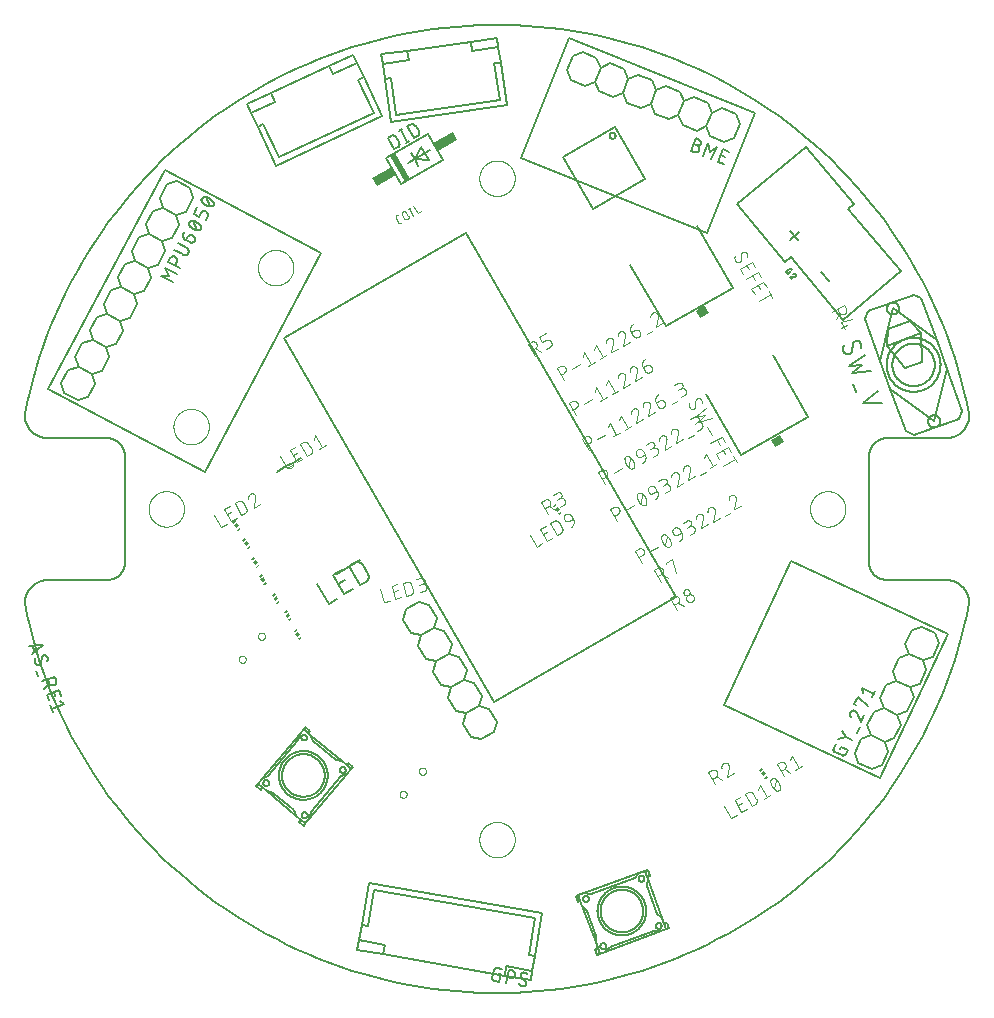
<source format=gto>
G75*
%MOIN*%
%OFA0B0*%
%FSLAX25Y25*%
%IPPOS*%
%LPD*%
%AMOC8*
5,1,8,0,0,1.08239X$1,22.5*
%
%ADD10C,0.00600*%
%ADD11C,0.00000*%
%ADD12R,0.02000X0.10000*%
%ADD13R,0.07500X0.03000*%
%ADD14C,0.00500*%
%ADD15C,0.00800*%
%ADD16C,0.00300*%
%ADD17C,0.00400*%
%ADD18R,0.00591X0.01181*%
%ADD19R,0.01181X0.01181*%
%ADD20R,0.03400X0.03000*%
%ADD21C,0.00700*%
D10*
X0116699Y0018997D02*
X0117246Y0022098D01*
X0125892Y0020574D01*
X0125345Y0017472D01*
X0116699Y0018997D01*
X0117246Y0022098D02*
X0118135Y0027139D01*
X0120170Y0026780D01*
X0122307Y0038896D01*
X0176006Y0029427D01*
X0173870Y0017311D01*
X0175905Y0016952D01*
X0178400Y0031104D01*
X0120630Y0041290D01*
X0118135Y0027139D01*
X0125345Y0017472D02*
X0165823Y0010335D01*
X0166370Y0013436D01*
X0175016Y0011912D01*
X0175905Y0016952D01*
X0175016Y0011912D02*
X0174469Y0008810D01*
X0165823Y0010335D01*
X0157885Y0089103D02*
X0154470Y0090018D01*
X0151970Y0094348D01*
X0152885Y0097763D01*
X0149470Y0098678D01*
X0146970Y0103008D01*
X0147885Y0106423D01*
X0144470Y0107338D01*
X0141970Y0111668D01*
X0142885Y0115083D01*
X0139470Y0115998D01*
X0136970Y0120329D01*
X0137885Y0123744D01*
X0134470Y0124659D01*
X0131970Y0128989D01*
X0132885Y0132404D01*
X0137215Y0134904D01*
X0140630Y0133989D01*
X0143130Y0129659D01*
X0142215Y0126244D01*
X0145630Y0125329D01*
X0148130Y0120998D01*
X0147215Y0117583D01*
X0142885Y0115083D01*
X0147215Y0117583D02*
X0150630Y0116668D01*
X0153130Y0112338D01*
X0152215Y0108923D01*
X0155630Y0108008D01*
X0158130Y0103678D01*
X0157215Y0100263D01*
X0160630Y0099348D01*
X0163130Y0095018D01*
X0162215Y0091603D01*
X0157885Y0089103D01*
X0152885Y0097763D02*
X0157215Y0100263D01*
X0152215Y0108923D02*
X0147885Y0106423D01*
X0137885Y0123744D02*
X0142215Y0126244D01*
X0117691Y0148806D02*
X0109810Y0144256D01*
X0090110Y0178377D02*
X0093054Y0180077D01*
X0095133Y0181277D01*
X0097991Y0182927D01*
X0041000Y0229653D02*
X0043347Y0234068D01*
X0042314Y0237449D01*
X0037899Y0239796D01*
X0034518Y0238763D01*
X0032171Y0234348D01*
X0033204Y0230967D01*
X0037619Y0228619D01*
X0041000Y0229653D01*
X0037619Y0228619D02*
X0038653Y0225238D01*
X0036305Y0220824D01*
X0032924Y0219790D01*
X0033958Y0216409D01*
X0031611Y0211994D01*
X0028230Y0210960D01*
X0029263Y0207579D01*
X0026916Y0203165D01*
X0023535Y0202131D01*
X0019120Y0204478D01*
X0018086Y0207859D01*
X0020434Y0212274D01*
X0023815Y0213308D01*
X0022781Y0216689D01*
X0025128Y0221104D01*
X0028509Y0222137D01*
X0027476Y0225518D01*
X0029823Y0229933D01*
X0033204Y0230967D01*
X0028509Y0222137D02*
X0032924Y0219790D01*
X0028230Y0210960D02*
X0023815Y0213308D01*
X0005820Y0197396D02*
X0005822Y0197206D01*
X0005829Y0197016D01*
X0005841Y0196826D01*
X0005857Y0196636D01*
X0005877Y0196447D01*
X0005903Y0196258D01*
X0005932Y0196070D01*
X0005967Y0195883D01*
X0006006Y0195697D01*
X0006049Y0195512D01*
X0006097Y0195327D01*
X0006149Y0195144D01*
X0006205Y0194963D01*
X0006266Y0194783D01*
X0006332Y0194604D01*
X0006401Y0194427D01*
X0006475Y0194251D01*
X0006553Y0194078D01*
X0006636Y0193906D01*
X0006722Y0193737D01*
X0006812Y0193569D01*
X0006907Y0193404D01*
X0007005Y0193241D01*
X0007108Y0193081D01*
X0007214Y0192923D01*
X0007324Y0192768D01*
X0007437Y0192615D01*
X0007555Y0192465D01*
X0007676Y0192319D01*
X0007800Y0192175D01*
X0007928Y0192034D01*
X0008059Y0191896D01*
X0008194Y0191761D01*
X0008332Y0191630D01*
X0008473Y0191502D01*
X0008617Y0191378D01*
X0008763Y0191257D01*
X0008913Y0191139D01*
X0009066Y0191026D01*
X0009221Y0190916D01*
X0009379Y0190810D01*
X0009539Y0190707D01*
X0009702Y0190609D01*
X0009867Y0190514D01*
X0010035Y0190424D01*
X0010204Y0190338D01*
X0010376Y0190255D01*
X0010549Y0190177D01*
X0010725Y0190103D01*
X0010902Y0190034D01*
X0011081Y0189968D01*
X0011261Y0189907D01*
X0011442Y0189851D01*
X0011625Y0189799D01*
X0011810Y0189751D01*
X0011995Y0189708D01*
X0012181Y0189669D01*
X0012368Y0189634D01*
X0012556Y0189605D01*
X0012745Y0189579D01*
X0012934Y0189559D01*
X0013124Y0189543D01*
X0013314Y0189531D01*
X0013504Y0189524D01*
X0013694Y0189522D01*
X0033379Y0189522D01*
X0033379Y0189523D02*
X0033531Y0189521D01*
X0033683Y0189515D01*
X0033835Y0189505D01*
X0033986Y0189492D01*
X0034137Y0189474D01*
X0034288Y0189453D01*
X0034438Y0189427D01*
X0034587Y0189398D01*
X0034736Y0189365D01*
X0034883Y0189328D01*
X0035030Y0189288D01*
X0035175Y0189243D01*
X0035319Y0189195D01*
X0035462Y0189143D01*
X0035604Y0189088D01*
X0035744Y0189029D01*
X0035883Y0188966D01*
X0036020Y0188900D01*
X0036155Y0188830D01*
X0036288Y0188757D01*
X0036419Y0188680D01*
X0036549Y0188600D01*
X0036676Y0188517D01*
X0036801Y0188431D01*
X0036924Y0188341D01*
X0037044Y0188248D01*
X0037162Y0188152D01*
X0037278Y0188053D01*
X0037391Y0187951D01*
X0037501Y0187847D01*
X0037609Y0187739D01*
X0037713Y0187629D01*
X0037815Y0187516D01*
X0037914Y0187400D01*
X0038010Y0187282D01*
X0038103Y0187162D01*
X0038193Y0187039D01*
X0038279Y0186914D01*
X0038362Y0186787D01*
X0038442Y0186657D01*
X0038519Y0186526D01*
X0038592Y0186393D01*
X0038662Y0186258D01*
X0038728Y0186121D01*
X0038791Y0185982D01*
X0038850Y0185842D01*
X0038905Y0185700D01*
X0038957Y0185557D01*
X0039005Y0185413D01*
X0039050Y0185268D01*
X0039090Y0185121D01*
X0039127Y0184974D01*
X0039160Y0184825D01*
X0039189Y0184676D01*
X0039215Y0184526D01*
X0039236Y0184375D01*
X0039254Y0184224D01*
X0039267Y0184073D01*
X0039277Y0183921D01*
X0039283Y0183769D01*
X0039285Y0183617D01*
X0039284Y0183617D02*
X0039284Y0148183D01*
X0039285Y0148183D02*
X0039283Y0148031D01*
X0039277Y0147879D01*
X0039267Y0147727D01*
X0039254Y0147576D01*
X0039236Y0147425D01*
X0039215Y0147274D01*
X0039189Y0147124D01*
X0039160Y0146975D01*
X0039127Y0146826D01*
X0039090Y0146679D01*
X0039050Y0146532D01*
X0039005Y0146387D01*
X0038957Y0146243D01*
X0038905Y0146100D01*
X0038850Y0145958D01*
X0038791Y0145818D01*
X0038728Y0145679D01*
X0038662Y0145542D01*
X0038592Y0145407D01*
X0038519Y0145274D01*
X0038442Y0145143D01*
X0038362Y0145013D01*
X0038279Y0144886D01*
X0038193Y0144761D01*
X0038103Y0144638D01*
X0038010Y0144518D01*
X0037914Y0144400D01*
X0037815Y0144284D01*
X0037713Y0144171D01*
X0037609Y0144061D01*
X0037501Y0143953D01*
X0037391Y0143849D01*
X0037278Y0143747D01*
X0037162Y0143648D01*
X0037044Y0143552D01*
X0036924Y0143459D01*
X0036801Y0143369D01*
X0036676Y0143283D01*
X0036549Y0143200D01*
X0036419Y0143120D01*
X0036288Y0143043D01*
X0036155Y0142970D01*
X0036020Y0142900D01*
X0035883Y0142834D01*
X0035744Y0142771D01*
X0035604Y0142712D01*
X0035462Y0142657D01*
X0035319Y0142605D01*
X0035175Y0142557D01*
X0035030Y0142512D01*
X0034883Y0142472D01*
X0034736Y0142435D01*
X0034587Y0142402D01*
X0034438Y0142373D01*
X0034288Y0142347D01*
X0034137Y0142326D01*
X0033986Y0142308D01*
X0033835Y0142295D01*
X0033683Y0142285D01*
X0033531Y0142279D01*
X0033379Y0142277D01*
X0033379Y0142278D02*
X0013694Y0142278D01*
X0013504Y0142276D01*
X0013314Y0142269D01*
X0013124Y0142257D01*
X0012934Y0142241D01*
X0012745Y0142221D01*
X0012556Y0142195D01*
X0012368Y0142166D01*
X0012181Y0142131D01*
X0011995Y0142092D01*
X0011810Y0142049D01*
X0011625Y0142001D01*
X0011442Y0141949D01*
X0011261Y0141893D01*
X0011081Y0141832D01*
X0010902Y0141766D01*
X0010725Y0141697D01*
X0010549Y0141623D01*
X0010376Y0141545D01*
X0010204Y0141462D01*
X0010035Y0141376D01*
X0009867Y0141286D01*
X0009702Y0141191D01*
X0009539Y0141093D01*
X0009379Y0140990D01*
X0009221Y0140884D01*
X0009066Y0140774D01*
X0008913Y0140661D01*
X0008763Y0140543D01*
X0008617Y0140422D01*
X0008473Y0140298D01*
X0008332Y0140170D01*
X0008194Y0140039D01*
X0008059Y0139904D01*
X0007928Y0139766D01*
X0007800Y0139625D01*
X0007676Y0139481D01*
X0007555Y0139335D01*
X0007437Y0139185D01*
X0007324Y0139032D01*
X0007214Y0138877D01*
X0007108Y0138719D01*
X0007005Y0138559D01*
X0006907Y0138396D01*
X0006812Y0138231D01*
X0006722Y0138063D01*
X0006636Y0137894D01*
X0006553Y0137722D01*
X0006475Y0137549D01*
X0006401Y0137373D01*
X0006332Y0137196D01*
X0006266Y0137017D01*
X0006205Y0136837D01*
X0006149Y0136656D01*
X0006097Y0136473D01*
X0006049Y0136288D01*
X0006006Y0136103D01*
X0005967Y0135917D01*
X0005932Y0135730D01*
X0005903Y0135542D01*
X0005877Y0135353D01*
X0005857Y0135164D01*
X0005841Y0134974D01*
X0005829Y0134784D01*
X0005822Y0134594D01*
X0005820Y0134404D01*
X0042314Y0237449D02*
X0045695Y0238483D01*
X0048042Y0242897D01*
X0047008Y0246278D01*
X0042594Y0248626D01*
X0039213Y0247592D01*
X0036865Y0243177D01*
X0037899Y0239796D01*
X0042594Y0248626D02*
X0041560Y0252007D01*
X0043907Y0256422D01*
X0047288Y0257455D01*
X0046255Y0260836D01*
X0048602Y0265251D01*
X0051983Y0266285D01*
X0050949Y0269666D01*
X0053297Y0274080D01*
X0056678Y0275114D01*
X0061093Y0272767D01*
X0062126Y0269386D01*
X0059779Y0264971D01*
X0056398Y0263937D01*
X0057431Y0260556D01*
X0055084Y0256142D01*
X0051703Y0255108D01*
X0047288Y0257455D01*
X0051703Y0255108D02*
X0052737Y0251727D01*
X0050389Y0247312D01*
X0047008Y0246278D01*
X0056398Y0263937D02*
X0051983Y0266285D01*
X0089614Y0280341D02*
X0083541Y0293365D01*
X0085414Y0294239D01*
X0090613Y0283088D01*
X0122191Y0297813D01*
X0116992Y0308964D01*
X0118865Y0309837D01*
X0124938Y0296813D01*
X0089614Y0280341D01*
X0083541Y0293365D02*
X0081378Y0298004D01*
X0089335Y0301714D01*
X0088003Y0304569D01*
X0107414Y0313620D01*
X0108745Y0310765D01*
X0116702Y0314476D01*
X0118865Y0309837D01*
X0116702Y0314476D02*
X0115371Y0317330D01*
X0107414Y0313620D01*
X0124745Y0317444D02*
X0133440Y0318666D01*
X0133878Y0315547D01*
X0125184Y0314325D01*
X0125896Y0309257D01*
X0127943Y0309545D01*
X0129655Y0297361D01*
X0164159Y0302211D01*
X0162446Y0314394D01*
X0164493Y0314682D01*
X0166493Y0300451D01*
X0127896Y0295027D01*
X0125896Y0309257D01*
X0125184Y0314325D02*
X0124745Y0317444D01*
X0133440Y0318666D02*
X0154648Y0321647D01*
X0155087Y0318528D01*
X0163781Y0319750D01*
X0164493Y0314682D01*
X0163781Y0319750D02*
X0163342Y0322869D01*
X0154648Y0321647D01*
X0186693Y0312121D02*
X0188567Y0316756D01*
X0191821Y0318138D01*
X0196457Y0316265D01*
X0197838Y0313010D01*
X0201093Y0314392D01*
X0205729Y0312519D01*
X0207110Y0309264D01*
X0210365Y0310646D01*
X0215001Y0308773D01*
X0216382Y0305518D01*
X0219637Y0306900D01*
X0224272Y0305027D01*
X0225654Y0301772D01*
X0228908Y0303154D01*
X0233544Y0301281D01*
X0234926Y0298026D01*
X0238180Y0299408D01*
X0242816Y0297535D01*
X0244198Y0294280D01*
X0242325Y0289644D01*
X0239070Y0288263D01*
X0234434Y0290136D01*
X0233053Y0293390D01*
X0229798Y0292009D01*
X0225162Y0293882D01*
X0223781Y0297136D01*
X0225654Y0301772D01*
X0223781Y0297136D02*
X0220526Y0295755D01*
X0215890Y0297628D01*
X0214509Y0300882D01*
X0211255Y0299501D01*
X0206619Y0301374D01*
X0205237Y0304628D01*
X0201983Y0303247D01*
X0197347Y0305120D01*
X0195965Y0308374D01*
X0192711Y0306993D01*
X0188075Y0308866D01*
X0186693Y0312121D01*
X0195965Y0308374D02*
X0197838Y0313010D01*
X0207110Y0309264D02*
X0205237Y0304628D01*
X0214509Y0300882D02*
X0216382Y0305518D01*
X0234926Y0298026D02*
X0233053Y0293390D01*
X0287094Y0231904D02*
X0285898Y0229341D01*
X0291029Y0215245D01*
X0294449Y0205848D01*
X0299579Y0191753D01*
X0302143Y0190558D01*
X0317178Y0196030D01*
X0318373Y0198593D01*
X0313243Y0212689D01*
X0309823Y0222086D01*
X0304692Y0236181D01*
X0302129Y0237376D01*
X0287094Y0231904D01*
X0320780Y0197396D02*
X0320778Y0197206D01*
X0320771Y0197016D01*
X0320759Y0196826D01*
X0320743Y0196636D01*
X0320723Y0196447D01*
X0320697Y0196258D01*
X0320668Y0196070D01*
X0320633Y0195883D01*
X0320594Y0195697D01*
X0320551Y0195512D01*
X0320503Y0195327D01*
X0320451Y0195144D01*
X0320395Y0194963D01*
X0320334Y0194783D01*
X0320268Y0194604D01*
X0320199Y0194427D01*
X0320125Y0194251D01*
X0320047Y0194078D01*
X0319964Y0193906D01*
X0319878Y0193737D01*
X0319788Y0193569D01*
X0319693Y0193404D01*
X0319595Y0193241D01*
X0319492Y0193081D01*
X0319386Y0192923D01*
X0319276Y0192768D01*
X0319163Y0192615D01*
X0319045Y0192465D01*
X0318924Y0192319D01*
X0318800Y0192175D01*
X0318672Y0192034D01*
X0318541Y0191896D01*
X0318406Y0191761D01*
X0318268Y0191630D01*
X0318127Y0191502D01*
X0317983Y0191378D01*
X0317837Y0191257D01*
X0317687Y0191139D01*
X0317534Y0191026D01*
X0317379Y0190916D01*
X0317221Y0190810D01*
X0317061Y0190707D01*
X0316898Y0190609D01*
X0316733Y0190514D01*
X0316565Y0190424D01*
X0316396Y0190338D01*
X0316224Y0190255D01*
X0316051Y0190177D01*
X0315875Y0190103D01*
X0315698Y0190034D01*
X0315519Y0189968D01*
X0315339Y0189907D01*
X0315158Y0189851D01*
X0314975Y0189799D01*
X0314790Y0189751D01*
X0314605Y0189708D01*
X0314419Y0189669D01*
X0314232Y0189634D01*
X0314044Y0189605D01*
X0313855Y0189579D01*
X0313666Y0189559D01*
X0313476Y0189543D01*
X0313286Y0189531D01*
X0313096Y0189524D01*
X0312906Y0189522D01*
X0293221Y0189522D01*
X0293221Y0189523D02*
X0293069Y0189521D01*
X0292917Y0189515D01*
X0292765Y0189505D01*
X0292614Y0189492D01*
X0292463Y0189474D01*
X0292312Y0189453D01*
X0292162Y0189427D01*
X0292013Y0189398D01*
X0291864Y0189365D01*
X0291717Y0189328D01*
X0291570Y0189288D01*
X0291425Y0189243D01*
X0291281Y0189195D01*
X0291138Y0189143D01*
X0290996Y0189088D01*
X0290856Y0189029D01*
X0290717Y0188966D01*
X0290580Y0188900D01*
X0290445Y0188830D01*
X0290312Y0188757D01*
X0290181Y0188680D01*
X0290051Y0188600D01*
X0289924Y0188517D01*
X0289799Y0188431D01*
X0289676Y0188341D01*
X0289556Y0188248D01*
X0289438Y0188152D01*
X0289322Y0188053D01*
X0289209Y0187951D01*
X0289099Y0187847D01*
X0288991Y0187739D01*
X0288887Y0187629D01*
X0288785Y0187516D01*
X0288686Y0187400D01*
X0288590Y0187282D01*
X0288497Y0187162D01*
X0288407Y0187039D01*
X0288321Y0186914D01*
X0288238Y0186787D01*
X0288158Y0186657D01*
X0288081Y0186526D01*
X0288008Y0186393D01*
X0287938Y0186258D01*
X0287872Y0186121D01*
X0287809Y0185982D01*
X0287750Y0185842D01*
X0287695Y0185700D01*
X0287643Y0185557D01*
X0287595Y0185413D01*
X0287550Y0185268D01*
X0287510Y0185121D01*
X0287473Y0184974D01*
X0287440Y0184825D01*
X0287411Y0184676D01*
X0287385Y0184526D01*
X0287364Y0184375D01*
X0287346Y0184224D01*
X0287333Y0184073D01*
X0287323Y0183921D01*
X0287317Y0183769D01*
X0287315Y0183617D01*
X0287316Y0183617D02*
X0287316Y0148183D01*
X0287315Y0148183D02*
X0287317Y0148031D01*
X0287323Y0147879D01*
X0287333Y0147727D01*
X0287346Y0147576D01*
X0287364Y0147425D01*
X0287385Y0147274D01*
X0287411Y0147124D01*
X0287440Y0146975D01*
X0287473Y0146826D01*
X0287510Y0146679D01*
X0287550Y0146532D01*
X0287595Y0146387D01*
X0287643Y0146243D01*
X0287695Y0146100D01*
X0287750Y0145958D01*
X0287809Y0145818D01*
X0287872Y0145679D01*
X0287938Y0145542D01*
X0288008Y0145407D01*
X0288081Y0145274D01*
X0288158Y0145143D01*
X0288238Y0145013D01*
X0288321Y0144886D01*
X0288407Y0144761D01*
X0288497Y0144638D01*
X0288590Y0144518D01*
X0288686Y0144400D01*
X0288785Y0144284D01*
X0288887Y0144171D01*
X0288991Y0144061D01*
X0289099Y0143953D01*
X0289209Y0143849D01*
X0289322Y0143747D01*
X0289438Y0143648D01*
X0289556Y0143552D01*
X0289676Y0143459D01*
X0289799Y0143369D01*
X0289924Y0143283D01*
X0290051Y0143200D01*
X0290181Y0143120D01*
X0290312Y0143043D01*
X0290445Y0142970D01*
X0290580Y0142900D01*
X0290717Y0142834D01*
X0290856Y0142771D01*
X0290996Y0142712D01*
X0291138Y0142657D01*
X0291281Y0142605D01*
X0291425Y0142557D01*
X0291570Y0142512D01*
X0291717Y0142472D01*
X0291864Y0142435D01*
X0292013Y0142402D01*
X0292162Y0142373D01*
X0292312Y0142347D01*
X0292463Y0142326D01*
X0292614Y0142308D01*
X0292765Y0142295D01*
X0292917Y0142285D01*
X0293069Y0142279D01*
X0293221Y0142277D01*
X0293221Y0142278D02*
X0312906Y0142278D01*
X0313096Y0142276D01*
X0313286Y0142269D01*
X0313476Y0142257D01*
X0313666Y0142241D01*
X0313855Y0142221D01*
X0314044Y0142195D01*
X0314232Y0142166D01*
X0314419Y0142131D01*
X0314605Y0142092D01*
X0314790Y0142049D01*
X0314975Y0142001D01*
X0315158Y0141949D01*
X0315339Y0141893D01*
X0315519Y0141832D01*
X0315698Y0141766D01*
X0315875Y0141697D01*
X0316051Y0141623D01*
X0316224Y0141545D01*
X0316396Y0141462D01*
X0316565Y0141376D01*
X0316733Y0141286D01*
X0316898Y0141191D01*
X0317061Y0141093D01*
X0317221Y0140990D01*
X0317379Y0140884D01*
X0317534Y0140774D01*
X0317687Y0140661D01*
X0317837Y0140543D01*
X0317983Y0140422D01*
X0318127Y0140298D01*
X0318268Y0140170D01*
X0318406Y0140039D01*
X0318541Y0139904D01*
X0318672Y0139766D01*
X0318800Y0139625D01*
X0318924Y0139481D01*
X0319045Y0139335D01*
X0319163Y0139185D01*
X0319276Y0139032D01*
X0319386Y0138877D01*
X0319492Y0138719D01*
X0319595Y0138559D01*
X0319693Y0138396D01*
X0319788Y0138231D01*
X0319878Y0138063D01*
X0319964Y0137894D01*
X0320047Y0137722D01*
X0320125Y0137549D01*
X0320199Y0137373D01*
X0320268Y0137196D01*
X0320334Y0137017D01*
X0320395Y0136837D01*
X0320451Y0136656D01*
X0320503Y0136473D01*
X0320551Y0136288D01*
X0320594Y0136103D01*
X0320633Y0135917D01*
X0320668Y0135730D01*
X0320697Y0135542D01*
X0320723Y0135353D01*
X0320743Y0135164D01*
X0320759Y0134974D01*
X0320771Y0134784D01*
X0320778Y0134594D01*
X0320780Y0134404D01*
X0309374Y0124543D02*
X0310583Y0121220D01*
X0308470Y0116689D01*
X0305147Y0115479D01*
X0306357Y0112157D01*
X0304243Y0107626D01*
X0300921Y0106416D01*
X0302130Y0103094D01*
X0300017Y0098563D01*
X0296695Y0097353D01*
X0297904Y0094031D01*
X0295791Y0089499D01*
X0292469Y0088290D01*
X0293678Y0084968D01*
X0291565Y0080436D01*
X0288243Y0079227D01*
X0283711Y0081340D01*
X0282502Y0084663D01*
X0284615Y0089194D01*
X0287937Y0090403D01*
X0286728Y0093726D01*
X0288841Y0098257D01*
X0292163Y0099466D01*
X0296695Y0097353D01*
X0292163Y0099466D02*
X0290954Y0102789D01*
X0293067Y0107320D01*
X0296390Y0108530D01*
X0295180Y0111852D01*
X0297293Y0116383D01*
X0300616Y0117593D01*
X0299407Y0120915D01*
X0301520Y0125446D01*
X0304842Y0126656D01*
X0309374Y0124543D01*
X0305147Y0115479D02*
X0300616Y0117593D01*
X0296390Y0108530D02*
X0300921Y0106416D01*
X0292469Y0088290D02*
X0287937Y0090403D01*
X0320780Y0134404D02*
X0319987Y0130570D01*
X0319099Y0126757D01*
X0318120Y0122967D01*
X0317047Y0119202D01*
X0315884Y0115464D01*
X0314629Y0111755D01*
X0313285Y0108078D01*
X0311851Y0104435D01*
X0310328Y0100829D01*
X0308718Y0097260D01*
X0307021Y0093732D01*
X0305239Y0090246D01*
X0303373Y0086805D01*
X0301422Y0083410D01*
X0299390Y0080064D01*
X0297277Y0076769D01*
X0295083Y0073526D01*
X0292812Y0070337D01*
X0290463Y0067205D01*
X0288038Y0064131D01*
X0285539Y0061118D01*
X0282968Y0058166D01*
X0280325Y0055278D01*
X0277612Y0052455D01*
X0274832Y0049699D01*
X0271985Y0047012D01*
X0269073Y0044395D01*
X0266098Y0041850D01*
X0263062Y0039378D01*
X0259967Y0036981D01*
X0256814Y0034660D01*
X0253605Y0032417D01*
X0250343Y0030253D01*
X0247028Y0028169D01*
X0243664Y0026167D01*
X0240252Y0024247D01*
X0236794Y0022412D01*
X0233293Y0020661D01*
X0229749Y0018996D01*
X0226167Y0017418D01*
X0222546Y0015928D01*
X0218891Y0014526D01*
X0215202Y0013215D01*
X0211483Y0011993D01*
X0207734Y0010863D01*
X0203960Y0009825D01*
X0200161Y0008879D01*
X0196340Y0008026D01*
X0192499Y0007267D01*
X0188641Y0006601D01*
X0184768Y0006030D01*
X0180882Y0005553D01*
X0176986Y0005172D01*
X0173082Y0004885D01*
X0169171Y0004694D01*
X0165257Y0004599D01*
X0161343Y0004599D01*
X0157429Y0004694D01*
X0153518Y0004885D01*
X0149614Y0005172D01*
X0145718Y0005553D01*
X0141832Y0006030D01*
X0137959Y0006601D01*
X0134101Y0007267D01*
X0130260Y0008026D01*
X0126439Y0008879D01*
X0122640Y0009825D01*
X0118866Y0010863D01*
X0115117Y0011993D01*
X0111398Y0013215D01*
X0107709Y0014526D01*
X0104054Y0015928D01*
X0100433Y0017418D01*
X0096851Y0018996D01*
X0093307Y0020661D01*
X0089806Y0022412D01*
X0086348Y0024247D01*
X0082936Y0026167D01*
X0079572Y0028169D01*
X0076257Y0030253D01*
X0072995Y0032417D01*
X0069786Y0034660D01*
X0066633Y0036981D01*
X0063538Y0039378D01*
X0060502Y0041850D01*
X0057527Y0044395D01*
X0054615Y0047012D01*
X0051768Y0049699D01*
X0048988Y0052455D01*
X0046275Y0055278D01*
X0043632Y0058166D01*
X0041061Y0061118D01*
X0038562Y0064131D01*
X0036137Y0067205D01*
X0033788Y0070337D01*
X0031517Y0073526D01*
X0029323Y0076769D01*
X0027210Y0080064D01*
X0025178Y0083410D01*
X0023227Y0086805D01*
X0021361Y0090246D01*
X0019579Y0093732D01*
X0017882Y0097260D01*
X0016272Y0100829D01*
X0014749Y0104435D01*
X0013315Y0108078D01*
X0011971Y0111755D01*
X0010716Y0115464D01*
X0009553Y0119202D01*
X0008480Y0122967D01*
X0007501Y0126757D01*
X0006613Y0130570D01*
X0005820Y0134404D01*
X0131408Y0274188D02*
X0126408Y0282848D01*
X0140265Y0290848D01*
X0145265Y0282188D01*
X0131408Y0274188D01*
X0137087Y0280353D02*
X0135837Y0282518D01*
X0134587Y0284683D01*
X0135837Y0282518D02*
X0138051Y0286683D01*
X0140551Y0282353D01*
X0135837Y0282518D01*
X0141033Y0285518D01*
X0135837Y0282518D02*
X0133672Y0281268D01*
X0088003Y0304569D02*
X0080047Y0300858D01*
X0081378Y0298004D01*
X0005820Y0197396D02*
X0006613Y0201230D01*
X0007501Y0205043D01*
X0008480Y0208833D01*
X0009553Y0212598D01*
X0010716Y0216336D01*
X0011971Y0220045D01*
X0013315Y0223722D01*
X0014749Y0227365D01*
X0016272Y0230971D01*
X0017882Y0234540D01*
X0019579Y0238068D01*
X0021361Y0241554D01*
X0023227Y0244995D01*
X0025178Y0248390D01*
X0027210Y0251736D01*
X0029323Y0255031D01*
X0031517Y0258274D01*
X0033788Y0261463D01*
X0036137Y0264595D01*
X0038562Y0267669D01*
X0041061Y0270682D01*
X0043632Y0273634D01*
X0046275Y0276522D01*
X0048988Y0279345D01*
X0051768Y0282101D01*
X0054615Y0284788D01*
X0057527Y0287405D01*
X0060502Y0289950D01*
X0063538Y0292422D01*
X0066633Y0294819D01*
X0069786Y0297140D01*
X0072995Y0299383D01*
X0076257Y0301547D01*
X0079572Y0303631D01*
X0082936Y0305633D01*
X0086348Y0307553D01*
X0089806Y0309388D01*
X0093307Y0311139D01*
X0096851Y0312804D01*
X0100433Y0314382D01*
X0104054Y0315872D01*
X0107709Y0317274D01*
X0111398Y0318585D01*
X0115117Y0319807D01*
X0118866Y0320937D01*
X0122640Y0321975D01*
X0126439Y0322921D01*
X0130260Y0323774D01*
X0134101Y0324533D01*
X0137959Y0325199D01*
X0141832Y0325770D01*
X0145718Y0326247D01*
X0149614Y0326628D01*
X0153518Y0326915D01*
X0157429Y0327106D01*
X0161343Y0327201D01*
X0165257Y0327201D01*
X0169171Y0327106D01*
X0173082Y0326915D01*
X0176986Y0326628D01*
X0180882Y0326247D01*
X0184768Y0325770D01*
X0188641Y0325199D01*
X0192499Y0324533D01*
X0196340Y0323774D01*
X0200161Y0322921D01*
X0203960Y0321975D01*
X0207734Y0320937D01*
X0211483Y0319807D01*
X0215202Y0318585D01*
X0218891Y0317274D01*
X0222546Y0315872D01*
X0226167Y0314382D01*
X0229749Y0312804D01*
X0233293Y0311139D01*
X0236794Y0309388D01*
X0240252Y0307553D01*
X0243664Y0305633D01*
X0247028Y0303631D01*
X0250343Y0301547D01*
X0253605Y0299383D01*
X0256814Y0297140D01*
X0259967Y0294819D01*
X0263062Y0292422D01*
X0266098Y0289950D01*
X0269073Y0287405D01*
X0271985Y0284788D01*
X0274832Y0282101D01*
X0277612Y0279345D01*
X0280325Y0276522D01*
X0282968Y0273634D01*
X0285539Y0270682D01*
X0288038Y0267669D01*
X0290463Y0264595D01*
X0292812Y0261463D01*
X0295083Y0258274D01*
X0297277Y0255031D01*
X0299390Y0251736D01*
X0301422Y0248390D01*
X0303373Y0244995D01*
X0305239Y0241554D01*
X0307021Y0238068D01*
X0308718Y0234540D01*
X0310328Y0230971D01*
X0311851Y0227365D01*
X0313285Y0223722D01*
X0314629Y0220045D01*
X0315884Y0216336D01*
X0317047Y0212598D01*
X0318120Y0208833D01*
X0319099Y0205043D01*
X0319987Y0201230D01*
X0320780Y0197396D01*
D11*
X0267630Y0165900D02*
X0267632Y0166053D01*
X0267638Y0166207D01*
X0267648Y0166360D01*
X0267662Y0166512D01*
X0267680Y0166665D01*
X0267702Y0166816D01*
X0267727Y0166967D01*
X0267757Y0167118D01*
X0267791Y0167268D01*
X0267828Y0167416D01*
X0267869Y0167564D01*
X0267914Y0167710D01*
X0267963Y0167856D01*
X0268016Y0168000D01*
X0268072Y0168142D01*
X0268132Y0168283D01*
X0268196Y0168423D01*
X0268263Y0168561D01*
X0268334Y0168697D01*
X0268409Y0168831D01*
X0268486Y0168963D01*
X0268568Y0169093D01*
X0268652Y0169221D01*
X0268740Y0169347D01*
X0268831Y0169470D01*
X0268925Y0169591D01*
X0269023Y0169709D01*
X0269123Y0169825D01*
X0269227Y0169938D01*
X0269333Y0170049D01*
X0269442Y0170157D01*
X0269554Y0170262D01*
X0269668Y0170363D01*
X0269786Y0170462D01*
X0269905Y0170558D01*
X0270027Y0170651D01*
X0270152Y0170740D01*
X0270279Y0170827D01*
X0270408Y0170909D01*
X0270539Y0170989D01*
X0270672Y0171065D01*
X0270807Y0171138D01*
X0270944Y0171207D01*
X0271083Y0171272D01*
X0271223Y0171334D01*
X0271365Y0171392D01*
X0271508Y0171447D01*
X0271653Y0171498D01*
X0271799Y0171545D01*
X0271946Y0171588D01*
X0272094Y0171627D01*
X0272243Y0171663D01*
X0272393Y0171694D01*
X0272544Y0171722D01*
X0272695Y0171746D01*
X0272848Y0171766D01*
X0273000Y0171782D01*
X0273153Y0171794D01*
X0273306Y0171802D01*
X0273459Y0171806D01*
X0273613Y0171806D01*
X0273766Y0171802D01*
X0273919Y0171794D01*
X0274072Y0171782D01*
X0274224Y0171766D01*
X0274377Y0171746D01*
X0274528Y0171722D01*
X0274679Y0171694D01*
X0274829Y0171663D01*
X0274978Y0171627D01*
X0275126Y0171588D01*
X0275273Y0171545D01*
X0275419Y0171498D01*
X0275564Y0171447D01*
X0275707Y0171392D01*
X0275849Y0171334D01*
X0275989Y0171272D01*
X0276128Y0171207D01*
X0276265Y0171138D01*
X0276400Y0171065D01*
X0276533Y0170989D01*
X0276664Y0170909D01*
X0276793Y0170827D01*
X0276920Y0170740D01*
X0277045Y0170651D01*
X0277167Y0170558D01*
X0277286Y0170462D01*
X0277404Y0170363D01*
X0277518Y0170262D01*
X0277630Y0170157D01*
X0277739Y0170049D01*
X0277845Y0169938D01*
X0277949Y0169825D01*
X0278049Y0169709D01*
X0278147Y0169591D01*
X0278241Y0169470D01*
X0278332Y0169347D01*
X0278420Y0169221D01*
X0278504Y0169093D01*
X0278586Y0168963D01*
X0278663Y0168831D01*
X0278738Y0168697D01*
X0278809Y0168561D01*
X0278876Y0168423D01*
X0278940Y0168283D01*
X0279000Y0168142D01*
X0279056Y0168000D01*
X0279109Y0167856D01*
X0279158Y0167710D01*
X0279203Y0167564D01*
X0279244Y0167416D01*
X0279281Y0167268D01*
X0279315Y0167118D01*
X0279345Y0166967D01*
X0279370Y0166816D01*
X0279392Y0166665D01*
X0279410Y0166512D01*
X0279424Y0166360D01*
X0279434Y0166207D01*
X0279440Y0166053D01*
X0279442Y0165900D01*
X0279440Y0165747D01*
X0279434Y0165593D01*
X0279424Y0165440D01*
X0279410Y0165288D01*
X0279392Y0165135D01*
X0279370Y0164984D01*
X0279345Y0164833D01*
X0279315Y0164682D01*
X0279281Y0164532D01*
X0279244Y0164384D01*
X0279203Y0164236D01*
X0279158Y0164090D01*
X0279109Y0163944D01*
X0279056Y0163800D01*
X0279000Y0163658D01*
X0278940Y0163517D01*
X0278876Y0163377D01*
X0278809Y0163239D01*
X0278738Y0163103D01*
X0278663Y0162969D01*
X0278586Y0162837D01*
X0278504Y0162707D01*
X0278420Y0162579D01*
X0278332Y0162453D01*
X0278241Y0162330D01*
X0278147Y0162209D01*
X0278049Y0162091D01*
X0277949Y0161975D01*
X0277845Y0161862D01*
X0277739Y0161751D01*
X0277630Y0161643D01*
X0277518Y0161538D01*
X0277404Y0161437D01*
X0277286Y0161338D01*
X0277167Y0161242D01*
X0277045Y0161149D01*
X0276920Y0161060D01*
X0276793Y0160973D01*
X0276664Y0160891D01*
X0276533Y0160811D01*
X0276400Y0160735D01*
X0276265Y0160662D01*
X0276128Y0160593D01*
X0275989Y0160528D01*
X0275849Y0160466D01*
X0275707Y0160408D01*
X0275564Y0160353D01*
X0275419Y0160302D01*
X0275273Y0160255D01*
X0275126Y0160212D01*
X0274978Y0160173D01*
X0274829Y0160137D01*
X0274679Y0160106D01*
X0274528Y0160078D01*
X0274377Y0160054D01*
X0274224Y0160034D01*
X0274072Y0160018D01*
X0273919Y0160006D01*
X0273766Y0159998D01*
X0273613Y0159994D01*
X0273459Y0159994D01*
X0273306Y0159998D01*
X0273153Y0160006D01*
X0273000Y0160018D01*
X0272848Y0160034D01*
X0272695Y0160054D01*
X0272544Y0160078D01*
X0272393Y0160106D01*
X0272243Y0160137D01*
X0272094Y0160173D01*
X0271946Y0160212D01*
X0271799Y0160255D01*
X0271653Y0160302D01*
X0271508Y0160353D01*
X0271365Y0160408D01*
X0271223Y0160466D01*
X0271083Y0160528D01*
X0270944Y0160593D01*
X0270807Y0160662D01*
X0270672Y0160735D01*
X0270539Y0160811D01*
X0270408Y0160891D01*
X0270279Y0160973D01*
X0270152Y0161060D01*
X0270027Y0161149D01*
X0269905Y0161242D01*
X0269786Y0161338D01*
X0269668Y0161437D01*
X0269554Y0161538D01*
X0269442Y0161643D01*
X0269333Y0161751D01*
X0269227Y0161862D01*
X0269123Y0161975D01*
X0269023Y0162091D01*
X0268925Y0162209D01*
X0268831Y0162330D01*
X0268740Y0162453D01*
X0268652Y0162579D01*
X0268568Y0162707D01*
X0268486Y0162837D01*
X0268409Y0162969D01*
X0268334Y0163103D01*
X0268263Y0163239D01*
X0268196Y0163377D01*
X0268132Y0163517D01*
X0268072Y0163658D01*
X0268016Y0163800D01*
X0267963Y0163944D01*
X0267914Y0164090D01*
X0267869Y0164236D01*
X0267828Y0164384D01*
X0267791Y0164532D01*
X0267757Y0164682D01*
X0267727Y0164833D01*
X0267702Y0164984D01*
X0267680Y0165135D01*
X0267662Y0165288D01*
X0267648Y0165440D01*
X0267638Y0165593D01*
X0267632Y0165747D01*
X0267630Y0165900D01*
X0157394Y0276136D02*
X0157396Y0276289D01*
X0157402Y0276443D01*
X0157412Y0276596D01*
X0157426Y0276748D01*
X0157444Y0276901D01*
X0157466Y0277052D01*
X0157491Y0277203D01*
X0157521Y0277354D01*
X0157555Y0277504D01*
X0157592Y0277652D01*
X0157633Y0277800D01*
X0157678Y0277946D01*
X0157727Y0278092D01*
X0157780Y0278236D01*
X0157836Y0278378D01*
X0157896Y0278519D01*
X0157960Y0278659D01*
X0158027Y0278797D01*
X0158098Y0278933D01*
X0158173Y0279067D01*
X0158250Y0279199D01*
X0158332Y0279329D01*
X0158416Y0279457D01*
X0158504Y0279583D01*
X0158595Y0279706D01*
X0158689Y0279827D01*
X0158787Y0279945D01*
X0158887Y0280061D01*
X0158991Y0280174D01*
X0159097Y0280285D01*
X0159206Y0280393D01*
X0159318Y0280498D01*
X0159432Y0280599D01*
X0159550Y0280698D01*
X0159669Y0280794D01*
X0159791Y0280887D01*
X0159916Y0280976D01*
X0160043Y0281063D01*
X0160172Y0281145D01*
X0160303Y0281225D01*
X0160436Y0281301D01*
X0160571Y0281374D01*
X0160708Y0281443D01*
X0160847Y0281508D01*
X0160987Y0281570D01*
X0161129Y0281628D01*
X0161272Y0281683D01*
X0161417Y0281734D01*
X0161563Y0281781D01*
X0161710Y0281824D01*
X0161858Y0281863D01*
X0162007Y0281899D01*
X0162157Y0281930D01*
X0162308Y0281958D01*
X0162459Y0281982D01*
X0162612Y0282002D01*
X0162764Y0282018D01*
X0162917Y0282030D01*
X0163070Y0282038D01*
X0163223Y0282042D01*
X0163377Y0282042D01*
X0163530Y0282038D01*
X0163683Y0282030D01*
X0163836Y0282018D01*
X0163988Y0282002D01*
X0164141Y0281982D01*
X0164292Y0281958D01*
X0164443Y0281930D01*
X0164593Y0281899D01*
X0164742Y0281863D01*
X0164890Y0281824D01*
X0165037Y0281781D01*
X0165183Y0281734D01*
X0165328Y0281683D01*
X0165471Y0281628D01*
X0165613Y0281570D01*
X0165753Y0281508D01*
X0165892Y0281443D01*
X0166029Y0281374D01*
X0166164Y0281301D01*
X0166297Y0281225D01*
X0166428Y0281145D01*
X0166557Y0281063D01*
X0166684Y0280976D01*
X0166809Y0280887D01*
X0166931Y0280794D01*
X0167050Y0280698D01*
X0167168Y0280599D01*
X0167282Y0280498D01*
X0167394Y0280393D01*
X0167503Y0280285D01*
X0167609Y0280174D01*
X0167713Y0280061D01*
X0167813Y0279945D01*
X0167911Y0279827D01*
X0168005Y0279706D01*
X0168096Y0279583D01*
X0168184Y0279457D01*
X0168268Y0279329D01*
X0168350Y0279199D01*
X0168427Y0279067D01*
X0168502Y0278933D01*
X0168573Y0278797D01*
X0168640Y0278659D01*
X0168704Y0278519D01*
X0168764Y0278378D01*
X0168820Y0278236D01*
X0168873Y0278092D01*
X0168922Y0277946D01*
X0168967Y0277800D01*
X0169008Y0277652D01*
X0169045Y0277504D01*
X0169079Y0277354D01*
X0169109Y0277203D01*
X0169134Y0277052D01*
X0169156Y0276901D01*
X0169174Y0276748D01*
X0169188Y0276596D01*
X0169198Y0276443D01*
X0169204Y0276289D01*
X0169206Y0276136D01*
X0169204Y0275983D01*
X0169198Y0275829D01*
X0169188Y0275676D01*
X0169174Y0275524D01*
X0169156Y0275371D01*
X0169134Y0275220D01*
X0169109Y0275069D01*
X0169079Y0274918D01*
X0169045Y0274768D01*
X0169008Y0274620D01*
X0168967Y0274472D01*
X0168922Y0274326D01*
X0168873Y0274180D01*
X0168820Y0274036D01*
X0168764Y0273894D01*
X0168704Y0273753D01*
X0168640Y0273613D01*
X0168573Y0273475D01*
X0168502Y0273339D01*
X0168427Y0273205D01*
X0168350Y0273073D01*
X0168268Y0272943D01*
X0168184Y0272815D01*
X0168096Y0272689D01*
X0168005Y0272566D01*
X0167911Y0272445D01*
X0167813Y0272327D01*
X0167713Y0272211D01*
X0167609Y0272098D01*
X0167503Y0271987D01*
X0167394Y0271879D01*
X0167282Y0271774D01*
X0167168Y0271673D01*
X0167050Y0271574D01*
X0166931Y0271478D01*
X0166809Y0271385D01*
X0166684Y0271296D01*
X0166557Y0271209D01*
X0166428Y0271127D01*
X0166297Y0271047D01*
X0166164Y0270971D01*
X0166029Y0270898D01*
X0165892Y0270829D01*
X0165753Y0270764D01*
X0165613Y0270702D01*
X0165471Y0270644D01*
X0165328Y0270589D01*
X0165183Y0270538D01*
X0165037Y0270491D01*
X0164890Y0270448D01*
X0164742Y0270409D01*
X0164593Y0270373D01*
X0164443Y0270342D01*
X0164292Y0270314D01*
X0164141Y0270290D01*
X0163988Y0270270D01*
X0163836Y0270254D01*
X0163683Y0270242D01*
X0163530Y0270234D01*
X0163377Y0270230D01*
X0163223Y0270230D01*
X0163070Y0270234D01*
X0162917Y0270242D01*
X0162764Y0270254D01*
X0162612Y0270270D01*
X0162459Y0270290D01*
X0162308Y0270314D01*
X0162157Y0270342D01*
X0162007Y0270373D01*
X0161858Y0270409D01*
X0161710Y0270448D01*
X0161563Y0270491D01*
X0161417Y0270538D01*
X0161272Y0270589D01*
X0161129Y0270644D01*
X0160987Y0270702D01*
X0160847Y0270764D01*
X0160708Y0270829D01*
X0160571Y0270898D01*
X0160436Y0270971D01*
X0160303Y0271047D01*
X0160172Y0271127D01*
X0160043Y0271209D01*
X0159916Y0271296D01*
X0159791Y0271385D01*
X0159669Y0271478D01*
X0159550Y0271574D01*
X0159432Y0271673D01*
X0159318Y0271774D01*
X0159206Y0271879D01*
X0159097Y0271987D01*
X0158991Y0272098D01*
X0158887Y0272211D01*
X0158787Y0272327D01*
X0158689Y0272445D01*
X0158595Y0272566D01*
X0158504Y0272689D01*
X0158416Y0272815D01*
X0158332Y0272943D01*
X0158250Y0273073D01*
X0158173Y0273205D01*
X0158098Y0273339D01*
X0158027Y0273475D01*
X0157960Y0273613D01*
X0157896Y0273753D01*
X0157836Y0273894D01*
X0157780Y0274036D01*
X0157727Y0274180D01*
X0157678Y0274326D01*
X0157633Y0274472D01*
X0157592Y0274620D01*
X0157555Y0274768D01*
X0157521Y0274918D01*
X0157491Y0275069D01*
X0157466Y0275220D01*
X0157444Y0275371D01*
X0157426Y0275524D01*
X0157412Y0275676D01*
X0157402Y0275829D01*
X0157396Y0275983D01*
X0157394Y0276136D01*
X0083602Y0246332D02*
X0083604Y0246485D01*
X0083610Y0246639D01*
X0083620Y0246792D01*
X0083634Y0246944D01*
X0083652Y0247097D01*
X0083674Y0247248D01*
X0083699Y0247399D01*
X0083729Y0247550D01*
X0083763Y0247700D01*
X0083800Y0247848D01*
X0083841Y0247996D01*
X0083886Y0248142D01*
X0083935Y0248288D01*
X0083988Y0248432D01*
X0084044Y0248574D01*
X0084104Y0248715D01*
X0084168Y0248855D01*
X0084235Y0248993D01*
X0084306Y0249129D01*
X0084381Y0249263D01*
X0084458Y0249395D01*
X0084540Y0249525D01*
X0084624Y0249653D01*
X0084712Y0249779D01*
X0084803Y0249902D01*
X0084897Y0250023D01*
X0084995Y0250141D01*
X0085095Y0250257D01*
X0085199Y0250370D01*
X0085305Y0250481D01*
X0085414Y0250589D01*
X0085526Y0250694D01*
X0085640Y0250795D01*
X0085758Y0250894D01*
X0085877Y0250990D01*
X0085999Y0251083D01*
X0086124Y0251172D01*
X0086251Y0251259D01*
X0086380Y0251341D01*
X0086511Y0251421D01*
X0086644Y0251497D01*
X0086779Y0251570D01*
X0086916Y0251639D01*
X0087055Y0251704D01*
X0087195Y0251766D01*
X0087337Y0251824D01*
X0087480Y0251879D01*
X0087625Y0251930D01*
X0087771Y0251977D01*
X0087918Y0252020D01*
X0088066Y0252059D01*
X0088215Y0252095D01*
X0088365Y0252126D01*
X0088516Y0252154D01*
X0088667Y0252178D01*
X0088820Y0252198D01*
X0088972Y0252214D01*
X0089125Y0252226D01*
X0089278Y0252234D01*
X0089431Y0252238D01*
X0089585Y0252238D01*
X0089738Y0252234D01*
X0089891Y0252226D01*
X0090044Y0252214D01*
X0090196Y0252198D01*
X0090349Y0252178D01*
X0090500Y0252154D01*
X0090651Y0252126D01*
X0090801Y0252095D01*
X0090950Y0252059D01*
X0091098Y0252020D01*
X0091245Y0251977D01*
X0091391Y0251930D01*
X0091536Y0251879D01*
X0091679Y0251824D01*
X0091821Y0251766D01*
X0091961Y0251704D01*
X0092100Y0251639D01*
X0092237Y0251570D01*
X0092372Y0251497D01*
X0092505Y0251421D01*
X0092636Y0251341D01*
X0092765Y0251259D01*
X0092892Y0251172D01*
X0093017Y0251083D01*
X0093139Y0250990D01*
X0093258Y0250894D01*
X0093376Y0250795D01*
X0093490Y0250694D01*
X0093602Y0250589D01*
X0093711Y0250481D01*
X0093817Y0250370D01*
X0093921Y0250257D01*
X0094021Y0250141D01*
X0094119Y0250023D01*
X0094213Y0249902D01*
X0094304Y0249779D01*
X0094392Y0249653D01*
X0094476Y0249525D01*
X0094558Y0249395D01*
X0094635Y0249263D01*
X0094710Y0249129D01*
X0094781Y0248993D01*
X0094848Y0248855D01*
X0094912Y0248715D01*
X0094972Y0248574D01*
X0095028Y0248432D01*
X0095081Y0248288D01*
X0095130Y0248142D01*
X0095175Y0247996D01*
X0095216Y0247848D01*
X0095253Y0247700D01*
X0095287Y0247550D01*
X0095317Y0247399D01*
X0095342Y0247248D01*
X0095364Y0247097D01*
X0095382Y0246944D01*
X0095396Y0246792D01*
X0095406Y0246639D01*
X0095412Y0246485D01*
X0095414Y0246332D01*
X0095412Y0246179D01*
X0095406Y0246025D01*
X0095396Y0245872D01*
X0095382Y0245720D01*
X0095364Y0245567D01*
X0095342Y0245416D01*
X0095317Y0245265D01*
X0095287Y0245114D01*
X0095253Y0244964D01*
X0095216Y0244816D01*
X0095175Y0244668D01*
X0095130Y0244522D01*
X0095081Y0244376D01*
X0095028Y0244232D01*
X0094972Y0244090D01*
X0094912Y0243949D01*
X0094848Y0243809D01*
X0094781Y0243671D01*
X0094710Y0243535D01*
X0094635Y0243401D01*
X0094558Y0243269D01*
X0094476Y0243139D01*
X0094392Y0243011D01*
X0094304Y0242885D01*
X0094213Y0242762D01*
X0094119Y0242641D01*
X0094021Y0242523D01*
X0093921Y0242407D01*
X0093817Y0242294D01*
X0093711Y0242183D01*
X0093602Y0242075D01*
X0093490Y0241970D01*
X0093376Y0241869D01*
X0093258Y0241770D01*
X0093139Y0241674D01*
X0093017Y0241581D01*
X0092892Y0241492D01*
X0092765Y0241405D01*
X0092636Y0241323D01*
X0092505Y0241243D01*
X0092372Y0241167D01*
X0092237Y0241094D01*
X0092100Y0241025D01*
X0091961Y0240960D01*
X0091821Y0240898D01*
X0091679Y0240840D01*
X0091536Y0240785D01*
X0091391Y0240734D01*
X0091245Y0240687D01*
X0091098Y0240644D01*
X0090950Y0240605D01*
X0090801Y0240569D01*
X0090651Y0240538D01*
X0090500Y0240510D01*
X0090349Y0240486D01*
X0090196Y0240466D01*
X0090044Y0240450D01*
X0089891Y0240438D01*
X0089738Y0240430D01*
X0089585Y0240426D01*
X0089431Y0240426D01*
X0089278Y0240430D01*
X0089125Y0240438D01*
X0088972Y0240450D01*
X0088820Y0240466D01*
X0088667Y0240486D01*
X0088516Y0240510D01*
X0088365Y0240538D01*
X0088215Y0240569D01*
X0088066Y0240605D01*
X0087918Y0240644D01*
X0087771Y0240687D01*
X0087625Y0240734D01*
X0087480Y0240785D01*
X0087337Y0240840D01*
X0087195Y0240898D01*
X0087055Y0240960D01*
X0086916Y0241025D01*
X0086779Y0241094D01*
X0086644Y0241167D01*
X0086511Y0241243D01*
X0086380Y0241323D01*
X0086251Y0241405D01*
X0086124Y0241492D01*
X0085999Y0241581D01*
X0085877Y0241674D01*
X0085758Y0241770D01*
X0085640Y0241869D01*
X0085526Y0241970D01*
X0085414Y0242075D01*
X0085305Y0242183D01*
X0085199Y0242294D01*
X0085095Y0242407D01*
X0084995Y0242523D01*
X0084897Y0242641D01*
X0084803Y0242762D01*
X0084712Y0242885D01*
X0084624Y0243011D01*
X0084540Y0243139D01*
X0084458Y0243269D01*
X0084381Y0243401D01*
X0084306Y0243535D01*
X0084235Y0243671D01*
X0084168Y0243809D01*
X0084104Y0243949D01*
X0084044Y0244090D01*
X0083988Y0244232D01*
X0083935Y0244376D01*
X0083886Y0244522D01*
X0083841Y0244668D01*
X0083800Y0244816D01*
X0083763Y0244964D01*
X0083729Y0245114D01*
X0083699Y0245265D01*
X0083674Y0245416D01*
X0083652Y0245567D01*
X0083634Y0245720D01*
X0083620Y0245872D01*
X0083610Y0246025D01*
X0083604Y0246179D01*
X0083602Y0246332D01*
X0055434Y0193355D02*
X0055436Y0193508D01*
X0055442Y0193662D01*
X0055452Y0193815D01*
X0055466Y0193967D01*
X0055484Y0194120D01*
X0055506Y0194271D01*
X0055531Y0194422D01*
X0055561Y0194573D01*
X0055595Y0194723D01*
X0055632Y0194871D01*
X0055673Y0195019D01*
X0055718Y0195165D01*
X0055767Y0195311D01*
X0055820Y0195455D01*
X0055876Y0195597D01*
X0055936Y0195738D01*
X0056000Y0195878D01*
X0056067Y0196016D01*
X0056138Y0196152D01*
X0056213Y0196286D01*
X0056290Y0196418D01*
X0056372Y0196548D01*
X0056456Y0196676D01*
X0056544Y0196802D01*
X0056635Y0196925D01*
X0056729Y0197046D01*
X0056827Y0197164D01*
X0056927Y0197280D01*
X0057031Y0197393D01*
X0057137Y0197504D01*
X0057246Y0197612D01*
X0057358Y0197717D01*
X0057472Y0197818D01*
X0057590Y0197917D01*
X0057709Y0198013D01*
X0057831Y0198106D01*
X0057956Y0198195D01*
X0058083Y0198282D01*
X0058212Y0198364D01*
X0058343Y0198444D01*
X0058476Y0198520D01*
X0058611Y0198593D01*
X0058748Y0198662D01*
X0058887Y0198727D01*
X0059027Y0198789D01*
X0059169Y0198847D01*
X0059312Y0198902D01*
X0059457Y0198953D01*
X0059603Y0199000D01*
X0059750Y0199043D01*
X0059898Y0199082D01*
X0060047Y0199118D01*
X0060197Y0199149D01*
X0060348Y0199177D01*
X0060499Y0199201D01*
X0060652Y0199221D01*
X0060804Y0199237D01*
X0060957Y0199249D01*
X0061110Y0199257D01*
X0061263Y0199261D01*
X0061417Y0199261D01*
X0061570Y0199257D01*
X0061723Y0199249D01*
X0061876Y0199237D01*
X0062028Y0199221D01*
X0062181Y0199201D01*
X0062332Y0199177D01*
X0062483Y0199149D01*
X0062633Y0199118D01*
X0062782Y0199082D01*
X0062930Y0199043D01*
X0063077Y0199000D01*
X0063223Y0198953D01*
X0063368Y0198902D01*
X0063511Y0198847D01*
X0063653Y0198789D01*
X0063793Y0198727D01*
X0063932Y0198662D01*
X0064069Y0198593D01*
X0064204Y0198520D01*
X0064337Y0198444D01*
X0064468Y0198364D01*
X0064597Y0198282D01*
X0064724Y0198195D01*
X0064849Y0198106D01*
X0064971Y0198013D01*
X0065090Y0197917D01*
X0065208Y0197818D01*
X0065322Y0197717D01*
X0065434Y0197612D01*
X0065543Y0197504D01*
X0065649Y0197393D01*
X0065753Y0197280D01*
X0065853Y0197164D01*
X0065951Y0197046D01*
X0066045Y0196925D01*
X0066136Y0196802D01*
X0066224Y0196676D01*
X0066308Y0196548D01*
X0066390Y0196418D01*
X0066467Y0196286D01*
X0066542Y0196152D01*
X0066613Y0196016D01*
X0066680Y0195878D01*
X0066744Y0195738D01*
X0066804Y0195597D01*
X0066860Y0195455D01*
X0066913Y0195311D01*
X0066962Y0195165D01*
X0067007Y0195019D01*
X0067048Y0194871D01*
X0067085Y0194723D01*
X0067119Y0194573D01*
X0067149Y0194422D01*
X0067174Y0194271D01*
X0067196Y0194120D01*
X0067214Y0193967D01*
X0067228Y0193815D01*
X0067238Y0193662D01*
X0067244Y0193508D01*
X0067246Y0193355D01*
X0067244Y0193202D01*
X0067238Y0193048D01*
X0067228Y0192895D01*
X0067214Y0192743D01*
X0067196Y0192590D01*
X0067174Y0192439D01*
X0067149Y0192288D01*
X0067119Y0192137D01*
X0067085Y0191987D01*
X0067048Y0191839D01*
X0067007Y0191691D01*
X0066962Y0191545D01*
X0066913Y0191399D01*
X0066860Y0191255D01*
X0066804Y0191113D01*
X0066744Y0190972D01*
X0066680Y0190832D01*
X0066613Y0190694D01*
X0066542Y0190558D01*
X0066467Y0190424D01*
X0066390Y0190292D01*
X0066308Y0190162D01*
X0066224Y0190034D01*
X0066136Y0189908D01*
X0066045Y0189785D01*
X0065951Y0189664D01*
X0065853Y0189546D01*
X0065753Y0189430D01*
X0065649Y0189317D01*
X0065543Y0189206D01*
X0065434Y0189098D01*
X0065322Y0188993D01*
X0065208Y0188892D01*
X0065090Y0188793D01*
X0064971Y0188697D01*
X0064849Y0188604D01*
X0064724Y0188515D01*
X0064597Y0188428D01*
X0064468Y0188346D01*
X0064337Y0188266D01*
X0064204Y0188190D01*
X0064069Y0188117D01*
X0063932Y0188048D01*
X0063793Y0187983D01*
X0063653Y0187921D01*
X0063511Y0187863D01*
X0063368Y0187808D01*
X0063223Y0187757D01*
X0063077Y0187710D01*
X0062930Y0187667D01*
X0062782Y0187628D01*
X0062633Y0187592D01*
X0062483Y0187561D01*
X0062332Y0187533D01*
X0062181Y0187509D01*
X0062028Y0187489D01*
X0061876Y0187473D01*
X0061723Y0187461D01*
X0061570Y0187453D01*
X0061417Y0187449D01*
X0061263Y0187449D01*
X0061110Y0187453D01*
X0060957Y0187461D01*
X0060804Y0187473D01*
X0060652Y0187489D01*
X0060499Y0187509D01*
X0060348Y0187533D01*
X0060197Y0187561D01*
X0060047Y0187592D01*
X0059898Y0187628D01*
X0059750Y0187667D01*
X0059603Y0187710D01*
X0059457Y0187757D01*
X0059312Y0187808D01*
X0059169Y0187863D01*
X0059027Y0187921D01*
X0058887Y0187983D01*
X0058748Y0188048D01*
X0058611Y0188117D01*
X0058476Y0188190D01*
X0058343Y0188266D01*
X0058212Y0188346D01*
X0058083Y0188428D01*
X0057956Y0188515D01*
X0057831Y0188604D01*
X0057709Y0188697D01*
X0057590Y0188793D01*
X0057472Y0188892D01*
X0057358Y0188993D01*
X0057246Y0189098D01*
X0057137Y0189206D01*
X0057031Y0189317D01*
X0056927Y0189430D01*
X0056827Y0189546D01*
X0056729Y0189664D01*
X0056635Y0189785D01*
X0056544Y0189908D01*
X0056456Y0190034D01*
X0056372Y0190162D01*
X0056290Y0190292D01*
X0056213Y0190424D01*
X0056138Y0190558D01*
X0056067Y0190694D01*
X0056000Y0190832D01*
X0055936Y0190972D01*
X0055876Y0191113D01*
X0055820Y0191255D01*
X0055767Y0191399D01*
X0055718Y0191545D01*
X0055673Y0191691D01*
X0055632Y0191839D01*
X0055595Y0191987D01*
X0055561Y0192137D01*
X0055531Y0192288D01*
X0055506Y0192439D01*
X0055484Y0192590D01*
X0055466Y0192743D01*
X0055452Y0192895D01*
X0055442Y0193048D01*
X0055436Y0193202D01*
X0055434Y0193355D01*
X0047158Y0165900D02*
X0047160Y0166053D01*
X0047166Y0166207D01*
X0047176Y0166360D01*
X0047190Y0166512D01*
X0047208Y0166665D01*
X0047230Y0166816D01*
X0047255Y0166967D01*
X0047285Y0167118D01*
X0047319Y0167268D01*
X0047356Y0167416D01*
X0047397Y0167564D01*
X0047442Y0167710D01*
X0047491Y0167856D01*
X0047544Y0168000D01*
X0047600Y0168142D01*
X0047660Y0168283D01*
X0047724Y0168423D01*
X0047791Y0168561D01*
X0047862Y0168697D01*
X0047937Y0168831D01*
X0048014Y0168963D01*
X0048096Y0169093D01*
X0048180Y0169221D01*
X0048268Y0169347D01*
X0048359Y0169470D01*
X0048453Y0169591D01*
X0048551Y0169709D01*
X0048651Y0169825D01*
X0048755Y0169938D01*
X0048861Y0170049D01*
X0048970Y0170157D01*
X0049082Y0170262D01*
X0049196Y0170363D01*
X0049314Y0170462D01*
X0049433Y0170558D01*
X0049555Y0170651D01*
X0049680Y0170740D01*
X0049807Y0170827D01*
X0049936Y0170909D01*
X0050067Y0170989D01*
X0050200Y0171065D01*
X0050335Y0171138D01*
X0050472Y0171207D01*
X0050611Y0171272D01*
X0050751Y0171334D01*
X0050893Y0171392D01*
X0051036Y0171447D01*
X0051181Y0171498D01*
X0051327Y0171545D01*
X0051474Y0171588D01*
X0051622Y0171627D01*
X0051771Y0171663D01*
X0051921Y0171694D01*
X0052072Y0171722D01*
X0052223Y0171746D01*
X0052376Y0171766D01*
X0052528Y0171782D01*
X0052681Y0171794D01*
X0052834Y0171802D01*
X0052987Y0171806D01*
X0053141Y0171806D01*
X0053294Y0171802D01*
X0053447Y0171794D01*
X0053600Y0171782D01*
X0053752Y0171766D01*
X0053905Y0171746D01*
X0054056Y0171722D01*
X0054207Y0171694D01*
X0054357Y0171663D01*
X0054506Y0171627D01*
X0054654Y0171588D01*
X0054801Y0171545D01*
X0054947Y0171498D01*
X0055092Y0171447D01*
X0055235Y0171392D01*
X0055377Y0171334D01*
X0055517Y0171272D01*
X0055656Y0171207D01*
X0055793Y0171138D01*
X0055928Y0171065D01*
X0056061Y0170989D01*
X0056192Y0170909D01*
X0056321Y0170827D01*
X0056448Y0170740D01*
X0056573Y0170651D01*
X0056695Y0170558D01*
X0056814Y0170462D01*
X0056932Y0170363D01*
X0057046Y0170262D01*
X0057158Y0170157D01*
X0057267Y0170049D01*
X0057373Y0169938D01*
X0057477Y0169825D01*
X0057577Y0169709D01*
X0057675Y0169591D01*
X0057769Y0169470D01*
X0057860Y0169347D01*
X0057948Y0169221D01*
X0058032Y0169093D01*
X0058114Y0168963D01*
X0058191Y0168831D01*
X0058266Y0168697D01*
X0058337Y0168561D01*
X0058404Y0168423D01*
X0058468Y0168283D01*
X0058528Y0168142D01*
X0058584Y0168000D01*
X0058637Y0167856D01*
X0058686Y0167710D01*
X0058731Y0167564D01*
X0058772Y0167416D01*
X0058809Y0167268D01*
X0058843Y0167118D01*
X0058873Y0166967D01*
X0058898Y0166816D01*
X0058920Y0166665D01*
X0058938Y0166512D01*
X0058952Y0166360D01*
X0058962Y0166207D01*
X0058968Y0166053D01*
X0058970Y0165900D01*
X0058968Y0165747D01*
X0058962Y0165593D01*
X0058952Y0165440D01*
X0058938Y0165288D01*
X0058920Y0165135D01*
X0058898Y0164984D01*
X0058873Y0164833D01*
X0058843Y0164682D01*
X0058809Y0164532D01*
X0058772Y0164384D01*
X0058731Y0164236D01*
X0058686Y0164090D01*
X0058637Y0163944D01*
X0058584Y0163800D01*
X0058528Y0163658D01*
X0058468Y0163517D01*
X0058404Y0163377D01*
X0058337Y0163239D01*
X0058266Y0163103D01*
X0058191Y0162969D01*
X0058114Y0162837D01*
X0058032Y0162707D01*
X0057948Y0162579D01*
X0057860Y0162453D01*
X0057769Y0162330D01*
X0057675Y0162209D01*
X0057577Y0162091D01*
X0057477Y0161975D01*
X0057373Y0161862D01*
X0057267Y0161751D01*
X0057158Y0161643D01*
X0057046Y0161538D01*
X0056932Y0161437D01*
X0056814Y0161338D01*
X0056695Y0161242D01*
X0056573Y0161149D01*
X0056448Y0161060D01*
X0056321Y0160973D01*
X0056192Y0160891D01*
X0056061Y0160811D01*
X0055928Y0160735D01*
X0055793Y0160662D01*
X0055656Y0160593D01*
X0055517Y0160528D01*
X0055377Y0160466D01*
X0055235Y0160408D01*
X0055092Y0160353D01*
X0054947Y0160302D01*
X0054801Y0160255D01*
X0054654Y0160212D01*
X0054506Y0160173D01*
X0054357Y0160137D01*
X0054207Y0160106D01*
X0054056Y0160078D01*
X0053905Y0160054D01*
X0053752Y0160034D01*
X0053600Y0160018D01*
X0053447Y0160006D01*
X0053294Y0159998D01*
X0053141Y0159994D01*
X0052987Y0159994D01*
X0052834Y0159998D01*
X0052681Y0160006D01*
X0052528Y0160018D01*
X0052376Y0160034D01*
X0052223Y0160054D01*
X0052072Y0160078D01*
X0051921Y0160106D01*
X0051771Y0160137D01*
X0051622Y0160173D01*
X0051474Y0160212D01*
X0051327Y0160255D01*
X0051181Y0160302D01*
X0051036Y0160353D01*
X0050893Y0160408D01*
X0050751Y0160466D01*
X0050611Y0160528D01*
X0050472Y0160593D01*
X0050335Y0160662D01*
X0050200Y0160735D01*
X0050067Y0160811D01*
X0049936Y0160891D01*
X0049807Y0160973D01*
X0049680Y0161060D01*
X0049555Y0161149D01*
X0049433Y0161242D01*
X0049314Y0161338D01*
X0049196Y0161437D01*
X0049082Y0161538D01*
X0048970Y0161643D01*
X0048861Y0161751D01*
X0048755Y0161862D01*
X0048651Y0161975D01*
X0048551Y0162091D01*
X0048453Y0162209D01*
X0048359Y0162330D01*
X0048268Y0162453D01*
X0048180Y0162579D01*
X0048096Y0162707D01*
X0048014Y0162837D01*
X0047937Y0162969D01*
X0047862Y0163103D01*
X0047791Y0163239D01*
X0047724Y0163377D01*
X0047660Y0163517D01*
X0047600Y0163658D01*
X0047544Y0163800D01*
X0047491Y0163944D01*
X0047442Y0164090D01*
X0047397Y0164236D01*
X0047356Y0164384D01*
X0047319Y0164532D01*
X0047285Y0164682D01*
X0047255Y0164833D01*
X0047230Y0164984D01*
X0047208Y0165135D01*
X0047190Y0165288D01*
X0047176Y0165440D01*
X0047166Y0165593D01*
X0047160Y0165747D01*
X0047158Y0165900D01*
X0083623Y0123457D02*
X0083625Y0123526D01*
X0083631Y0123594D01*
X0083641Y0123662D01*
X0083655Y0123729D01*
X0083673Y0123796D01*
X0083694Y0123861D01*
X0083720Y0123925D01*
X0083749Y0123987D01*
X0083781Y0124047D01*
X0083817Y0124106D01*
X0083857Y0124162D01*
X0083899Y0124216D01*
X0083945Y0124267D01*
X0083994Y0124316D01*
X0084045Y0124362D01*
X0084099Y0124404D01*
X0084155Y0124444D01*
X0084213Y0124480D01*
X0084274Y0124512D01*
X0084336Y0124541D01*
X0084400Y0124567D01*
X0084465Y0124588D01*
X0084532Y0124606D01*
X0084599Y0124620D01*
X0084667Y0124630D01*
X0084735Y0124636D01*
X0084804Y0124638D01*
X0084873Y0124636D01*
X0084941Y0124630D01*
X0085009Y0124620D01*
X0085076Y0124606D01*
X0085143Y0124588D01*
X0085208Y0124567D01*
X0085272Y0124541D01*
X0085334Y0124512D01*
X0085394Y0124480D01*
X0085453Y0124444D01*
X0085509Y0124404D01*
X0085563Y0124362D01*
X0085614Y0124316D01*
X0085663Y0124267D01*
X0085709Y0124216D01*
X0085751Y0124162D01*
X0085791Y0124106D01*
X0085827Y0124047D01*
X0085859Y0123987D01*
X0085888Y0123925D01*
X0085914Y0123861D01*
X0085935Y0123796D01*
X0085953Y0123729D01*
X0085967Y0123662D01*
X0085977Y0123594D01*
X0085983Y0123526D01*
X0085985Y0123457D01*
X0085983Y0123388D01*
X0085977Y0123320D01*
X0085967Y0123252D01*
X0085953Y0123185D01*
X0085935Y0123118D01*
X0085914Y0123053D01*
X0085888Y0122989D01*
X0085859Y0122927D01*
X0085827Y0122866D01*
X0085791Y0122808D01*
X0085751Y0122752D01*
X0085709Y0122698D01*
X0085663Y0122647D01*
X0085614Y0122598D01*
X0085563Y0122552D01*
X0085509Y0122510D01*
X0085453Y0122470D01*
X0085395Y0122434D01*
X0085334Y0122402D01*
X0085272Y0122373D01*
X0085208Y0122347D01*
X0085143Y0122326D01*
X0085076Y0122308D01*
X0085009Y0122294D01*
X0084941Y0122284D01*
X0084873Y0122278D01*
X0084804Y0122276D01*
X0084735Y0122278D01*
X0084667Y0122284D01*
X0084599Y0122294D01*
X0084532Y0122308D01*
X0084465Y0122326D01*
X0084400Y0122347D01*
X0084336Y0122373D01*
X0084274Y0122402D01*
X0084213Y0122434D01*
X0084155Y0122470D01*
X0084099Y0122510D01*
X0084045Y0122552D01*
X0083994Y0122598D01*
X0083945Y0122647D01*
X0083899Y0122698D01*
X0083857Y0122752D01*
X0083817Y0122808D01*
X0083781Y0122866D01*
X0083749Y0122927D01*
X0083720Y0122989D01*
X0083694Y0123053D01*
X0083673Y0123118D01*
X0083655Y0123185D01*
X0083641Y0123252D01*
X0083631Y0123320D01*
X0083625Y0123388D01*
X0083623Y0123457D01*
X0077195Y0115796D02*
X0077197Y0115865D01*
X0077203Y0115933D01*
X0077213Y0116001D01*
X0077227Y0116068D01*
X0077245Y0116135D01*
X0077266Y0116200D01*
X0077292Y0116264D01*
X0077321Y0116326D01*
X0077353Y0116386D01*
X0077389Y0116445D01*
X0077429Y0116501D01*
X0077471Y0116555D01*
X0077517Y0116606D01*
X0077566Y0116655D01*
X0077617Y0116701D01*
X0077671Y0116743D01*
X0077727Y0116783D01*
X0077785Y0116819D01*
X0077846Y0116851D01*
X0077908Y0116880D01*
X0077972Y0116906D01*
X0078037Y0116927D01*
X0078104Y0116945D01*
X0078171Y0116959D01*
X0078239Y0116969D01*
X0078307Y0116975D01*
X0078376Y0116977D01*
X0078445Y0116975D01*
X0078513Y0116969D01*
X0078581Y0116959D01*
X0078648Y0116945D01*
X0078715Y0116927D01*
X0078780Y0116906D01*
X0078844Y0116880D01*
X0078906Y0116851D01*
X0078966Y0116819D01*
X0079025Y0116783D01*
X0079081Y0116743D01*
X0079135Y0116701D01*
X0079186Y0116655D01*
X0079235Y0116606D01*
X0079281Y0116555D01*
X0079323Y0116501D01*
X0079363Y0116445D01*
X0079399Y0116386D01*
X0079431Y0116326D01*
X0079460Y0116264D01*
X0079486Y0116200D01*
X0079507Y0116135D01*
X0079525Y0116068D01*
X0079539Y0116001D01*
X0079549Y0115933D01*
X0079555Y0115865D01*
X0079557Y0115796D01*
X0079555Y0115727D01*
X0079549Y0115659D01*
X0079539Y0115591D01*
X0079525Y0115524D01*
X0079507Y0115457D01*
X0079486Y0115392D01*
X0079460Y0115328D01*
X0079431Y0115266D01*
X0079399Y0115205D01*
X0079363Y0115147D01*
X0079323Y0115091D01*
X0079281Y0115037D01*
X0079235Y0114986D01*
X0079186Y0114937D01*
X0079135Y0114891D01*
X0079081Y0114849D01*
X0079025Y0114809D01*
X0078967Y0114773D01*
X0078906Y0114741D01*
X0078844Y0114712D01*
X0078780Y0114686D01*
X0078715Y0114665D01*
X0078648Y0114647D01*
X0078581Y0114633D01*
X0078513Y0114623D01*
X0078445Y0114617D01*
X0078376Y0114615D01*
X0078307Y0114617D01*
X0078239Y0114623D01*
X0078171Y0114633D01*
X0078104Y0114647D01*
X0078037Y0114665D01*
X0077972Y0114686D01*
X0077908Y0114712D01*
X0077846Y0114741D01*
X0077785Y0114773D01*
X0077727Y0114809D01*
X0077671Y0114849D01*
X0077617Y0114891D01*
X0077566Y0114937D01*
X0077517Y0114986D01*
X0077471Y0115037D01*
X0077429Y0115091D01*
X0077389Y0115147D01*
X0077353Y0115205D01*
X0077321Y0115266D01*
X0077292Y0115328D01*
X0077266Y0115392D01*
X0077245Y0115457D01*
X0077227Y0115524D01*
X0077213Y0115591D01*
X0077203Y0115659D01*
X0077197Y0115727D01*
X0077195Y0115796D01*
X0130819Y0070801D02*
X0130821Y0070870D01*
X0130827Y0070938D01*
X0130837Y0071006D01*
X0130851Y0071073D01*
X0130869Y0071140D01*
X0130890Y0071205D01*
X0130916Y0071269D01*
X0130945Y0071331D01*
X0130977Y0071391D01*
X0131013Y0071450D01*
X0131053Y0071506D01*
X0131095Y0071560D01*
X0131141Y0071611D01*
X0131190Y0071660D01*
X0131241Y0071706D01*
X0131295Y0071748D01*
X0131351Y0071788D01*
X0131409Y0071824D01*
X0131470Y0071856D01*
X0131532Y0071885D01*
X0131596Y0071911D01*
X0131661Y0071932D01*
X0131728Y0071950D01*
X0131795Y0071964D01*
X0131863Y0071974D01*
X0131931Y0071980D01*
X0132000Y0071982D01*
X0132069Y0071980D01*
X0132137Y0071974D01*
X0132205Y0071964D01*
X0132272Y0071950D01*
X0132339Y0071932D01*
X0132404Y0071911D01*
X0132468Y0071885D01*
X0132530Y0071856D01*
X0132590Y0071824D01*
X0132649Y0071788D01*
X0132705Y0071748D01*
X0132759Y0071706D01*
X0132810Y0071660D01*
X0132859Y0071611D01*
X0132905Y0071560D01*
X0132947Y0071506D01*
X0132987Y0071450D01*
X0133023Y0071391D01*
X0133055Y0071331D01*
X0133084Y0071269D01*
X0133110Y0071205D01*
X0133131Y0071140D01*
X0133149Y0071073D01*
X0133163Y0071006D01*
X0133173Y0070938D01*
X0133179Y0070870D01*
X0133181Y0070801D01*
X0133179Y0070732D01*
X0133173Y0070664D01*
X0133163Y0070596D01*
X0133149Y0070529D01*
X0133131Y0070462D01*
X0133110Y0070397D01*
X0133084Y0070333D01*
X0133055Y0070271D01*
X0133023Y0070210D01*
X0132987Y0070152D01*
X0132947Y0070096D01*
X0132905Y0070042D01*
X0132859Y0069991D01*
X0132810Y0069942D01*
X0132759Y0069896D01*
X0132705Y0069854D01*
X0132649Y0069814D01*
X0132591Y0069778D01*
X0132530Y0069746D01*
X0132468Y0069717D01*
X0132404Y0069691D01*
X0132339Y0069670D01*
X0132272Y0069652D01*
X0132205Y0069638D01*
X0132137Y0069628D01*
X0132069Y0069622D01*
X0132000Y0069620D01*
X0131931Y0069622D01*
X0131863Y0069628D01*
X0131795Y0069638D01*
X0131728Y0069652D01*
X0131661Y0069670D01*
X0131596Y0069691D01*
X0131532Y0069717D01*
X0131470Y0069746D01*
X0131409Y0069778D01*
X0131351Y0069814D01*
X0131295Y0069854D01*
X0131241Y0069896D01*
X0131190Y0069942D01*
X0131141Y0069991D01*
X0131095Y0070042D01*
X0131053Y0070096D01*
X0131013Y0070152D01*
X0130977Y0070210D01*
X0130945Y0070271D01*
X0130916Y0070333D01*
X0130890Y0070397D01*
X0130869Y0070462D01*
X0130851Y0070529D01*
X0130837Y0070596D01*
X0130827Y0070664D01*
X0130821Y0070732D01*
X0130819Y0070801D01*
X0137246Y0078461D02*
X0137248Y0078530D01*
X0137254Y0078598D01*
X0137264Y0078666D01*
X0137278Y0078733D01*
X0137296Y0078800D01*
X0137317Y0078865D01*
X0137343Y0078929D01*
X0137372Y0078991D01*
X0137404Y0079051D01*
X0137440Y0079110D01*
X0137480Y0079166D01*
X0137522Y0079220D01*
X0137568Y0079271D01*
X0137617Y0079320D01*
X0137668Y0079366D01*
X0137722Y0079408D01*
X0137778Y0079448D01*
X0137836Y0079484D01*
X0137897Y0079516D01*
X0137959Y0079545D01*
X0138023Y0079571D01*
X0138088Y0079592D01*
X0138155Y0079610D01*
X0138222Y0079624D01*
X0138290Y0079634D01*
X0138358Y0079640D01*
X0138427Y0079642D01*
X0138496Y0079640D01*
X0138564Y0079634D01*
X0138632Y0079624D01*
X0138699Y0079610D01*
X0138766Y0079592D01*
X0138831Y0079571D01*
X0138895Y0079545D01*
X0138957Y0079516D01*
X0139017Y0079484D01*
X0139076Y0079448D01*
X0139132Y0079408D01*
X0139186Y0079366D01*
X0139237Y0079320D01*
X0139286Y0079271D01*
X0139332Y0079220D01*
X0139374Y0079166D01*
X0139414Y0079110D01*
X0139450Y0079051D01*
X0139482Y0078991D01*
X0139511Y0078929D01*
X0139537Y0078865D01*
X0139558Y0078800D01*
X0139576Y0078733D01*
X0139590Y0078666D01*
X0139600Y0078598D01*
X0139606Y0078530D01*
X0139608Y0078461D01*
X0139606Y0078392D01*
X0139600Y0078324D01*
X0139590Y0078256D01*
X0139576Y0078189D01*
X0139558Y0078122D01*
X0139537Y0078057D01*
X0139511Y0077993D01*
X0139482Y0077931D01*
X0139450Y0077870D01*
X0139414Y0077812D01*
X0139374Y0077756D01*
X0139332Y0077702D01*
X0139286Y0077651D01*
X0139237Y0077602D01*
X0139186Y0077556D01*
X0139132Y0077514D01*
X0139076Y0077474D01*
X0139018Y0077438D01*
X0138957Y0077406D01*
X0138895Y0077377D01*
X0138831Y0077351D01*
X0138766Y0077330D01*
X0138699Y0077312D01*
X0138632Y0077298D01*
X0138564Y0077288D01*
X0138496Y0077282D01*
X0138427Y0077280D01*
X0138358Y0077282D01*
X0138290Y0077288D01*
X0138222Y0077298D01*
X0138155Y0077312D01*
X0138088Y0077330D01*
X0138023Y0077351D01*
X0137959Y0077377D01*
X0137897Y0077406D01*
X0137836Y0077438D01*
X0137778Y0077474D01*
X0137722Y0077514D01*
X0137668Y0077556D01*
X0137617Y0077602D01*
X0137568Y0077651D01*
X0137522Y0077702D01*
X0137480Y0077756D01*
X0137440Y0077812D01*
X0137404Y0077870D01*
X0137372Y0077931D01*
X0137343Y0077993D01*
X0137317Y0078057D01*
X0137296Y0078122D01*
X0137278Y0078189D01*
X0137264Y0078256D01*
X0137254Y0078324D01*
X0137248Y0078392D01*
X0137246Y0078461D01*
X0157394Y0055664D02*
X0157396Y0055817D01*
X0157402Y0055971D01*
X0157412Y0056124D01*
X0157426Y0056276D01*
X0157444Y0056429D01*
X0157466Y0056580D01*
X0157491Y0056731D01*
X0157521Y0056882D01*
X0157555Y0057032D01*
X0157592Y0057180D01*
X0157633Y0057328D01*
X0157678Y0057474D01*
X0157727Y0057620D01*
X0157780Y0057764D01*
X0157836Y0057906D01*
X0157896Y0058047D01*
X0157960Y0058187D01*
X0158027Y0058325D01*
X0158098Y0058461D01*
X0158173Y0058595D01*
X0158250Y0058727D01*
X0158332Y0058857D01*
X0158416Y0058985D01*
X0158504Y0059111D01*
X0158595Y0059234D01*
X0158689Y0059355D01*
X0158787Y0059473D01*
X0158887Y0059589D01*
X0158991Y0059702D01*
X0159097Y0059813D01*
X0159206Y0059921D01*
X0159318Y0060026D01*
X0159432Y0060127D01*
X0159550Y0060226D01*
X0159669Y0060322D01*
X0159791Y0060415D01*
X0159916Y0060504D01*
X0160043Y0060591D01*
X0160172Y0060673D01*
X0160303Y0060753D01*
X0160436Y0060829D01*
X0160571Y0060902D01*
X0160708Y0060971D01*
X0160847Y0061036D01*
X0160987Y0061098D01*
X0161129Y0061156D01*
X0161272Y0061211D01*
X0161417Y0061262D01*
X0161563Y0061309D01*
X0161710Y0061352D01*
X0161858Y0061391D01*
X0162007Y0061427D01*
X0162157Y0061458D01*
X0162308Y0061486D01*
X0162459Y0061510D01*
X0162612Y0061530D01*
X0162764Y0061546D01*
X0162917Y0061558D01*
X0163070Y0061566D01*
X0163223Y0061570D01*
X0163377Y0061570D01*
X0163530Y0061566D01*
X0163683Y0061558D01*
X0163836Y0061546D01*
X0163988Y0061530D01*
X0164141Y0061510D01*
X0164292Y0061486D01*
X0164443Y0061458D01*
X0164593Y0061427D01*
X0164742Y0061391D01*
X0164890Y0061352D01*
X0165037Y0061309D01*
X0165183Y0061262D01*
X0165328Y0061211D01*
X0165471Y0061156D01*
X0165613Y0061098D01*
X0165753Y0061036D01*
X0165892Y0060971D01*
X0166029Y0060902D01*
X0166164Y0060829D01*
X0166297Y0060753D01*
X0166428Y0060673D01*
X0166557Y0060591D01*
X0166684Y0060504D01*
X0166809Y0060415D01*
X0166931Y0060322D01*
X0167050Y0060226D01*
X0167168Y0060127D01*
X0167282Y0060026D01*
X0167394Y0059921D01*
X0167503Y0059813D01*
X0167609Y0059702D01*
X0167713Y0059589D01*
X0167813Y0059473D01*
X0167911Y0059355D01*
X0168005Y0059234D01*
X0168096Y0059111D01*
X0168184Y0058985D01*
X0168268Y0058857D01*
X0168350Y0058727D01*
X0168427Y0058595D01*
X0168502Y0058461D01*
X0168573Y0058325D01*
X0168640Y0058187D01*
X0168704Y0058047D01*
X0168764Y0057906D01*
X0168820Y0057764D01*
X0168873Y0057620D01*
X0168922Y0057474D01*
X0168967Y0057328D01*
X0169008Y0057180D01*
X0169045Y0057032D01*
X0169079Y0056882D01*
X0169109Y0056731D01*
X0169134Y0056580D01*
X0169156Y0056429D01*
X0169174Y0056276D01*
X0169188Y0056124D01*
X0169198Y0055971D01*
X0169204Y0055817D01*
X0169206Y0055664D01*
X0169204Y0055511D01*
X0169198Y0055357D01*
X0169188Y0055204D01*
X0169174Y0055052D01*
X0169156Y0054899D01*
X0169134Y0054748D01*
X0169109Y0054597D01*
X0169079Y0054446D01*
X0169045Y0054296D01*
X0169008Y0054148D01*
X0168967Y0054000D01*
X0168922Y0053854D01*
X0168873Y0053708D01*
X0168820Y0053564D01*
X0168764Y0053422D01*
X0168704Y0053281D01*
X0168640Y0053141D01*
X0168573Y0053003D01*
X0168502Y0052867D01*
X0168427Y0052733D01*
X0168350Y0052601D01*
X0168268Y0052471D01*
X0168184Y0052343D01*
X0168096Y0052217D01*
X0168005Y0052094D01*
X0167911Y0051973D01*
X0167813Y0051855D01*
X0167713Y0051739D01*
X0167609Y0051626D01*
X0167503Y0051515D01*
X0167394Y0051407D01*
X0167282Y0051302D01*
X0167168Y0051201D01*
X0167050Y0051102D01*
X0166931Y0051006D01*
X0166809Y0050913D01*
X0166684Y0050824D01*
X0166557Y0050737D01*
X0166428Y0050655D01*
X0166297Y0050575D01*
X0166164Y0050499D01*
X0166029Y0050426D01*
X0165892Y0050357D01*
X0165753Y0050292D01*
X0165613Y0050230D01*
X0165471Y0050172D01*
X0165328Y0050117D01*
X0165183Y0050066D01*
X0165037Y0050019D01*
X0164890Y0049976D01*
X0164742Y0049937D01*
X0164593Y0049901D01*
X0164443Y0049870D01*
X0164292Y0049842D01*
X0164141Y0049818D01*
X0163988Y0049798D01*
X0163836Y0049782D01*
X0163683Y0049770D01*
X0163530Y0049762D01*
X0163377Y0049758D01*
X0163223Y0049758D01*
X0163070Y0049762D01*
X0162917Y0049770D01*
X0162764Y0049782D01*
X0162612Y0049798D01*
X0162459Y0049818D01*
X0162308Y0049842D01*
X0162157Y0049870D01*
X0162007Y0049901D01*
X0161858Y0049937D01*
X0161710Y0049976D01*
X0161563Y0050019D01*
X0161417Y0050066D01*
X0161272Y0050117D01*
X0161129Y0050172D01*
X0160987Y0050230D01*
X0160847Y0050292D01*
X0160708Y0050357D01*
X0160571Y0050426D01*
X0160436Y0050499D01*
X0160303Y0050575D01*
X0160172Y0050655D01*
X0160043Y0050737D01*
X0159916Y0050824D01*
X0159791Y0050913D01*
X0159669Y0051006D01*
X0159550Y0051102D01*
X0159432Y0051201D01*
X0159318Y0051302D01*
X0159206Y0051407D01*
X0159097Y0051515D01*
X0158991Y0051626D01*
X0158887Y0051739D01*
X0158787Y0051855D01*
X0158689Y0051973D01*
X0158595Y0052094D01*
X0158504Y0052217D01*
X0158416Y0052343D01*
X0158332Y0052471D01*
X0158250Y0052601D01*
X0158173Y0052733D01*
X0158098Y0052867D01*
X0158027Y0053003D01*
X0157960Y0053141D01*
X0157896Y0053281D01*
X0157836Y0053422D01*
X0157780Y0053564D01*
X0157727Y0053708D01*
X0157678Y0053854D01*
X0157633Y0054000D01*
X0157592Y0054148D01*
X0157555Y0054296D01*
X0157521Y0054446D01*
X0157491Y0054597D01*
X0157466Y0054748D01*
X0157444Y0054899D01*
X0157426Y0055052D01*
X0157412Y0055204D01*
X0157402Y0055357D01*
X0157396Y0055511D01*
X0157394Y0055664D01*
X0093054Y0180077D02*
X0093090Y0180019D01*
X0093129Y0179962D01*
X0093171Y0179909D01*
X0093217Y0179857D01*
X0093265Y0179809D01*
X0093316Y0179763D01*
X0093369Y0179720D01*
X0093425Y0179680D01*
X0093483Y0179644D01*
X0093543Y0179610D01*
X0093605Y0179581D01*
X0093668Y0179555D01*
X0093733Y0179532D01*
X0093799Y0179514D01*
X0093866Y0179499D01*
X0093934Y0179488D01*
X0094002Y0179480D01*
X0094070Y0179477D01*
X0094139Y0179478D01*
X0094207Y0179482D01*
X0094275Y0179491D01*
X0094342Y0179503D01*
X0094409Y0179519D01*
X0094475Y0179539D01*
X0094539Y0179563D01*
X0094602Y0179590D01*
X0094663Y0179621D01*
X0094722Y0179655D01*
X0094780Y0179693D01*
X0094835Y0179734D01*
X0094887Y0179778D01*
X0094937Y0179824D01*
X0094985Y0179874D01*
X0095029Y0179926D01*
X0095070Y0179981D01*
X0095109Y0180038D01*
X0095143Y0180097D01*
X0095175Y0180158D01*
X0095203Y0180220D01*
X0095227Y0180285D01*
X0095248Y0180350D01*
X0095264Y0180416D01*
X0095277Y0180484D01*
X0095286Y0180552D01*
X0095292Y0180620D01*
X0095293Y0180688D01*
X0095290Y0180757D01*
X0095284Y0180825D01*
X0095273Y0180893D01*
X0095259Y0180960D01*
X0095241Y0181026D01*
X0095219Y0181091D01*
X0095194Y0181155D01*
X0095165Y0181217D01*
X0095132Y0181277D01*
D12*
G36*
X0134439Y0275938D02*
X0132706Y0274938D01*
X0127707Y0283598D01*
X0129440Y0284598D01*
X0134439Y0275938D01*
G37*
D13*
G36*
X0129658Y0277218D02*
X0123164Y0273469D01*
X0121664Y0276068D01*
X0128158Y0279817D01*
X0129658Y0277218D01*
G37*
G36*
X0150009Y0288968D02*
X0143515Y0285219D01*
X0142015Y0287818D01*
X0148509Y0291567D01*
X0150009Y0288968D01*
G37*
D14*
X0082987Y0073626D02*
X0084495Y0072361D01*
X0085127Y0073115D01*
X0086635Y0071849D01*
X0088776Y0071338D01*
X0095562Y0065644D01*
X0096437Y0063625D01*
X0097945Y0062359D01*
X0097312Y0061605D01*
X0098820Y0060340D01*
X0099453Y0061094D01*
X0100718Y0062602D01*
X0101230Y0064743D01*
X0111352Y0076806D01*
X0113372Y0077682D01*
X0100718Y0062602D01*
X0098226Y0063867D02*
X0098228Y0063929D01*
X0098234Y0063992D01*
X0098244Y0064053D01*
X0098258Y0064114D01*
X0098275Y0064174D01*
X0098296Y0064233D01*
X0098322Y0064290D01*
X0098350Y0064345D01*
X0098382Y0064399D01*
X0098418Y0064450D01*
X0098456Y0064500D01*
X0098498Y0064546D01*
X0098542Y0064590D01*
X0098590Y0064631D01*
X0098639Y0064669D01*
X0098691Y0064703D01*
X0098745Y0064734D01*
X0098801Y0064762D01*
X0098859Y0064786D01*
X0098918Y0064807D01*
X0098978Y0064823D01*
X0099039Y0064836D01*
X0099101Y0064845D01*
X0099163Y0064850D01*
X0099226Y0064851D01*
X0099288Y0064848D01*
X0099350Y0064841D01*
X0099412Y0064830D01*
X0099472Y0064815D01*
X0099532Y0064797D01*
X0099590Y0064775D01*
X0099647Y0064749D01*
X0099702Y0064719D01*
X0099755Y0064686D01*
X0099806Y0064650D01*
X0099854Y0064611D01*
X0099900Y0064568D01*
X0099943Y0064523D01*
X0099983Y0064475D01*
X0100020Y0064425D01*
X0100054Y0064372D01*
X0100085Y0064318D01*
X0100111Y0064262D01*
X0100135Y0064204D01*
X0100154Y0064144D01*
X0100170Y0064084D01*
X0100182Y0064022D01*
X0100190Y0063961D01*
X0100194Y0063898D01*
X0100194Y0063836D01*
X0100190Y0063773D01*
X0100182Y0063712D01*
X0100170Y0063650D01*
X0100154Y0063590D01*
X0100135Y0063530D01*
X0100111Y0063472D01*
X0100085Y0063416D01*
X0100054Y0063362D01*
X0100020Y0063309D01*
X0099983Y0063259D01*
X0099943Y0063211D01*
X0099900Y0063166D01*
X0099854Y0063123D01*
X0099806Y0063084D01*
X0099755Y0063048D01*
X0099702Y0063015D01*
X0099647Y0062985D01*
X0099590Y0062959D01*
X0099532Y0062937D01*
X0099472Y0062919D01*
X0099412Y0062904D01*
X0099350Y0062893D01*
X0099288Y0062886D01*
X0099226Y0062883D01*
X0099163Y0062884D01*
X0099101Y0062889D01*
X0099039Y0062898D01*
X0098978Y0062911D01*
X0098918Y0062927D01*
X0098859Y0062948D01*
X0098801Y0062972D01*
X0098745Y0063000D01*
X0098691Y0063031D01*
X0098639Y0063065D01*
X0098590Y0063103D01*
X0098542Y0063144D01*
X0098498Y0063188D01*
X0098456Y0063234D01*
X0098418Y0063284D01*
X0098382Y0063335D01*
X0098350Y0063389D01*
X0098322Y0063444D01*
X0098296Y0063501D01*
X0098275Y0063560D01*
X0098258Y0063620D01*
X0098244Y0063681D01*
X0098234Y0063742D01*
X0098228Y0063805D01*
X0098226Y0063867D01*
X0097945Y0062359D02*
X0099453Y0061094D01*
X0096437Y0063625D02*
X0086635Y0071849D01*
X0085127Y0073115D02*
X0083620Y0074380D01*
X0084885Y0075888D01*
X0086904Y0076763D01*
X0097027Y0088827D01*
X0097538Y0090968D01*
X0098803Y0092475D01*
X0099436Y0093229D01*
X0100944Y0091964D01*
X0100311Y0091210D01*
X0098803Y0092475D01*
X0097538Y0090968D02*
X0084885Y0075888D01*
X0085409Y0074623D02*
X0085411Y0074685D01*
X0085417Y0074748D01*
X0085427Y0074809D01*
X0085441Y0074870D01*
X0085458Y0074930D01*
X0085479Y0074989D01*
X0085505Y0075046D01*
X0085533Y0075101D01*
X0085565Y0075155D01*
X0085601Y0075206D01*
X0085639Y0075256D01*
X0085681Y0075302D01*
X0085725Y0075346D01*
X0085773Y0075387D01*
X0085822Y0075425D01*
X0085874Y0075459D01*
X0085928Y0075490D01*
X0085984Y0075518D01*
X0086042Y0075542D01*
X0086101Y0075563D01*
X0086161Y0075579D01*
X0086222Y0075592D01*
X0086284Y0075601D01*
X0086346Y0075606D01*
X0086409Y0075607D01*
X0086471Y0075604D01*
X0086533Y0075597D01*
X0086595Y0075586D01*
X0086655Y0075571D01*
X0086715Y0075553D01*
X0086773Y0075531D01*
X0086830Y0075505D01*
X0086885Y0075475D01*
X0086938Y0075442D01*
X0086989Y0075406D01*
X0087037Y0075367D01*
X0087083Y0075324D01*
X0087126Y0075279D01*
X0087166Y0075231D01*
X0087203Y0075181D01*
X0087237Y0075128D01*
X0087268Y0075074D01*
X0087294Y0075018D01*
X0087318Y0074960D01*
X0087337Y0074900D01*
X0087353Y0074840D01*
X0087365Y0074778D01*
X0087373Y0074717D01*
X0087377Y0074654D01*
X0087377Y0074592D01*
X0087373Y0074529D01*
X0087365Y0074468D01*
X0087353Y0074406D01*
X0087337Y0074346D01*
X0087318Y0074286D01*
X0087294Y0074228D01*
X0087268Y0074172D01*
X0087237Y0074118D01*
X0087203Y0074065D01*
X0087166Y0074015D01*
X0087126Y0073967D01*
X0087083Y0073922D01*
X0087037Y0073879D01*
X0086989Y0073840D01*
X0086938Y0073804D01*
X0086885Y0073771D01*
X0086830Y0073741D01*
X0086773Y0073715D01*
X0086715Y0073693D01*
X0086655Y0073675D01*
X0086595Y0073660D01*
X0086533Y0073649D01*
X0086471Y0073642D01*
X0086409Y0073639D01*
X0086346Y0073640D01*
X0086284Y0073645D01*
X0086222Y0073654D01*
X0086161Y0073667D01*
X0086101Y0073683D01*
X0086042Y0073704D01*
X0085984Y0073728D01*
X0085928Y0073756D01*
X0085874Y0073787D01*
X0085822Y0073821D01*
X0085773Y0073859D01*
X0085725Y0073900D01*
X0085681Y0073944D01*
X0085639Y0073990D01*
X0085601Y0074040D01*
X0085565Y0074091D01*
X0085533Y0074145D01*
X0085505Y0074200D01*
X0085479Y0074257D01*
X0085458Y0074316D01*
X0085441Y0074376D01*
X0085427Y0074437D01*
X0085417Y0074498D01*
X0085411Y0074561D01*
X0085409Y0074623D01*
X0083620Y0074380D02*
X0082987Y0073626D01*
X0090635Y0077101D02*
X0090637Y0077300D01*
X0090645Y0077499D01*
X0090657Y0077698D01*
X0090674Y0077897D01*
X0090696Y0078094D01*
X0090723Y0078292D01*
X0090754Y0078489D01*
X0090791Y0078684D01*
X0090832Y0078879D01*
X0090878Y0079073D01*
X0090929Y0079266D01*
X0090984Y0079457D01*
X0091045Y0079647D01*
X0091109Y0079835D01*
X0091179Y0080022D01*
X0091253Y0080207D01*
X0091331Y0080390D01*
X0091414Y0080571D01*
X0091502Y0080750D01*
X0091593Y0080927D01*
X0091689Y0081101D01*
X0091790Y0081273D01*
X0091894Y0081443D01*
X0092003Y0081610D01*
X0092115Y0081774D01*
X0092232Y0081936D01*
X0092353Y0082094D01*
X0092477Y0082250D01*
X0092605Y0082402D01*
X0092737Y0082551D01*
X0092873Y0082697D01*
X0093012Y0082840D01*
X0093155Y0082979D01*
X0093301Y0083115D01*
X0093450Y0083247D01*
X0093602Y0083375D01*
X0093758Y0083499D01*
X0093916Y0083620D01*
X0094078Y0083737D01*
X0094242Y0083849D01*
X0094409Y0083958D01*
X0094579Y0084062D01*
X0094751Y0084163D01*
X0094925Y0084259D01*
X0095102Y0084350D01*
X0095281Y0084438D01*
X0095462Y0084521D01*
X0095645Y0084599D01*
X0095830Y0084673D01*
X0096017Y0084743D01*
X0096205Y0084807D01*
X0096395Y0084868D01*
X0096586Y0084923D01*
X0096779Y0084974D01*
X0096973Y0085020D01*
X0097168Y0085061D01*
X0097363Y0085098D01*
X0097560Y0085129D01*
X0097758Y0085156D01*
X0097955Y0085178D01*
X0098154Y0085195D01*
X0098353Y0085207D01*
X0098552Y0085215D01*
X0098751Y0085217D01*
X0098950Y0085215D01*
X0099149Y0085207D01*
X0099348Y0085195D01*
X0099547Y0085178D01*
X0099744Y0085156D01*
X0099942Y0085129D01*
X0100139Y0085098D01*
X0100334Y0085061D01*
X0100529Y0085020D01*
X0100723Y0084974D01*
X0100916Y0084923D01*
X0101107Y0084868D01*
X0101297Y0084807D01*
X0101485Y0084743D01*
X0101672Y0084673D01*
X0101857Y0084599D01*
X0102040Y0084521D01*
X0102221Y0084438D01*
X0102400Y0084350D01*
X0102577Y0084259D01*
X0102751Y0084163D01*
X0102923Y0084062D01*
X0103093Y0083958D01*
X0103260Y0083849D01*
X0103424Y0083737D01*
X0103586Y0083620D01*
X0103744Y0083499D01*
X0103900Y0083375D01*
X0104052Y0083247D01*
X0104201Y0083115D01*
X0104347Y0082979D01*
X0104490Y0082840D01*
X0104629Y0082697D01*
X0104765Y0082551D01*
X0104897Y0082402D01*
X0105025Y0082250D01*
X0105149Y0082094D01*
X0105270Y0081936D01*
X0105387Y0081774D01*
X0105499Y0081610D01*
X0105608Y0081443D01*
X0105712Y0081273D01*
X0105813Y0081101D01*
X0105909Y0080927D01*
X0106000Y0080750D01*
X0106088Y0080571D01*
X0106171Y0080390D01*
X0106249Y0080207D01*
X0106323Y0080022D01*
X0106393Y0079835D01*
X0106457Y0079647D01*
X0106518Y0079457D01*
X0106573Y0079266D01*
X0106624Y0079073D01*
X0106670Y0078879D01*
X0106711Y0078684D01*
X0106748Y0078489D01*
X0106779Y0078292D01*
X0106806Y0078094D01*
X0106828Y0077897D01*
X0106845Y0077698D01*
X0106857Y0077499D01*
X0106865Y0077300D01*
X0106867Y0077101D01*
X0106865Y0076902D01*
X0106857Y0076703D01*
X0106845Y0076504D01*
X0106828Y0076305D01*
X0106806Y0076108D01*
X0106779Y0075910D01*
X0106748Y0075713D01*
X0106711Y0075518D01*
X0106670Y0075323D01*
X0106624Y0075129D01*
X0106573Y0074936D01*
X0106518Y0074745D01*
X0106457Y0074555D01*
X0106393Y0074367D01*
X0106323Y0074180D01*
X0106249Y0073995D01*
X0106171Y0073812D01*
X0106088Y0073631D01*
X0106000Y0073452D01*
X0105909Y0073275D01*
X0105813Y0073101D01*
X0105712Y0072929D01*
X0105608Y0072759D01*
X0105499Y0072592D01*
X0105387Y0072428D01*
X0105270Y0072266D01*
X0105149Y0072108D01*
X0105025Y0071952D01*
X0104897Y0071800D01*
X0104765Y0071651D01*
X0104629Y0071505D01*
X0104490Y0071362D01*
X0104347Y0071223D01*
X0104201Y0071087D01*
X0104052Y0070955D01*
X0103900Y0070827D01*
X0103744Y0070703D01*
X0103586Y0070582D01*
X0103424Y0070465D01*
X0103260Y0070353D01*
X0103093Y0070244D01*
X0102923Y0070140D01*
X0102751Y0070039D01*
X0102577Y0069943D01*
X0102400Y0069852D01*
X0102221Y0069764D01*
X0102040Y0069681D01*
X0101857Y0069603D01*
X0101672Y0069529D01*
X0101485Y0069459D01*
X0101297Y0069395D01*
X0101107Y0069334D01*
X0100916Y0069279D01*
X0100723Y0069228D01*
X0100529Y0069182D01*
X0100334Y0069141D01*
X0100139Y0069104D01*
X0099942Y0069073D01*
X0099744Y0069046D01*
X0099547Y0069024D01*
X0099348Y0069007D01*
X0099149Y0068995D01*
X0098950Y0068987D01*
X0098751Y0068985D01*
X0098552Y0068987D01*
X0098353Y0068995D01*
X0098154Y0069007D01*
X0097955Y0069024D01*
X0097758Y0069046D01*
X0097560Y0069073D01*
X0097363Y0069104D01*
X0097168Y0069141D01*
X0096973Y0069182D01*
X0096779Y0069228D01*
X0096586Y0069279D01*
X0096395Y0069334D01*
X0096205Y0069395D01*
X0096017Y0069459D01*
X0095830Y0069529D01*
X0095645Y0069603D01*
X0095462Y0069681D01*
X0095281Y0069764D01*
X0095102Y0069852D01*
X0094925Y0069943D01*
X0094751Y0070039D01*
X0094579Y0070140D01*
X0094409Y0070244D01*
X0094242Y0070353D01*
X0094078Y0070465D01*
X0093916Y0070582D01*
X0093758Y0070703D01*
X0093602Y0070827D01*
X0093450Y0070955D01*
X0093301Y0071087D01*
X0093155Y0071223D01*
X0093012Y0071362D01*
X0092873Y0071505D01*
X0092737Y0071651D01*
X0092605Y0071800D01*
X0092477Y0071952D01*
X0092353Y0072108D01*
X0092232Y0072266D01*
X0092115Y0072428D01*
X0092003Y0072592D01*
X0091894Y0072759D01*
X0091790Y0072929D01*
X0091689Y0073101D01*
X0091593Y0073275D01*
X0091502Y0073452D01*
X0091414Y0073631D01*
X0091331Y0073812D01*
X0091253Y0073995D01*
X0091179Y0074180D01*
X0091109Y0074367D01*
X0091045Y0074555D01*
X0090984Y0074745D01*
X0090929Y0074936D01*
X0090878Y0075129D01*
X0090832Y0075323D01*
X0090791Y0075518D01*
X0090754Y0075713D01*
X0090723Y0075910D01*
X0090696Y0076108D01*
X0090674Y0076305D01*
X0090657Y0076504D01*
X0090645Y0076703D01*
X0090637Y0076902D01*
X0090635Y0077101D01*
X0091653Y0077101D02*
X0091655Y0077275D01*
X0091662Y0077449D01*
X0091672Y0077623D01*
X0091687Y0077797D01*
X0091706Y0077970D01*
X0091730Y0078142D01*
X0091757Y0078314D01*
X0091789Y0078486D01*
X0091825Y0078656D01*
X0091866Y0078826D01*
X0091910Y0078994D01*
X0091959Y0079161D01*
X0092011Y0079328D01*
X0092068Y0079492D01*
X0092129Y0079656D01*
X0092193Y0079817D01*
X0092262Y0079977D01*
X0092334Y0080136D01*
X0092411Y0080292D01*
X0092491Y0080447D01*
X0092575Y0080600D01*
X0092663Y0080750D01*
X0092754Y0080898D01*
X0092849Y0081044D01*
X0092948Y0081188D01*
X0093050Y0081329D01*
X0093155Y0081468D01*
X0093264Y0081604D01*
X0093376Y0081737D01*
X0093492Y0081868D01*
X0093610Y0081995D01*
X0093732Y0082120D01*
X0093857Y0082242D01*
X0093984Y0082360D01*
X0094115Y0082476D01*
X0094248Y0082588D01*
X0094384Y0082697D01*
X0094523Y0082802D01*
X0094664Y0082904D01*
X0094808Y0083003D01*
X0094954Y0083098D01*
X0095102Y0083189D01*
X0095252Y0083277D01*
X0095405Y0083361D01*
X0095560Y0083441D01*
X0095716Y0083518D01*
X0095875Y0083590D01*
X0096035Y0083659D01*
X0096196Y0083723D01*
X0096360Y0083784D01*
X0096524Y0083841D01*
X0096691Y0083893D01*
X0096858Y0083942D01*
X0097026Y0083986D01*
X0097196Y0084027D01*
X0097366Y0084063D01*
X0097538Y0084095D01*
X0097710Y0084122D01*
X0097882Y0084146D01*
X0098055Y0084165D01*
X0098229Y0084180D01*
X0098403Y0084190D01*
X0098577Y0084197D01*
X0098751Y0084199D01*
X0098925Y0084197D01*
X0099099Y0084190D01*
X0099273Y0084180D01*
X0099447Y0084165D01*
X0099620Y0084146D01*
X0099792Y0084122D01*
X0099964Y0084095D01*
X0100136Y0084063D01*
X0100306Y0084027D01*
X0100476Y0083986D01*
X0100644Y0083942D01*
X0100811Y0083893D01*
X0100978Y0083841D01*
X0101142Y0083784D01*
X0101306Y0083723D01*
X0101467Y0083659D01*
X0101627Y0083590D01*
X0101786Y0083518D01*
X0101942Y0083441D01*
X0102097Y0083361D01*
X0102250Y0083277D01*
X0102400Y0083189D01*
X0102548Y0083098D01*
X0102694Y0083003D01*
X0102838Y0082904D01*
X0102979Y0082802D01*
X0103118Y0082697D01*
X0103254Y0082588D01*
X0103387Y0082476D01*
X0103518Y0082360D01*
X0103645Y0082242D01*
X0103770Y0082120D01*
X0103892Y0081995D01*
X0104010Y0081868D01*
X0104126Y0081737D01*
X0104238Y0081604D01*
X0104347Y0081468D01*
X0104452Y0081329D01*
X0104554Y0081188D01*
X0104653Y0081044D01*
X0104748Y0080898D01*
X0104839Y0080750D01*
X0104927Y0080600D01*
X0105011Y0080447D01*
X0105091Y0080292D01*
X0105168Y0080136D01*
X0105240Y0079977D01*
X0105309Y0079817D01*
X0105373Y0079656D01*
X0105434Y0079492D01*
X0105491Y0079328D01*
X0105543Y0079161D01*
X0105592Y0078994D01*
X0105636Y0078826D01*
X0105677Y0078656D01*
X0105713Y0078486D01*
X0105745Y0078314D01*
X0105772Y0078142D01*
X0105796Y0077970D01*
X0105815Y0077797D01*
X0105830Y0077623D01*
X0105840Y0077449D01*
X0105847Y0077275D01*
X0105849Y0077101D01*
X0105847Y0076927D01*
X0105840Y0076753D01*
X0105830Y0076579D01*
X0105815Y0076405D01*
X0105796Y0076232D01*
X0105772Y0076060D01*
X0105745Y0075888D01*
X0105713Y0075716D01*
X0105677Y0075546D01*
X0105636Y0075376D01*
X0105592Y0075208D01*
X0105543Y0075041D01*
X0105491Y0074874D01*
X0105434Y0074710D01*
X0105373Y0074546D01*
X0105309Y0074385D01*
X0105240Y0074225D01*
X0105168Y0074066D01*
X0105091Y0073910D01*
X0105011Y0073755D01*
X0104927Y0073602D01*
X0104839Y0073452D01*
X0104748Y0073304D01*
X0104653Y0073158D01*
X0104554Y0073014D01*
X0104452Y0072873D01*
X0104347Y0072734D01*
X0104238Y0072598D01*
X0104126Y0072465D01*
X0104010Y0072334D01*
X0103892Y0072207D01*
X0103770Y0072082D01*
X0103645Y0071960D01*
X0103518Y0071842D01*
X0103387Y0071726D01*
X0103254Y0071614D01*
X0103118Y0071505D01*
X0102979Y0071400D01*
X0102838Y0071298D01*
X0102694Y0071199D01*
X0102548Y0071104D01*
X0102400Y0071013D01*
X0102250Y0070925D01*
X0102097Y0070841D01*
X0101942Y0070761D01*
X0101786Y0070684D01*
X0101627Y0070612D01*
X0101467Y0070543D01*
X0101306Y0070479D01*
X0101142Y0070418D01*
X0100978Y0070361D01*
X0100811Y0070309D01*
X0100644Y0070260D01*
X0100476Y0070216D01*
X0100306Y0070175D01*
X0100136Y0070139D01*
X0099964Y0070107D01*
X0099792Y0070080D01*
X0099620Y0070056D01*
X0099447Y0070037D01*
X0099273Y0070022D01*
X0099099Y0070012D01*
X0098925Y0070005D01*
X0098751Y0070003D01*
X0098577Y0070005D01*
X0098403Y0070012D01*
X0098229Y0070022D01*
X0098055Y0070037D01*
X0097882Y0070056D01*
X0097710Y0070080D01*
X0097538Y0070107D01*
X0097366Y0070139D01*
X0097196Y0070175D01*
X0097026Y0070216D01*
X0096858Y0070260D01*
X0096691Y0070309D01*
X0096524Y0070361D01*
X0096360Y0070418D01*
X0096196Y0070479D01*
X0096035Y0070543D01*
X0095875Y0070612D01*
X0095716Y0070684D01*
X0095560Y0070761D01*
X0095405Y0070841D01*
X0095252Y0070925D01*
X0095102Y0071013D01*
X0094954Y0071104D01*
X0094808Y0071199D01*
X0094664Y0071298D01*
X0094523Y0071400D01*
X0094384Y0071505D01*
X0094248Y0071614D01*
X0094115Y0071726D01*
X0093984Y0071842D01*
X0093857Y0071960D01*
X0093732Y0072082D01*
X0093610Y0072207D01*
X0093492Y0072334D01*
X0093376Y0072465D01*
X0093264Y0072598D01*
X0093155Y0072734D01*
X0093050Y0072873D01*
X0092948Y0073014D01*
X0092849Y0073158D01*
X0092754Y0073304D01*
X0092663Y0073452D01*
X0092575Y0073602D01*
X0092491Y0073755D01*
X0092411Y0073910D01*
X0092334Y0074066D01*
X0092262Y0074225D01*
X0092193Y0074385D01*
X0092129Y0074546D01*
X0092068Y0074710D01*
X0092011Y0074874D01*
X0091959Y0075041D01*
X0091910Y0075208D01*
X0091866Y0075376D01*
X0091825Y0075546D01*
X0091789Y0075716D01*
X0091757Y0075888D01*
X0091730Y0076060D01*
X0091706Y0076232D01*
X0091687Y0076405D01*
X0091672Y0076579D01*
X0091662Y0076753D01*
X0091655Y0076927D01*
X0091653Y0077101D01*
X0101941Y0088558D02*
X0101065Y0090577D01*
X0100311Y0091210D01*
X0101065Y0090577D02*
X0111621Y0081720D01*
X0109481Y0082232D01*
X0101941Y0088558D01*
X0098062Y0089702D02*
X0098064Y0089764D01*
X0098070Y0089827D01*
X0098080Y0089888D01*
X0098094Y0089949D01*
X0098111Y0090009D01*
X0098132Y0090068D01*
X0098158Y0090125D01*
X0098186Y0090180D01*
X0098218Y0090234D01*
X0098254Y0090285D01*
X0098292Y0090335D01*
X0098334Y0090381D01*
X0098378Y0090425D01*
X0098426Y0090466D01*
X0098475Y0090504D01*
X0098527Y0090538D01*
X0098581Y0090569D01*
X0098637Y0090597D01*
X0098695Y0090621D01*
X0098754Y0090642D01*
X0098814Y0090658D01*
X0098875Y0090671D01*
X0098937Y0090680D01*
X0098999Y0090685D01*
X0099062Y0090686D01*
X0099124Y0090683D01*
X0099186Y0090676D01*
X0099248Y0090665D01*
X0099308Y0090650D01*
X0099368Y0090632D01*
X0099426Y0090610D01*
X0099483Y0090584D01*
X0099538Y0090554D01*
X0099591Y0090521D01*
X0099642Y0090485D01*
X0099690Y0090446D01*
X0099736Y0090403D01*
X0099779Y0090358D01*
X0099819Y0090310D01*
X0099856Y0090260D01*
X0099890Y0090207D01*
X0099921Y0090153D01*
X0099947Y0090097D01*
X0099971Y0090039D01*
X0099990Y0089979D01*
X0100006Y0089919D01*
X0100018Y0089857D01*
X0100026Y0089796D01*
X0100030Y0089733D01*
X0100030Y0089671D01*
X0100026Y0089608D01*
X0100018Y0089547D01*
X0100006Y0089485D01*
X0099990Y0089425D01*
X0099971Y0089365D01*
X0099947Y0089307D01*
X0099921Y0089251D01*
X0099890Y0089197D01*
X0099856Y0089144D01*
X0099819Y0089094D01*
X0099779Y0089046D01*
X0099736Y0089001D01*
X0099690Y0088958D01*
X0099642Y0088919D01*
X0099591Y0088883D01*
X0099538Y0088850D01*
X0099483Y0088820D01*
X0099426Y0088794D01*
X0099368Y0088772D01*
X0099308Y0088754D01*
X0099248Y0088739D01*
X0099186Y0088728D01*
X0099124Y0088721D01*
X0099062Y0088718D01*
X0098999Y0088719D01*
X0098937Y0088724D01*
X0098875Y0088733D01*
X0098814Y0088746D01*
X0098754Y0088762D01*
X0098695Y0088783D01*
X0098637Y0088807D01*
X0098581Y0088835D01*
X0098527Y0088866D01*
X0098475Y0088900D01*
X0098426Y0088938D01*
X0098378Y0088979D01*
X0098334Y0089023D01*
X0098292Y0089069D01*
X0098254Y0089119D01*
X0098218Y0089170D01*
X0098186Y0089224D01*
X0098158Y0089279D01*
X0098132Y0089336D01*
X0098111Y0089395D01*
X0098094Y0089455D01*
X0098080Y0089516D01*
X0098070Y0089577D01*
X0098064Y0089640D01*
X0098062Y0089702D01*
X0111621Y0081720D02*
X0113129Y0080455D01*
X0113762Y0081209D01*
X0115270Y0079944D01*
X0114637Y0079190D01*
X0113372Y0077682D01*
X0114637Y0079190D02*
X0113129Y0080455D01*
X0110880Y0078947D02*
X0110882Y0079009D01*
X0110888Y0079072D01*
X0110898Y0079133D01*
X0110912Y0079194D01*
X0110929Y0079254D01*
X0110950Y0079313D01*
X0110976Y0079370D01*
X0111004Y0079425D01*
X0111036Y0079479D01*
X0111072Y0079530D01*
X0111110Y0079580D01*
X0111152Y0079626D01*
X0111196Y0079670D01*
X0111244Y0079711D01*
X0111293Y0079749D01*
X0111345Y0079783D01*
X0111399Y0079814D01*
X0111455Y0079842D01*
X0111513Y0079866D01*
X0111572Y0079887D01*
X0111632Y0079903D01*
X0111693Y0079916D01*
X0111755Y0079925D01*
X0111817Y0079930D01*
X0111880Y0079931D01*
X0111942Y0079928D01*
X0112004Y0079921D01*
X0112066Y0079910D01*
X0112126Y0079895D01*
X0112186Y0079877D01*
X0112244Y0079855D01*
X0112301Y0079829D01*
X0112356Y0079799D01*
X0112409Y0079766D01*
X0112460Y0079730D01*
X0112508Y0079691D01*
X0112554Y0079648D01*
X0112597Y0079603D01*
X0112637Y0079555D01*
X0112674Y0079505D01*
X0112708Y0079452D01*
X0112739Y0079398D01*
X0112765Y0079342D01*
X0112789Y0079284D01*
X0112808Y0079224D01*
X0112824Y0079164D01*
X0112836Y0079102D01*
X0112844Y0079041D01*
X0112848Y0078978D01*
X0112848Y0078916D01*
X0112844Y0078853D01*
X0112836Y0078792D01*
X0112824Y0078730D01*
X0112808Y0078670D01*
X0112789Y0078610D01*
X0112765Y0078552D01*
X0112739Y0078496D01*
X0112708Y0078442D01*
X0112674Y0078389D01*
X0112637Y0078339D01*
X0112597Y0078291D01*
X0112554Y0078246D01*
X0112508Y0078203D01*
X0112460Y0078164D01*
X0112409Y0078128D01*
X0112356Y0078095D01*
X0112301Y0078065D01*
X0112244Y0078039D01*
X0112186Y0078017D01*
X0112126Y0077999D01*
X0112066Y0077984D01*
X0112004Y0077973D01*
X0111942Y0077966D01*
X0111880Y0077963D01*
X0111817Y0077964D01*
X0111755Y0077969D01*
X0111693Y0077978D01*
X0111632Y0077991D01*
X0111572Y0078007D01*
X0111513Y0078028D01*
X0111455Y0078052D01*
X0111399Y0078080D01*
X0111345Y0078111D01*
X0111293Y0078145D01*
X0111244Y0078183D01*
X0111196Y0078224D01*
X0111152Y0078268D01*
X0111110Y0078314D01*
X0111072Y0078364D01*
X0111036Y0078415D01*
X0111004Y0078469D01*
X0110976Y0078524D01*
X0110950Y0078581D01*
X0110929Y0078640D01*
X0110912Y0078700D01*
X0110898Y0078761D01*
X0110888Y0078822D01*
X0110882Y0078885D01*
X0110880Y0078947D01*
X0162324Y0101534D02*
X0092245Y0222914D01*
X0152935Y0257953D01*
X0223014Y0136573D01*
X0162324Y0101534D01*
X0192287Y0037801D02*
X0210785Y0044534D01*
X0209272Y0042936D01*
X0194474Y0037550D01*
X0192287Y0037801D01*
X0190437Y0037128D01*
X0189513Y0036791D01*
X0190186Y0034941D01*
X0191111Y0035278D01*
X0191784Y0033428D01*
X0193382Y0031915D01*
X0196412Y0023591D01*
X0196160Y0021405D01*
X0196833Y0019555D01*
X0195909Y0019218D01*
X0196582Y0017368D01*
X0197507Y0017705D01*
X0199357Y0018378D01*
X0200870Y0019977D01*
X0215668Y0025363D01*
X0217854Y0025111D01*
X0199357Y0018378D01*
X0197507Y0017705D02*
X0196833Y0019555D01*
X0196160Y0021405D02*
X0191784Y0033428D01*
X0191111Y0035278D02*
X0190437Y0037128D01*
X0191977Y0035951D02*
X0191979Y0036013D01*
X0191985Y0036076D01*
X0191995Y0036137D01*
X0192009Y0036198D01*
X0192026Y0036258D01*
X0192047Y0036317D01*
X0192073Y0036374D01*
X0192101Y0036429D01*
X0192133Y0036483D01*
X0192169Y0036534D01*
X0192207Y0036584D01*
X0192249Y0036630D01*
X0192293Y0036674D01*
X0192341Y0036715D01*
X0192390Y0036753D01*
X0192442Y0036787D01*
X0192496Y0036818D01*
X0192552Y0036846D01*
X0192610Y0036870D01*
X0192669Y0036891D01*
X0192729Y0036907D01*
X0192790Y0036920D01*
X0192852Y0036929D01*
X0192914Y0036934D01*
X0192977Y0036935D01*
X0193039Y0036932D01*
X0193101Y0036925D01*
X0193163Y0036914D01*
X0193223Y0036899D01*
X0193283Y0036881D01*
X0193341Y0036859D01*
X0193398Y0036833D01*
X0193453Y0036803D01*
X0193506Y0036770D01*
X0193557Y0036734D01*
X0193605Y0036695D01*
X0193651Y0036652D01*
X0193694Y0036607D01*
X0193734Y0036559D01*
X0193771Y0036509D01*
X0193805Y0036456D01*
X0193836Y0036402D01*
X0193862Y0036346D01*
X0193886Y0036288D01*
X0193905Y0036228D01*
X0193921Y0036168D01*
X0193933Y0036106D01*
X0193941Y0036045D01*
X0193945Y0035982D01*
X0193945Y0035920D01*
X0193941Y0035857D01*
X0193933Y0035796D01*
X0193921Y0035734D01*
X0193905Y0035674D01*
X0193886Y0035614D01*
X0193862Y0035556D01*
X0193836Y0035500D01*
X0193805Y0035446D01*
X0193771Y0035393D01*
X0193734Y0035343D01*
X0193694Y0035295D01*
X0193651Y0035250D01*
X0193605Y0035207D01*
X0193557Y0035168D01*
X0193506Y0035132D01*
X0193453Y0035099D01*
X0193398Y0035069D01*
X0193341Y0035043D01*
X0193283Y0035021D01*
X0193223Y0035003D01*
X0193163Y0034988D01*
X0193101Y0034977D01*
X0193039Y0034970D01*
X0192977Y0034967D01*
X0192914Y0034968D01*
X0192852Y0034973D01*
X0192790Y0034982D01*
X0192729Y0034995D01*
X0192669Y0035011D01*
X0192610Y0035032D01*
X0192552Y0035056D01*
X0192496Y0035084D01*
X0192442Y0035115D01*
X0192390Y0035149D01*
X0192341Y0035187D01*
X0192293Y0035228D01*
X0192249Y0035272D01*
X0192207Y0035318D01*
X0192169Y0035368D01*
X0192133Y0035419D01*
X0192101Y0035473D01*
X0192073Y0035528D01*
X0192047Y0035585D01*
X0192026Y0035644D01*
X0192009Y0035704D01*
X0191995Y0035765D01*
X0191985Y0035826D01*
X0191979Y0035889D01*
X0191977Y0035951D01*
X0196787Y0031919D02*
X0196789Y0032118D01*
X0196797Y0032317D01*
X0196809Y0032516D01*
X0196826Y0032715D01*
X0196848Y0032912D01*
X0196875Y0033110D01*
X0196906Y0033307D01*
X0196943Y0033502D01*
X0196984Y0033697D01*
X0197030Y0033891D01*
X0197081Y0034084D01*
X0197136Y0034275D01*
X0197197Y0034465D01*
X0197261Y0034653D01*
X0197331Y0034840D01*
X0197405Y0035025D01*
X0197483Y0035208D01*
X0197566Y0035389D01*
X0197654Y0035568D01*
X0197745Y0035745D01*
X0197841Y0035919D01*
X0197942Y0036091D01*
X0198046Y0036261D01*
X0198155Y0036428D01*
X0198267Y0036592D01*
X0198384Y0036754D01*
X0198505Y0036912D01*
X0198629Y0037068D01*
X0198757Y0037220D01*
X0198889Y0037369D01*
X0199025Y0037515D01*
X0199164Y0037658D01*
X0199307Y0037797D01*
X0199453Y0037933D01*
X0199602Y0038065D01*
X0199754Y0038193D01*
X0199910Y0038317D01*
X0200068Y0038438D01*
X0200230Y0038555D01*
X0200394Y0038667D01*
X0200561Y0038776D01*
X0200731Y0038880D01*
X0200903Y0038981D01*
X0201077Y0039077D01*
X0201254Y0039168D01*
X0201433Y0039256D01*
X0201614Y0039339D01*
X0201797Y0039417D01*
X0201982Y0039491D01*
X0202169Y0039561D01*
X0202357Y0039625D01*
X0202547Y0039686D01*
X0202738Y0039741D01*
X0202931Y0039792D01*
X0203125Y0039838D01*
X0203320Y0039879D01*
X0203515Y0039916D01*
X0203712Y0039947D01*
X0203910Y0039974D01*
X0204107Y0039996D01*
X0204306Y0040013D01*
X0204505Y0040025D01*
X0204704Y0040033D01*
X0204903Y0040035D01*
X0205102Y0040033D01*
X0205301Y0040025D01*
X0205500Y0040013D01*
X0205699Y0039996D01*
X0205896Y0039974D01*
X0206094Y0039947D01*
X0206291Y0039916D01*
X0206486Y0039879D01*
X0206681Y0039838D01*
X0206875Y0039792D01*
X0207068Y0039741D01*
X0207259Y0039686D01*
X0207449Y0039625D01*
X0207637Y0039561D01*
X0207824Y0039491D01*
X0208009Y0039417D01*
X0208192Y0039339D01*
X0208373Y0039256D01*
X0208552Y0039168D01*
X0208729Y0039077D01*
X0208903Y0038981D01*
X0209075Y0038880D01*
X0209245Y0038776D01*
X0209412Y0038667D01*
X0209576Y0038555D01*
X0209738Y0038438D01*
X0209896Y0038317D01*
X0210052Y0038193D01*
X0210204Y0038065D01*
X0210353Y0037933D01*
X0210499Y0037797D01*
X0210642Y0037658D01*
X0210781Y0037515D01*
X0210917Y0037369D01*
X0211049Y0037220D01*
X0211177Y0037068D01*
X0211301Y0036912D01*
X0211422Y0036754D01*
X0211539Y0036592D01*
X0211651Y0036428D01*
X0211760Y0036261D01*
X0211864Y0036091D01*
X0211965Y0035919D01*
X0212061Y0035745D01*
X0212152Y0035568D01*
X0212240Y0035389D01*
X0212323Y0035208D01*
X0212401Y0035025D01*
X0212475Y0034840D01*
X0212545Y0034653D01*
X0212609Y0034465D01*
X0212670Y0034275D01*
X0212725Y0034084D01*
X0212776Y0033891D01*
X0212822Y0033697D01*
X0212863Y0033502D01*
X0212900Y0033307D01*
X0212931Y0033110D01*
X0212958Y0032912D01*
X0212980Y0032715D01*
X0212997Y0032516D01*
X0213009Y0032317D01*
X0213017Y0032118D01*
X0213019Y0031919D01*
X0213017Y0031720D01*
X0213009Y0031521D01*
X0212997Y0031322D01*
X0212980Y0031123D01*
X0212958Y0030926D01*
X0212931Y0030728D01*
X0212900Y0030531D01*
X0212863Y0030336D01*
X0212822Y0030141D01*
X0212776Y0029947D01*
X0212725Y0029754D01*
X0212670Y0029563D01*
X0212609Y0029373D01*
X0212545Y0029185D01*
X0212475Y0028998D01*
X0212401Y0028813D01*
X0212323Y0028630D01*
X0212240Y0028449D01*
X0212152Y0028270D01*
X0212061Y0028093D01*
X0211965Y0027919D01*
X0211864Y0027747D01*
X0211760Y0027577D01*
X0211651Y0027410D01*
X0211539Y0027246D01*
X0211422Y0027084D01*
X0211301Y0026926D01*
X0211177Y0026770D01*
X0211049Y0026618D01*
X0210917Y0026469D01*
X0210781Y0026323D01*
X0210642Y0026180D01*
X0210499Y0026041D01*
X0210353Y0025905D01*
X0210204Y0025773D01*
X0210052Y0025645D01*
X0209896Y0025521D01*
X0209738Y0025400D01*
X0209576Y0025283D01*
X0209412Y0025171D01*
X0209245Y0025062D01*
X0209075Y0024958D01*
X0208903Y0024857D01*
X0208729Y0024761D01*
X0208552Y0024670D01*
X0208373Y0024582D01*
X0208192Y0024499D01*
X0208009Y0024421D01*
X0207824Y0024347D01*
X0207637Y0024277D01*
X0207449Y0024213D01*
X0207259Y0024152D01*
X0207068Y0024097D01*
X0206875Y0024046D01*
X0206681Y0024000D01*
X0206486Y0023959D01*
X0206291Y0023922D01*
X0206094Y0023891D01*
X0205896Y0023864D01*
X0205699Y0023842D01*
X0205500Y0023825D01*
X0205301Y0023813D01*
X0205102Y0023805D01*
X0204903Y0023803D01*
X0204704Y0023805D01*
X0204505Y0023813D01*
X0204306Y0023825D01*
X0204107Y0023842D01*
X0203910Y0023864D01*
X0203712Y0023891D01*
X0203515Y0023922D01*
X0203320Y0023959D01*
X0203125Y0024000D01*
X0202931Y0024046D01*
X0202738Y0024097D01*
X0202547Y0024152D01*
X0202357Y0024213D01*
X0202169Y0024277D01*
X0201982Y0024347D01*
X0201797Y0024421D01*
X0201614Y0024499D01*
X0201433Y0024582D01*
X0201254Y0024670D01*
X0201077Y0024761D01*
X0200903Y0024857D01*
X0200731Y0024958D01*
X0200561Y0025062D01*
X0200394Y0025171D01*
X0200230Y0025283D01*
X0200068Y0025400D01*
X0199910Y0025521D01*
X0199754Y0025645D01*
X0199602Y0025773D01*
X0199453Y0025905D01*
X0199307Y0026041D01*
X0199164Y0026180D01*
X0199025Y0026323D01*
X0198889Y0026469D01*
X0198757Y0026618D01*
X0198629Y0026770D01*
X0198505Y0026926D01*
X0198384Y0027084D01*
X0198267Y0027246D01*
X0198155Y0027410D01*
X0198046Y0027577D01*
X0197942Y0027747D01*
X0197841Y0027919D01*
X0197745Y0028093D01*
X0197654Y0028270D01*
X0197566Y0028449D01*
X0197483Y0028630D01*
X0197405Y0028813D01*
X0197331Y0028998D01*
X0197261Y0029185D01*
X0197197Y0029373D01*
X0197136Y0029563D01*
X0197081Y0029754D01*
X0197030Y0029947D01*
X0196984Y0030141D01*
X0196943Y0030336D01*
X0196906Y0030531D01*
X0196875Y0030728D01*
X0196848Y0030926D01*
X0196826Y0031123D01*
X0196809Y0031322D01*
X0196797Y0031521D01*
X0196789Y0031720D01*
X0196787Y0031919D01*
X0197805Y0031919D02*
X0197807Y0032093D01*
X0197814Y0032267D01*
X0197824Y0032441D01*
X0197839Y0032615D01*
X0197858Y0032788D01*
X0197882Y0032960D01*
X0197909Y0033132D01*
X0197941Y0033304D01*
X0197977Y0033474D01*
X0198018Y0033644D01*
X0198062Y0033812D01*
X0198111Y0033979D01*
X0198163Y0034146D01*
X0198220Y0034310D01*
X0198281Y0034474D01*
X0198345Y0034635D01*
X0198414Y0034795D01*
X0198486Y0034954D01*
X0198563Y0035110D01*
X0198643Y0035265D01*
X0198727Y0035418D01*
X0198815Y0035568D01*
X0198906Y0035716D01*
X0199001Y0035862D01*
X0199100Y0036006D01*
X0199202Y0036147D01*
X0199307Y0036286D01*
X0199416Y0036422D01*
X0199528Y0036555D01*
X0199644Y0036686D01*
X0199762Y0036813D01*
X0199884Y0036938D01*
X0200009Y0037060D01*
X0200136Y0037178D01*
X0200267Y0037294D01*
X0200400Y0037406D01*
X0200536Y0037515D01*
X0200675Y0037620D01*
X0200816Y0037722D01*
X0200960Y0037821D01*
X0201106Y0037916D01*
X0201254Y0038007D01*
X0201404Y0038095D01*
X0201557Y0038179D01*
X0201712Y0038259D01*
X0201868Y0038336D01*
X0202027Y0038408D01*
X0202187Y0038477D01*
X0202348Y0038541D01*
X0202512Y0038602D01*
X0202676Y0038659D01*
X0202843Y0038711D01*
X0203010Y0038760D01*
X0203178Y0038804D01*
X0203348Y0038845D01*
X0203518Y0038881D01*
X0203690Y0038913D01*
X0203862Y0038940D01*
X0204034Y0038964D01*
X0204207Y0038983D01*
X0204381Y0038998D01*
X0204555Y0039008D01*
X0204729Y0039015D01*
X0204903Y0039017D01*
X0205077Y0039015D01*
X0205251Y0039008D01*
X0205425Y0038998D01*
X0205599Y0038983D01*
X0205772Y0038964D01*
X0205944Y0038940D01*
X0206116Y0038913D01*
X0206288Y0038881D01*
X0206458Y0038845D01*
X0206628Y0038804D01*
X0206796Y0038760D01*
X0206963Y0038711D01*
X0207130Y0038659D01*
X0207294Y0038602D01*
X0207458Y0038541D01*
X0207619Y0038477D01*
X0207779Y0038408D01*
X0207938Y0038336D01*
X0208094Y0038259D01*
X0208249Y0038179D01*
X0208402Y0038095D01*
X0208552Y0038007D01*
X0208700Y0037916D01*
X0208846Y0037821D01*
X0208990Y0037722D01*
X0209131Y0037620D01*
X0209270Y0037515D01*
X0209406Y0037406D01*
X0209539Y0037294D01*
X0209670Y0037178D01*
X0209797Y0037060D01*
X0209922Y0036938D01*
X0210044Y0036813D01*
X0210162Y0036686D01*
X0210278Y0036555D01*
X0210390Y0036422D01*
X0210499Y0036286D01*
X0210604Y0036147D01*
X0210706Y0036006D01*
X0210805Y0035862D01*
X0210900Y0035716D01*
X0210991Y0035568D01*
X0211079Y0035418D01*
X0211163Y0035265D01*
X0211243Y0035110D01*
X0211320Y0034954D01*
X0211392Y0034795D01*
X0211461Y0034635D01*
X0211525Y0034474D01*
X0211586Y0034310D01*
X0211643Y0034146D01*
X0211695Y0033979D01*
X0211744Y0033812D01*
X0211788Y0033644D01*
X0211829Y0033474D01*
X0211865Y0033304D01*
X0211897Y0033132D01*
X0211924Y0032960D01*
X0211948Y0032788D01*
X0211967Y0032615D01*
X0211982Y0032441D01*
X0211992Y0032267D01*
X0211999Y0032093D01*
X0212001Y0031919D01*
X0211999Y0031745D01*
X0211992Y0031571D01*
X0211982Y0031397D01*
X0211967Y0031223D01*
X0211948Y0031050D01*
X0211924Y0030878D01*
X0211897Y0030706D01*
X0211865Y0030534D01*
X0211829Y0030364D01*
X0211788Y0030194D01*
X0211744Y0030026D01*
X0211695Y0029859D01*
X0211643Y0029692D01*
X0211586Y0029528D01*
X0211525Y0029364D01*
X0211461Y0029203D01*
X0211392Y0029043D01*
X0211320Y0028884D01*
X0211243Y0028728D01*
X0211163Y0028573D01*
X0211079Y0028420D01*
X0210991Y0028270D01*
X0210900Y0028122D01*
X0210805Y0027976D01*
X0210706Y0027832D01*
X0210604Y0027691D01*
X0210499Y0027552D01*
X0210390Y0027416D01*
X0210278Y0027283D01*
X0210162Y0027152D01*
X0210044Y0027025D01*
X0209922Y0026900D01*
X0209797Y0026778D01*
X0209670Y0026660D01*
X0209539Y0026544D01*
X0209406Y0026432D01*
X0209270Y0026323D01*
X0209131Y0026218D01*
X0208990Y0026116D01*
X0208846Y0026017D01*
X0208700Y0025922D01*
X0208552Y0025831D01*
X0208402Y0025743D01*
X0208249Y0025659D01*
X0208094Y0025579D01*
X0207938Y0025502D01*
X0207779Y0025430D01*
X0207619Y0025361D01*
X0207458Y0025297D01*
X0207294Y0025236D01*
X0207130Y0025179D01*
X0206963Y0025127D01*
X0206796Y0025078D01*
X0206628Y0025034D01*
X0206458Y0024993D01*
X0206288Y0024957D01*
X0206116Y0024925D01*
X0205944Y0024898D01*
X0205772Y0024874D01*
X0205599Y0024855D01*
X0205425Y0024840D01*
X0205251Y0024830D01*
X0205077Y0024823D01*
X0204903Y0024821D01*
X0204729Y0024823D01*
X0204555Y0024830D01*
X0204381Y0024840D01*
X0204207Y0024855D01*
X0204034Y0024874D01*
X0203862Y0024898D01*
X0203690Y0024925D01*
X0203518Y0024957D01*
X0203348Y0024993D01*
X0203178Y0025034D01*
X0203010Y0025078D01*
X0202843Y0025127D01*
X0202676Y0025179D01*
X0202512Y0025236D01*
X0202348Y0025297D01*
X0202187Y0025361D01*
X0202027Y0025430D01*
X0201868Y0025502D01*
X0201712Y0025579D01*
X0201557Y0025659D01*
X0201404Y0025743D01*
X0201254Y0025831D01*
X0201106Y0025922D01*
X0200960Y0026017D01*
X0200816Y0026116D01*
X0200675Y0026218D01*
X0200536Y0026323D01*
X0200400Y0026432D01*
X0200267Y0026544D01*
X0200136Y0026660D01*
X0200009Y0026778D01*
X0199884Y0026900D01*
X0199762Y0027025D01*
X0199644Y0027152D01*
X0199528Y0027283D01*
X0199416Y0027416D01*
X0199307Y0027552D01*
X0199202Y0027691D01*
X0199100Y0027832D01*
X0199001Y0027976D01*
X0198906Y0028122D01*
X0198815Y0028270D01*
X0198727Y0028420D01*
X0198643Y0028573D01*
X0198563Y0028728D01*
X0198486Y0028884D01*
X0198414Y0029043D01*
X0198345Y0029203D01*
X0198281Y0029364D01*
X0198220Y0029528D01*
X0198163Y0029692D01*
X0198111Y0029859D01*
X0198062Y0030026D01*
X0198018Y0030194D01*
X0197977Y0030364D01*
X0197941Y0030534D01*
X0197909Y0030706D01*
X0197882Y0030878D01*
X0197858Y0031050D01*
X0197839Y0031223D01*
X0197824Y0031397D01*
X0197814Y0031571D01*
X0197807Y0031745D01*
X0197805Y0031919D01*
X0197699Y0020228D02*
X0197701Y0020290D01*
X0197707Y0020353D01*
X0197717Y0020414D01*
X0197731Y0020475D01*
X0197748Y0020535D01*
X0197769Y0020594D01*
X0197795Y0020651D01*
X0197823Y0020706D01*
X0197855Y0020760D01*
X0197891Y0020811D01*
X0197929Y0020861D01*
X0197971Y0020907D01*
X0198015Y0020951D01*
X0198063Y0020992D01*
X0198112Y0021030D01*
X0198164Y0021064D01*
X0198218Y0021095D01*
X0198274Y0021123D01*
X0198332Y0021147D01*
X0198391Y0021168D01*
X0198451Y0021184D01*
X0198512Y0021197D01*
X0198574Y0021206D01*
X0198636Y0021211D01*
X0198699Y0021212D01*
X0198761Y0021209D01*
X0198823Y0021202D01*
X0198885Y0021191D01*
X0198945Y0021176D01*
X0199005Y0021158D01*
X0199063Y0021136D01*
X0199120Y0021110D01*
X0199175Y0021080D01*
X0199228Y0021047D01*
X0199279Y0021011D01*
X0199327Y0020972D01*
X0199373Y0020929D01*
X0199416Y0020884D01*
X0199456Y0020836D01*
X0199493Y0020786D01*
X0199527Y0020733D01*
X0199558Y0020679D01*
X0199584Y0020623D01*
X0199608Y0020565D01*
X0199627Y0020505D01*
X0199643Y0020445D01*
X0199655Y0020383D01*
X0199663Y0020322D01*
X0199667Y0020259D01*
X0199667Y0020197D01*
X0199663Y0020134D01*
X0199655Y0020073D01*
X0199643Y0020011D01*
X0199627Y0019951D01*
X0199608Y0019891D01*
X0199584Y0019833D01*
X0199558Y0019777D01*
X0199527Y0019723D01*
X0199493Y0019670D01*
X0199456Y0019620D01*
X0199416Y0019572D01*
X0199373Y0019527D01*
X0199327Y0019484D01*
X0199279Y0019445D01*
X0199228Y0019409D01*
X0199175Y0019376D01*
X0199120Y0019346D01*
X0199063Y0019320D01*
X0199005Y0019298D01*
X0198945Y0019280D01*
X0198885Y0019265D01*
X0198823Y0019254D01*
X0198761Y0019247D01*
X0198699Y0019244D01*
X0198636Y0019245D01*
X0198574Y0019250D01*
X0198512Y0019259D01*
X0198451Y0019272D01*
X0198391Y0019288D01*
X0198332Y0019309D01*
X0198274Y0019333D01*
X0198218Y0019361D01*
X0198164Y0019392D01*
X0198112Y0019426D01*
X0198063Y0019464D01*
X0198015Y0019505D01*
X0197971Y0019549D01*
X0197929Y0019595D01*
X0197891Y0019645D01*
X0197855Y0019696D01*
X0197823Y0019750D01*
X0197795Y0019805D01*
X0197769Y0019862D01*
X0197748Y0019921D01*
X0197731Y0019981D01*
X0197717Y0020042D01*
X0197707Y0020103D01*
X0197701Y0020166D01*
X0197699Y0020228D01*
X0216760Y0030997D02*
X0213393Y0040246D01*
X0213645Y0042432D01*
X0213308Y0043357D01*
X0214233Y0043694D01*
X0213560Y0045544D01*
X0212635Y0045207D01*
X0210785Y0044534D01*
X0212635Y0045207D02*
X0213308Y0043357D01*
X0213645Y0042432D02*
X0218358Y0029484D01*
X0216760Y0030997D01*
X0218358Y0029484D02*
X0219031Y0027634D01*
X0219956Y0027971D01*
X0220629Y0026121D01*
X0219704Y0025784D01*
X0217854Y0025111D01*
X0216197Y0026961D02*
X0216199Y0027023D01*
X0216205Y0027086D01*
X0216215Y0027147D01*
X0216229Y0027208D01*
X0216246Y0027268D01*
X0216267Y0027327D01*
X0216293Y0027384D01*
X0216321Y0027439D01*
X0216353Y0027493D01*
X0216389Y0027544D01*
X0216427Y0027594D01*
X0216469Y0027640D01*
X0216513Y0027684D01*
X0216561Y0027725D01*
X0216610Y0027763D01*
X0216662Y0027797D01*
X0216716Y0027828D01*
X0216772Y0027856D01*
X0216830Y0027880D01*
X0216889Y0027901D01*
X0216949Y0027917D01*
X0217010Y0027930D01*
X0217072Y0027939D01*
X0217134Y0027944D01*
X0217197Y0027945D01*
X0217259Y0027942D01*
X0217321Y0027935D01*
X0217383Y0027924D01*
X0217443Y0027909D01*
X0217503Y0027891D01*
X0217561Y0027869D01*
X0217618Y0027843D01*
X0217673Y0027813D01*
X0217726Y0027780D01*
X0217777Y0027744D01*
X0217825Y0027705D01*
X0217871Y0027662D01*
X0217914Y0027617D01*
X0217954Y0027569D01*
X0217991Y0027519D01*
X0218025Y0027466D01*
X0218056Y0027412D01*
X0218082Y0027356D01*
X0218106Y0027298D01*
X0218125Y0027238D01*
X0218141Y0027178D01*
X0218153Y0027116D01*
X0218161Y0027055D01*
X0218165Y0026992D01*
X0218165Y0026930D01*
X0218161Y0026867D01*
X0218153Y0026806D01*
X0218141Y0026744D01*
X0218125Y0026684D01*
X0218106Y0026624D01*
X0218082Y0026566D01*
X0218056Y0026510D01*
X0218025Y0026456D01*
X0217991Y0026403D01*
X0217954Y0026353D01*
X0217914Y0026305D01*
X0217871Y0026260D01*
X0217825Y0026217D01*
X0217777Y0026178D01*
X0217726Y0026142D01*
X0217673Y0026109D01*
X0217618Y0026079D01*
X0217561Y0026053D01*
X0217503Y0026031D01*
X0217443Y0026013D01*
X0217383Y0025998D01*
X0217321Y0025987D01*
X0217259Y0025980D01*
X0217197Y0025977D01*
X0217134Y0025978D01*
X0217072Y0025983D01*
X0217010Y0025992D01*
X0216949Y0026005D01*
X0216889Y0026021D01*
X0216830Y0026042D01*
X0216772Y0026066D01*
X0216716Y0026094D01*
X0216662Y0026125D01*
X0216610Y0026159D01*
X0216561Y0026197D01*
X0216513Y0026238D01*
X0216469Y0026282D01*
X0216427Y0026328D01*
X0216389Y0026378D01*
X0216353Y0026429D01*
X0216321Y0026483D01*
X0216293Y0026538D01*
X0216267Y0026595D01*
X0216246Y0026654D01*
X0216229Y0026714D01*
X0216215Y0026775D01*
X0216205Y0026836D01*
X0216199Y0026899D01*
X0216197Y0026961D01*
X0219031Y0027634D02*
X0219704Y0025784D01*
X0210474Y0042684D02*
X0210476Y0042746D01*
X0210482Y0042809D01*
X0210492Y0042870D01*
X0210506Y0042931D01*
X0210523Y0042991D01*
X0210544Y0043050D01*
X0210570Y0043107D01*
X0210598Y0043162D01*
X0210630Y0043216D01*
X0210666Y0043267D01*
X0210704Y0043317D01*
X0210746Y0043363D01*
X0210790Y0043407D01*
X0210838Y0043448D01*
X0210887Y0043486D01*
X0210939Y0043520D01*
X0210993Y0043551D01*
X0211049Y0043579D01*
X0211107Y0043603D01*
X0211166Y0043624D01*
X0211226Y0043640D01*
X0211287Y0043653D01*
X0211349Y0043662D01*
X0211411Y0043667D01*
X0211474Y0043668D01*
X0211536Y0043665D01*
X0211598Y0043658D01*
X0211660Y0043647D01*
X0211720Y0043632D01*
X0211780Y0043614D01*
X0211838Y0043592D01*
X0211895Y0043566D01*
X0211950Y0043536D01*
X0212003Y0043503D01*
X0212054Y0043467D01*
X0212102Y0043428D01*
X0212148Y0043385D01*
X0212191Y0043340D01*
X0212231Y0043292D01*
X0212268Y0043242D01*
X0212302Y0043189D01*
X0212333Y0043135D01*
X0212359Y0043079D01*
X0212383Y0043021D01*
X0212402Y0042961D01*
X0212418Y0042901D01*
X0212430Y0042839D01*
X0212438Y0042778D01*
X0212442Y0042715D01*
X0212442Y0042653D01*
X0212438Y0042590D01*
X0212430Y0042529D01*
X0212418Y0042467D01*
X0212402Y0042407D01*
X0212383Y0042347D01*
X0212359Y0042289D01*
X0212333Y0042233D01*
X0212302Y0042179D01*
X0212268Y0042126D01*
X0212231Y0042076D01*
X0212191Y0042028D01*
X0212148Y0041983D01*
X0212102Y0041940D01*
X0212054Y0041901D01*
X0212003Y0041865D01*
X0211950Y0041832D01*
X0211895Y0041802D01*
X0211838Y0041776D01*
X0211780Y0041754D01*
X0211720Y0041736D01*
X0211660Y0041721D01*
X0211598Y0041710D01*
X0211536Y0041703D01*
X0211474Y0041700D01*
X0211411Y0041701D01*
X0211349Y0041706D01*
X0211287Y0041715D01*
X0211226Y0041728D01*
X0211166Y0041744D01*
X0211107Y0041765D01*
X0211049Y0041789D01*
X0210993Y0041817D01*
X0210939Y0041848D01*
X0210887Y0041882D01*
X0210838Y0041920D01*
X0210790Y0041961D01*
X0210746Y0042005D01*
X0210704Y0042051D01*
X0210666Y0042101D01*
X0210630Y0042152D01*
X0210598Y0042206D01*
X0210570Y0042261D01*
X0210544Y0042318D01*
X0210523Y0042377D01*
X0210506Y0042437D01*
X0210492Y0042498D01*
X0210482Y0042559D01*
X0210476Y0042622D01*
X0210474Y0042684D01*
X0171180Y0010576D02*
X0171172Y0010515D01*
X0171166Y0010453D01*
X0171165Y0010391D01*
X0171167Y0010329D01*
X0171174Y0010267D01*
X0171184Y0010206D01*
X0171197Y0010146D01*
X0171215Y0010086D01*
X0171236Y0010028D01*
X0171260Y0009971D01*
X0171288Y0009915D01*
X0171319Y0009862D01*
X0171354Y0009810D01*
X0171391Y0009761D01*
X0171432Y0009714D01*
X0171475Y0009669D01*
X0171521Y0009628D01*
X0172745Y0008650D01*
X0171927Y0006890D02*
X0171841Y0006907D01*
X0171756Y0006928D01*
X0171671Y0006952D01*
X0171588Y0006980D01*
X0171506Y0007011D01*
X0171425Y0007045D01*
X0171346Y0007083D01*
X0171268Y0007124D01*
X0171192Y0007168D01*
X0171118Y0007215D01*
X0171046Y0007266D01*
X0170977Y0007319D01*
X0170909Y0007375D01*
X0170844Y0007434D01*
X0170781Y0007496D01*
X0170721Y0007560D01*
X0170664Y0007626D01*
X0170610Y0007695D01*
X0170558Y0007766D01*
X0172746Y0008650D02*
X0172792Y0008609D01*
X0172835Y0008564D01*
X0172876Y0008517D01*
X0172913Y0008468D01*
X0172948Y0008416D01*
X0172979Y0008363D01*
X0173007Y0008307D01*
X0173031Y0008250D01*
X0173052Y0008192D01*
X0173070Y0008132D01*
X0173083Y0008072D01*
X0173093Y0008011D01*
X0173100Y0007949D01*
X0173102Y0007887D01*
X0173101Y0007825D01*
X0173095Y0007763D01*
X0173087Y0007702D01*
X0173086Y0007701D02*
X0173074Y0007642D01*
X0173058Y0007584D01*
X0173038Y0007527D01*
X0173016Y0007471D01*
X0172990Y0007416D01*
X0172960Y0007363D01*
X0172928Y0007312D01*
X0172892Y0007264D01*
X0172854Y0007217D01*
X0172813Y0007173D01*
X0172769Y0007131D01*
X0172723Y0007092D01*
X0172675Y0007056D01*
X0172624Y0007023D01*
X0172572Y0006993D01*
X0172518Y0006966D01*
X0172462Y0006942D01*
X0172405Y0006922D01*
X0172347Y0006906D01*
X0172288Y0006893D01*
X0172228Y0006883D01*
X0172168Y0006877D01*
X0172108Y0006875D01*
X0172047Y0006876D01*
X0171987Y0006882D01*
X0171927Y0006890D01*
X0173382Y0010823D02*
X0173326Y0010880D01*
X0173268Y0010935D01*
X0173207Y0010988D01*
X0173143Y0011038D01*
X0173078Y0011085D01*
X0173011Y0011129D01*
X0172942Y0011170D01*
X0172871Y0011209D01*
X0172799Y0011244D01*
X0172725Y0011276D01*
X0172650Y0011305D01*
X0172574Y0011330D01*
X0172497Y0011353D01*
X0172418Y0011372D01*
X0172340Y0011388D01*
X0172340Y0011387D02*
X0172277Y0011396D01*
X0172215Y0011401D01*
X0172152Y0011402D01*
X0172089Y0011399D01*
X0172027Y0011392D01*
X0171965Y0011382D01*
X0171904Y0011367D01*
X0171844Y0011349D01*
X0171785Y0011327D01*
X0171728Y0011301D01*
X0171672Y0011271D01*
X0171618Y0011239D01*
X0171567Y0011203D01*
X0171518Y0011164D01*
X0171471Y0011121D01*
X0171428Y0011076D01*
X0171387Y0011029D01*
X0171349Y0010978D01*
X0171314Y0010926D01*
X0171283Y0010871D01*
X0171255Y0010815D01*
X0171231Y0010757D01*
X0171211Y0010698D01*
X0171194Y0010637D01*
X0171181Y0010576D01*
X0168400Y0012082D02*
X0168468Y0012068D01*
X0168534Y0012051D01*
X0168600Y0012029D01*
X0168664Y0012005D01*
X0168727Y0011976D01*
X0168788Y0011945D01*
X0168847Y0011910D01*
X0168905Y0011872D01*
X0168960Y0011830D01*
X0169013Y0011786D01*
X0169063Y0011739D01*
X0169110Y0011689D01*
X0169155Y0011637D01*
X0169197Y0011582D01*
X0169236Y0011525D01*
X0169271Y0011466D01*
X0169303Y0011405D01*
X0169332Y0011343D01*
X0169358Y0011279D01*
X0169379Y0011213D01*
X0169398Y0011147D01*
X0169412Y0011079D01*
X0169423Y0011011D01*
X0169430Y0010943D01*
X0169433Y0010874D01*
X0169432Y0010805D01*
X0169428Y0010736D01*
X0169420Y0010668D01*
X0169408Y0010600D01*
X0169392Y0010533D01*
X0169373Y0010467D01*
X0169350Y0010402D01*
X0169323Y0010338D01*
X0169293Y0010276D01*
X0169260Y0010216D01*
X0169223Y0010158D01*
X0169183Y0010101D01*
X0169141Y0010048D01*
X0169095Y0009996D01*
X0169046Y0009947D01*
X0168995Y0009901D01*
X0168942Y0009858D01*
X0168886Y0009817D01*
X0168828Y0009780D01*
X0168768Y0009746D01*
X0168706Y0009716D01*
X0168643Y0009689D01*
X0168578Y0009665D01*
X0168512Y0009645D01*
X0168445Y0009629D01*
X0168377Y0009616D01*
X0168309Y0009607D01*
X0168240Y0009602D01*
X0168172Y0009601D01*
X0168103Y0009604D01*
X0168034Y0009610D01*
X0167966Y0009620D01*
X0166735Y0009837D01*
X0166388Y0007867D02*
X0167169Y0012299D01*
X0168400Y0012082D01*
X0164830Y0012711D02*
X0163353Y0012972D01*
X0163293Y0012980D01*
X0163233Y0012986D01*
X0163172Y0012987D01*
X0163112Y0012985D01*
X0163052Y0012979D01*
X0162992Y0012969D01*
X0162933Y0012956D01*
X0162875Y0012940D01*
X0162818Y0012920D01*
X0162762Y0012896D01*
X0162708Y0012869D01*
X0162656Y0012839D01*
X0162605Y0012806D01*
X0162557Y0012770D01*
X0162511Y0012731D01*
X0162467Y0012689D01*
X0162426Y0012645D01*
X0162388Y0012598D01*
X0162352Y0012550D01*
X0162320Y0012499D01*
X0162290Y0012446D01*
X0162264Y0012391D01*
X0162242Y0012335D01*
X0162222Y0012278D01*
X0162206Y0012220D01*
X0162194Y0012161D01*
X0162195Y0012161D02*
X0161760Y0009699D01*
X0161752Y0009639D01*
X0161746Y0009579D01*
X0161745Y0009518D01*
X0161747Y0009458D01*
X0161753Y0009398D01*
X0161763Y0009338D01*
X0161776Y0009279D01*
X0161792Y0009221D01*
X0161812Y0009164D01*
X0161836Y0009108D01*
X0161863Y0009054D01*
X0161893Y0009002D01*
X0161926Y0008951D01*
X0161962Y0008903D01*
X0162001Y0008857D01*
X0162043Y0008813D01*
X0162087Y0008772D01*
X0162134Y0008734D01*
X0162182Y0008698D01*
X0162233Y0008666D01*
X0162286Y0008636D01*
X0162341Y0008610D01*
X0162397Y0008588D01*
X0162454Y0008568D01*
X0162512Y0008552D01*
X0162571Y0008540D01*
X0162572Y0008540D02*
X0164049Y0008280D01*
X0164483Y0010742D01*
X0163744Y0010872D01*
X0238925Y0100487D02*
X0261387Y0148656D01*
X0313482Y0124364D01*
X0291020Y0076194D01*
X0238925Y0100487D01*
X0275548Y0086195D02*
X0276182Y0087554D01*
X0275548Y0086195D02*
X0275524Y0086139D01*
X0275503Y0086082D01*
X0275486Y0086024D01*
X0275473Y0085965D01*
X0275463Y0085906D01*
X0275457Y0085846D01*
X0275454Y0085785D01*
X0275455Y0085725D01*
X0275460Y0085665D01*
X0275468Y0085605D01*
X0275480Y0085546D01*
X0275495Y0085487D01*
X0275514Y0085430D01*
X0275537Y0085374D01*
X0275562Y0085319D01*
X0275591Y0085266D01*
X0275623Y0085215D01*
X0275659Y0085166D01*
X0275697Y0085119D01*
X0275737Y0085074D01*
X0275781Y0085032D01*
X0275827Y0084993D01*
X0275875Y0084957D01*
X0275925Y0084923D01*
X0275977Y0084893D01*
X0276031Y0084866D01*
X0276032Y0084866D02*
X0278297Y0083810D01*
X0278355Y0083785D01*
X0278414Y0083764D01*
X0278475Y0083747D01*
X0278536Y0083733D01*
X0278598Y0083723D01*
X0278661Y0083718D01*
X0278723Y0083716D01*
X0278786Y0083718D01*
X0278849Y0083724D01*
X0278911Y0083734D01*
X0278972Y0083748D01*
X0279032Y0083766D01*
X0279091Y0083788D01*
X0279149Y0083813D01*
X0279205Y0083841D01*
X0279259Y0083874D01*
X0279311Y0083909D01*
X0279360Y0083948D01*
X0279407Y0083989D01*
X0279451Y0084034D01*
X0279493Y0084081D01*
X0279531Y0084131D01*
X0279566Y0084183D01*
X0279598Y0084237D01*
X0279626Y0084293D01*
X0280260Y0085653D01*
X0277994Y0086709D01*
X0277678Y0086029D01*
X0276985Y0089276D02*
X0279545Y0089738D01*
X0281697Y0088734D01*
X0279545Y0089738D02*
X0278253Y0091995D01*
X0283439Y0091287D02*
X0284285Y0093100D01*
X0284592Y0094942D02*
X0285649Y0097208D01*
X0284592Y0094942D02*
X0283224Y0097925D01*
X0281095Y0098090D02*
X0281066Y0098023D01*
X0281041Y0097955D01*
X0281018Y0097886D01*
X0281000Y0097816D01*
X0280985Y0097745D01*
X0280973Y0097673D01*
X0280965Y0097601D01*
X0280961Y0097528D01*
X0280960Y0097455D01*
X0280963Y0097383D01*
X0280970Y0097310D01*
X0280980Y0097238D01*
X0280994Y0097167D01*
X0281012Y0097096D01*
X0281033Y0097027D01*
X0281057Y0096958D01*
X0281085Y0096891D01*
X0281116Y0096826D01*
X0281151Y0096762D01*
X0281188Y0096700D01*
X0281229Y0096639D01*
X0281273Y0096581D01*
X0281319Y0096525D01*
X0281369Y0096472D01*
X0281421Y0096421D01*
X0283224Y0097924D02*
X0283201Y0097986D01*
X0283176Y0098045D01*
X0283147Y0098104D01*
X0283115Y0098161D01*
X0283080Y0098216D01*
X0283042Y0098269D01*
X0283001Y0098320D01*
X0282957Y0098368D01*
X0282911Y0098414D01*
X0282863Y0098458D01*
X0282812Y0098499D01*
X0282759Y0098537D01*
X0282705Y0098572D01*
X0282648Y0098605D01*
X0282589Y0098634D01*
X0282589Y0098635D02*
X0282529Y0098661D01*
X0282468Y0098683D01*
X0282405Y0098702D01*
X0282342Y0098717D01*
X0282277Y0098728D01*
X0282212Y0098736D01*
X0282147Y0098740D01*
X0282081Y0098740D01*
X0282016Y0098736D01*
X0281951Y0098728D01*
X0281887Y0098717D01*
X0281823Y0098702D01*
X0281760Y0098683D01*
X0281699Y0098661D01*
X0281639Y0098635D01*
X0281580Y0098605D01*
X0281523Y0098573D01*
X0281469Y0098537D01*
X0281416Y0098497D01*
X0281366Y0098455D01*
X0281318Y0098410D01*
X0281274Y0098363D01*
X0281232Y0098313D01*
X0281192Y0098260D01*
X0281156Y0098206D01*
X0281124Y0098149D01*
X0281094Y0098090D01*
X0282415Y0100922D02*
X0283472Y0103188D01*
X0287022Y0100154D01*
X0288396Y0103099D02*
X0289452Y0105365D01*
X0288924Y0104232D02*
X0284845Y0106134D01*
X0285224Y0104578D01*
X0282869Y0100711D02*
X0282415Y0100922D01*
X0306976Y0195173D02*
X0306978Y0195262D01*
X0306984Y0195351D01*
X0306994Y0195440D01*
X0307008Y0195528D01*
X0307025Y0195615D01*
X0307047Y0195701D01*
X0307073Y0195787D01*
X0307102Y0195871D01*
X0307135Y0195954D01*
X0307171Y0196035D01*
X0307212Y0196115D01*
X0307255Y0196192D01*
X0307302Y0196268D01*
X0307353Y0196341D01*
X0307406Y0196412D01*
X0307463Y0196481D01*
X0307523Y0196547D01*
X0307586Y0196611D01*
X0307651Y0196671D01*
X0307719Y0196729D01*
X0307790Y0196783D01*
X0307863Y0196834D01*
X0307938Y0196882D01*
X0308015Y0196927D01*
X0308094Y0196968D01*
X0308175Y0197005D01*
X0308257Y0197039D01*
X0308341Y0197070D01*
X0308426Y0197096D01*
X0308512Y0197119D01*
X0308599Y0197137D01*
X0308687Y0197152D01*
X0308776Y0197163D01*
X0308865Y0197170D01*
X0308954Y0197173D01*
X0309043Y0197172D01*
X0309132Y0197167D01*
X0309220Y0197158D01*
X0309309Y0197145D01*
X0309396Y0197128D01*
X0309483Y0197108D01*
X0309569Y0197083D01*
X0309653Y0197055D01*
X0309736Y0197023D01*
X0309818Y0196987D01*
X0309898Y0196948D01*
X0309976Y0196905D01*
X0310052Y0196859D01*
X0310126Y0196809D01*
X0310198Y0196756D01*
X0310267Y0196700D01*
X0310334Y0196641D01*
X0310398Y0196579D01*
X0310459Y0196515D01*
X0310518Y0196447D01*
X0310573Y0196377D01*
X0310625Y0196305D01*
X0310674Y0196230D01*
X0310719Y0196154D01*
X0310761Y0196075D01*
X0310799Y0195995D01*
X0310834Y0195913D01*
X0310865Y0195829D01*
X0310893Y0195744D01*
X0310916Y0195658D01*
X0310936Y0195571D01*
X0310952Y0195484D01*
X0310964Y0195395D01*
X0310972Y0195307D01*
X0310976Y0195218D01*
X0310976Y0195128D01*
X0310972Y0195039D01*
X0310964Y0194951D01*
X0310952Y0194862D01*
X0310936Y0194775D01*
X0310916Y0194688D01*
X0310893Y0194602D01*
X0310865Y0194517D01*
X0310834Y0194433D01*
X0310799Y0194351D01*
X0310761Y0194271D01*
X0310719Y0194192D01*
X0310674Y0194116D01*
X0310625Y0194041D01*
X0310573Y0193969D01*
X0310518Y0193899D01*
X0310459Y0193831D01*
X0310398Y0193767D01*
X0310334Y0193705D01*
X0310267Y0193646D01*
X0310198Y0193590D01*
X0310126Y0193537D01*
X0310052Y0193487D01*
X0309976Y0193441D01*
X0309898Y0193398D01*
X0309818Y0193359D01*
X0309736Y0193323D01*
X0309653Y0193291D01*
X0309569Y0193263D01*
X0309483Y0193238D01*
X0309396Y0193218D01*
X0309309Y0193201D01*
X0309220Y0193188D01*
X0309132Y0193179D01*
X0309043Y0193174D01*
X0308954Y0193173D01*
X0308865Y0193176D01*
X0308776Y0193183D01*
X0308687Y0193194D01*
X0308599Y0193209D01*
X0308512Y0193227D01*
X0308426Y0193250D01*
X0308341Y0193276D01*
X0308257Y0193307D01*
X0308175Y0193341D01*
X0308094Y0193378D01*
X0308015Y0193419D01*
X0307938Y0193464D01*
X0307863Y0193512D01*
X0307790Y0193563D01*
X0307719Y0193617D01*
X0307651Y0193675D01*
X0307586Y0193735D01*
X0307523Y0193799D01*
X0307463Y0193865D01*
X0307406Y0193934D01*
X0307353Y0194005D01*
X0307302Y0194078D01*
X0307255Y0194154D01*
X0307212Y0194231D01*
X0307171Y0194311D01*
X0307135Y0194392D01*
X0307102Y0194475D01*
X0307073Y0194559D01*
X0307047Y0194645D01*
X0307025Y0194731D01*
X0307008Y0194818D01*
X0306994Y0194906D01*
X0306984Y0194995D01*
X0306978Y0195084D01*
X0306976Y0195173D01*
X0308976Y0195173D02*
X0294449Y0205848D01*
X0299317Y0212941D02*
X0293420Y0220372D01*
X0304696Y0224476D01*
X0301106Y0228491D01*
X0293589Y0225755D01*
X0293420Y0220372D01*
X0291029Y0215245D02*
X0295295Y0232761D01*
X0293295Y0232761D02*
X0293297Y0232850D01*
X0293303Y0232939D01*
X0293313Y0233028D01*
X0293327Y0233116D01*
X0293344Y0233203D01*
X0293366Y0233289D01*
X0293392Y0233375D01*
X0293421Y0233459D01*
X0293454Y0233542D01*
X0293490Y0233623D01*
X0293531Y0233703D01*
X0293574Y0233780D01*
X0293621Y0233856D01*
X0293672Y0233929D01*
X0293725Y0234000D01*
X0293782Y0234069D01*
X0293842Y0234135D01*
X0293905Y0234199D01*
X0293970Y0234259D01*
X0294038Y0234317D01*
X0294109Y0234371D01*
X0294182Y0234422D01*
X0294257Y0234470D01*
X0294334Y0234515D01*
X0294413Y0234556D01*
X0294494Y0234593D01*
X0294576Y0234627D01*
X0294660Y0234658D01*
X0294745Y0234684D01*
X0294831Y0234707D01*
X0294918Y0234725D01*
X0295006Y0234740D01*
X0295095Y0234751D01*
X0295184Y0234758D01*
X0295273Y0234761D01*
X0295362Y0234760D01*
X0295451Y0234755D01*
X0295539Y0234746D01*
X0295628Y0234733D01*
X0295715Y0234716D01*
X0295802Y0234696D01*
X0295888Y0234671D01*
X0295972Y0234643D01*
X0296055Y0234611D01*
X0296137Y0234575D01*
X0296217Y0234536D01*
X0296295Y0234493D01*
X0296371Y0234447D01*
X0296445Y0234397D01*
X0296517Y0234344D01*
X0296586Y0234288D01*
X0296653Y0234229D01*
X0296717Y0234167D01*
X0296778Y0234103D01*
X0296837Y0234035D01*
X0296892Y0233965D01*
X0296944Y0233893D01*
X0296993Y0233818D01*
X0297038Y0233742D01*
X0297080Y0233663D01*
X0297118Y0233583D01*
X0297153Y0233501D01*
X0297184Y0233417D01*
X0297212Y0233332D01*
X0297235Y0233246D01*
X0297255Y0233159D01*
X0297271Y0233072D01*
X0297283Y0232983D01*
X0297291Y0232895D01*
X0297295Y0232806D01*
X0297295Y0232716D01*
X0297291Y0232627D01*
X0297283Y0232539D01*
X0297271Y0232450D01*
X0297255Y0232363D01*
X0297235Y0232276D01*
X0297212Y0232190D01*
X0297184Y0232105D01*
X0297153Y0232021D01*
X0297118Y0231939D01*
X0297080Y0231859D01*
X0297038Y0231780D01*
X0296993Y0231704D01*
X0296944Y0231629D01*
X0296892Y0231557D01*
X0296837Y0231487D01*
X0296778Y0231419D01*
X0296717Y0231355D01*
X0296653Y0231293D01*
X0296586Y0231234D01*
X0296517Y0231178D01*
X0296445Y0231125D01*
X0296371Y0231075D01*
X0296295Y0231029D01*
X0296217Y0230986D01*
X0296137Y0230947D01*
X0296055Y0230911D01*
X0295972Y0230879D01*
X0295888Y0230851D01*
X0295802Y0230826D01*
X0295715Y0230806D01*
X0295628Y0230789D01*
X0295539Y0230776D01*
X0295451Y0230767D01*
X0295362Y0230762D01*
X0295273Y0230761D01*
X0295184Y0230764D01*
X0295095Y0230771D01*
X0295006Y0230782D01*
X0294918Y0230797D01*
X0294831Y0230815D01*
X0294745Y0230838D01*
X0294660Y0230864D01*
X0294576Y0230895D01*
X0294494Y0230929D01*
X0294413Y0230966D01*
X0294334Y0231007D01*
X0294257Y0231052D01*
X0294182Y0231100D01*
X0294109Y0231151D01*
X0294038Y0231205D01*
X0293970Y0231263D01*
X0293905Y0231323D01*
X0293842Y0231387D01*
X0293782Y0231453D01*
X0293725Y0231522D01*
X0293672Y0231593D01*
X0293621Y0231666D01*
X0293574Y0231742D01*
X0293531Y0231819D01*
X0293490Y0231899D01*
X0293454Y0231980D01*
X0293421Y0232063D01*
X0293392Y0232147D01*
X0293366Y0232233D01*
X0293344Y0232319D01*
X0293327Y0232406D01*
X0293313Y0232494D01*
X0293303Y0232583D01*
X0293297Y0232672D01*
X0293295Y0232761D01*
X0295295Y0232761D02*
X0309823Y0222086D01*
X0304696Y0224476D02*
X0304955Y0214993D01*
X0299317Y0212941D01*
X0295065Y0213967D02*
X0295067Y0214141D01*
X0295074Y0214314D01*
X0295084Y0214487D01*
X0295099Y0214660D01*
X0295118Y0214833D01*
X0295142Y0215005D01*
X0295169Y0215176D01*
X0295201Y0215346D01*
X0295237Y0215516D01*
X0295277Y0215685D01*
X0295321Y0215853D01*
X0295369Y0216020D01*
X0295422Y0216185D01*
X0295478Y0216349D01*
X0295539Y0216512D01*
X0295603Y0216673D01*
X0295672Y0216832D01*
X0295744Y0216990D01*
X0295820Y0217146D01*
X0295900Y0217300D01*
X0295984Y0217452D01*
X0296071Y0217602D01*
X0296162Y0217750D01*
X0296257Y0217895D01*
X0296355Y0218039D01*
X0296457Y0218179D01*
X0296562Y0218317D01*
X0296670Y0218453D01*
X0296782Y0218586D01*
X0296897Y0218716D01*
X0297015Y0218843D01*
X0297136Y0218967D01*
X0297260Y0219088D01*
X0297387Y0219206D01*
X0297517Y0219321D01*
X0297650Y0219433D01*
X0297786Y0219541D01*
X0297924Y0219646D01*
X0298064Y0219748D01*
X0298208Y0219846D01*
X0298353Y0219941D01*
X0298501Y0220032D01*
X0298651Y0220119D01*
X0298803Y0220203D01*
X0298957Y0220283D01*
X0299113Y0220359D01*
X0299271Y0220431D01*
X0299430Y0220500D01*
X0299591Y0220564D01*
X0299754Y0220625D01*
X0299918Y0220681D01*
X0300083Y0220734D01*
X0300250Y0220782D01*
X0300418Y0220826D01*
X0300587Y0220866D01*
X0300757Y0220902D01*
X0300927Y0220934D01*
X0301098Y0220961D01*
X0301270Y0220985D01*
X0301443Y0221004D01*
X0301616Y0221019D01*
X0301789Y0221029D01*
X0301962Y0221036D01*
X0302136Y0221038D01*
X0302310Y0221036D01*
X0302483Y0221029D01*
X0302656Y0221019D01*
X0302829Y0221004D01*
X0303002Y0220985D01*
X0303174Y0220961D01*
X0303345Y0220934D01*
X0303515Y0220902D01*
X0303685Y0220866D01*
X0303854Y0220826D01*
X0304022Y0220782D01*
X0304189Y0220734D01*
X0304354Y0220681D01*
X0304518Y0220625D01*
X0304681Y0220564D01*
X0304842Y0220500D01*
X0305001Y0220431D01*
X0305159Y0220359D01*
X0305315Y0220283D01*
X0305469Y0220203D01*
X0305621Y0220119D01*
X0305771Y0220032D01*
X0305919Y0219941D01*
X0306064Y0219846D01*
X0306208Y0219748D01*
X0306348Y0219646D01*
X0306486Y0219541D01*
X0306622Y0219433D01*
X0306755Y0219321D01*
X0306885Y0219206D01*
X0307012Y0219088D01*
X0307136Y0218967D01*
X0307257Y0218843D01*
X0307375Y0218716D01*
X0307490Y0218586D01*
X0307602Y0218453D01*
X0307710Y0218317D01*
X0307815Y0218179D01*
X0307917Y0218039D01*
X0308015Y0217895D01*
X0308110Y0217750D01*
X0308201Y0217602D01*
X0308288Y0217452D01*
X0308372Y0217300D01*
X0308452Y0217146D01*
X0308528Y0216990D01*
X0308600Y0216832D01*
X0308669Y0216673D01*
X0308733Y0216512D01*
X0308794Y0216349D01*
X0308850Y0216185D01*
X0308903Y0216020D01*
X0308951Y0215853D01*
X0308995Y0215685D01*
X0309035Y0215516D01*
X0309071Y0215346D01*
X0309103Y0215176D01*
X0309130Y0215005D01*
X0309154Y0214833D01*
X0309173Y0214660D01*
X0309188Y0214487D01*
X0309198Y0214314D01*
X0309205Y0214141D01*
X0309207Y0213967D01*
X0309205Y0213793D01*
X0309198Y0213620D01*
X0309188Y0213447D01*
X0309173Y0213274D01*
X0309154Y0213101D01*
X0309130Y0212929D01*
X0309103Y0212758D01*
X0309071Y0212588D01*
X0309035Y0212418D01*
X0308995Y0212249D01*
X0308951Y0212081D01*
X0308903Y0211914D01*
X0308850Y0211749D01*
X0308794Y0211585D01*
X0308733Y0211422D01*
X0308669Y0211261D01*
X0308600Y0211102D01*
X0308528Y0210944D01*
X0308452Y0210788D01*
X0308372Y0210634D01*
X0308288Y0210482D01*
X0308201Y0210332D01*
X0308110Y0210184D01*
X0308015Y0210039D01*
X0307917Y0209895D01*
X0307815Y0209755D01*
X0307710Y0209617D01*
X0307602Y0209481D01*
X0307490Y0209348D01*
X0307375Y0209218D01*
X0307257Y0209091D01*
X0307136Y0208967D01*
X0307012Y0208846D01*
X0306885Y0208728D01*
X0306755Y0208613D01*
X0306622Y0208501D01*
X0306486Y0208393D01*
X0306348Y0208288D01*
X0306208Y0208186D01*
X0306064Y0208088D01*
X0305919Y0207993D01*
X0305771Y0207902D01*
X0305621Y0207815D01*
X0305469Y0207731D01*
X0305315Y0207651D01*
X0305159Y0207575D01*
X0305001Y0207503D01*
X0304842Y0207434D01*
X0304681Y0207370D01*
X0304518Y0207309D01*
X0304354Y0207253D01*
X0304189Y0207200D01*
X0304022Y0207152D01*
X0303854Y0207108D01*
X0303685Y0207068D01*
X0303515Y0207032D01*
X0303345Y0207000D01*
X0303174Y0206973D01*
X0303002Y0206949D01*
X0302829Y0206930D01*
X0302656Y0206915D01*
X0302483Y0206905D01*
X0302310Y0206898D01*
X0302136Y0206896D01*
X0301962Y0206898D01*
X0301789Y0206905D01*
X0301616Y0206915D01*
X0301443Y0206930D01*
X0301270Y0206949D01*
X0301098Y0206973D01*
X0300927Y0207000D01*
X0300757Y0207032D01*
X0300587Y0207068D01*
X0300418Y0207108D01*
X0300250Y0207152D01*
X0300083Y0207200D01*
X0299918Y0207253D01*
X0299754Y0207309D01*
X0299591Y0207370D01*
X0299430Y0207434D01*
X0299271Y0207503D01*
X0299113Y0207575D01*
X0298957Y0207651D01*
X0298803Y0207731D01*
X0298651Y0207815D01*
X0298501Y0207902D01*
X0298353Y0207993D01*
X0298208Y0208088D01*
X0298064Y0208186D01*
X0297924Y0208288D01*
X0297786Y0208393D01*
X0297650Y0208501D01*
X0297517Y0208613D01*
X0297387Y0208728D01*
X0297260Y0208846D01*
X0297136Y0208967D01*
X0297015Y0209091D01*
X0296897Y0209218D01*
X0296782Y0209348D01*
X0296670Y0209481D01*
X0296562Y0209617D01*
X0296457Y0209755D01*
X0296355Y0209895D01*
X0296257Y0210039D01*
X0296162Y0210184D01*
X0296071Y0210332D01*
X0295984Y0210482D01*
X0295900Y0210634D01*
X0295820Y0210788D01*
X0295744Y0210944D01*
X0295672Y0211102D01*
X0295603Y0211261D01*
X0295539Y0211422D01*
X0295478Y0211585D01*
X0295422Y0211749D01*
X0295369Y0211914D01*
X0295321Y0212081D01*
X0295277Y0212249D01*
X0295237Y0212418D01*
X0295201Y0212588D01*
X0295169Y0212758D01*
X0295142Y0212929D01*
X0295118Y0213101D01*
X0295099Y0213274D01*
X0295084Y0213447D01*
X0295074Y0213620D01*
X0295067Y0213793D01*
X0295065Y0213967D01*
X0293136Y0213967D02*
X0293139Y0214188D01*
X0293147Y0214409D01*
X0293160Y0214629D01*
X0293179Y0214849D01*
X0293204Y0215069D01*
X0293233Y0215288D01*
X0293269Y0215506D01*
X0293309Y0215723D01*
X0293355Y0215939D01*
X0293406Y0216154D01*
X0293462Y0216367D01*
X0293524Y0216580D01*
X0293590Y0216790D01*
X0293662Y0216999D01*
X0293739Y0217206D01*
X0293821Y0217411D01*
X0293908Y0217614D01*
X0294000Y0217815D01*
X0294097Y0218014D01*
X0294199Y0218210D01*
X0294305Y0218403D01*
X0294416Y0218594D01*
X0294532Y0218782D01*
X0294653Y0218967D01*
X0294778Y0219149D01*
X0294907Y0219328D01*
X0295041Y0219504D01*
X0295179Y0219677D01*
X0295321Y0219846D01*
X0295467Y0220011D01*
X0295618Y0220173D01*
X0295772Y0220331D01*
X0295930Y0220485D01*
X0296092Y0220636D01*
X0296257Y0220782D01*
X0296426Y0220924D01*
X0296599Y0221062D01*
X0296775Y0221196D01*
X0296954Y0221325D01*
X0297136Y0221450D01*
X0297321Y0221571D01*
X0297509Y0221687D01*
X0297700Y0221798D01*
X0297893Y0221904D01*
X0298089Y0222006D01*
X0298288Y0222103D01*
X0298489Y0222195D01*
X0298692Y0222282D01*
X0298897Y0222364D01*
X0299104Y0222441D01*
X0299313Y0222513D01*
X0299523Y0222579D01*
X0299736Y0222641D01*
X0299949Y0222697D01*
X0300164Y0222748D01*
X0300380Y0222794D01*
X0300597Y0222834D01*
X0300815Y0222870D01*
X0301034Y0222899D01*
X0301254Y0222924D01*
X0301474Y0222943D01*
X0301694Y0222956D01*
X0301915Y0222964D01*
X0302136Y0222967D01*
X0302357Y0222964D01*
X0302578Y0222956D01*
X0302798Y0222943D01*
X0303018Y0222924D01*
X0303238Y0222899D01*
X0303457Y0222870D01*
X0303675Y0222834D01*
X0303892Y0222794D01*
X0304108Y0222748D01*
X0304323Y0222697D01*
X0304536Y0222641D01*
X0304749Y0222579D01*
X0304959Y0222513D01*
X0305168Y0222441D01*
X0305375Y0222364D01*
X0305580Y0222282D01*
X0305783Y0222195D01*
X0305984Y0222103D01*
X0306183Y0222006D01*
X0306379Y0221904D01*
X0306572Y0221798D01*
X0306763Y0221687D01*
X0306951Y0221571D01*
X0307136Y0221450D01*
X0307318Y0221325D01*
X0307497Y0221196D01*
X0307673Y0221062D01*
X0307846Y0220924D01*
X0308015Y0220782D01*
X0308180Y0220636D01*
X0308342Y0220485D01*
X0308500Y0220331D01*
X0308654Y0220173D01*
X0308805Y0220011D01*
X0308951Y0219846D01*
X0309093Y0219677D01*
X0309231Y0219504D01*
X0309365Y0219328D01*
X0309494Y0219149D01*
X0309619Y0218967D01*
X0309740Y0218782D01*
X0309856Y0218594D01*
X0309967Y0218403D01*
X0310073Y0218210D01*
X0310175Y0218014D01*
X0310272Y0217815D01*
X0310364Y0217614D01*
X0310451Y0217411D01*
X0310533Y0217206D01*
X0310610Y0216999D01*
X0310682Y0216790D01*
X0310748Y0216580D01*
X0310810Y0216367D01*
X0310866Y0216154D01*
X0310917Y0215939D01*
X0310963Y0215723D01*
X0311003Y0215506D01*
X0311039Y0215288D01*
X0311068Y0215069D01*
X0311093Y0214849D01*
X0311112Y0214629D01*
X0311125Y0214409D01*
X0311133Y0214188D01*
X0311136Y0213967D01*
X0311133Y0213746D01*
X0311125Y0213525D01*
X0311112Y0213305D01*
X0311093Y0213085D01*
X0311068Y0212865D01*
X0311039Y0212646D01*
X0311003Y0212428D01*
X0310963Y0212211D01*
X0310917Y0211995D01*
X0310866Y0211780D01*
X0310810Y0211567D01*
X0310748Y0211354D01*
X0310682Y0211144D01*
X0310610Y0210935D01*
X0310533Y0210728D01*
X0310451Y0210523D01*
X0310364Y0210320D01*
X0310272Y0210119D01*
X0310175Y0209920D01*
X0310073Y0209724D01*
X0309967Y0209531D01*
X0309856Y0209340D01*
X0309740Y0209152D01*
X0309619Y0208967D01*
X0309494Y0208785D01*
X0309365Y0208606D01*
X0309231Y0208430D01*
X0309093Y0208257D01*
X0308951Y0208088D01*
X0308805Y0207923D01*
X0308654Y0207761D01*
X0308500Y0207603D01*
X0308342Y0207449D01*
X0308180Y0207298D01*
X0308015Y0207152D01*
X0307846Y0207010D01*
X0307673Y0206872D01*
X0307497Y0206738D01*
X0307318Y0206609D01*
X0307136Y0206484D01*
X0306951Y0206363D01*
X0306763Y0206247D01*
X0306572Y0206136D01*
X0306379Y0206030D01*
X0306183Y0205928D01*
X0305984Y0205831D01*
X0305783Y0205739D01*
X0305580Y0205652D01*
X0305375Y0205570D01*
X0305168Y0205493D01*
X0304959Y0205421D01*
X0304749Y0205355D01*
X0304536Y0205293D01*
X0304323Y0205237D01*
X0304108Y0205186D01*
X0303892Y0205140D01*
X0303675Y0205100D01*
X0303457Y0205064D01*
X0303238Y0205035D01*
X0303018Y0205010D01*
X0302798Y0204991D01*
X0302578Y0204978D01*
X0302357Y0204970D01*
X0302136Y0204967D01*
X0301915Y0204970D01*
X0301694Y0204978D01*
X0301474Y0204991D01*
X0301254Y0205010D01*
X0301034Y0205035D01*
X0300815Y0205064D01*
X0300597Y0205100D01*
X0300380Y0205140D01*
X0300164Y0205186D01*
X0299949Y0205237D01*
X0299736Y0205293D01*
X0299523Y0205355D01*
X0299313Y0205421D01*
X0299104Y0205493D01*
X0298897Y0205570D01*
X0298692Y0205652D01*
X0298489Y0205739D01*
X0298288Y0205831D01*
X0298089Y0205928D01*
X0297893Y0206030D01*
X0297700Y0206136D01*
X0297509Y0206247D01*
X0297321Y0206363D01*
X0297136Y0206484D01*
X0296954Y0206609D01*
X0296775Y0206738D01*
X0296599Y0206872D01*
X0296426Y0207010D01*
X0296257Y0207152D01*
X0296092Y0207298D01*
X0295930Y0207449D01*
X0295772Y0207603D01*
X0295618Y0207761D01*
X0295467Y0207923D01*
X0295321Y0208088D01*
X0295179Y0208257D01*
X0295041Y0208430D01*
X0294907Y0208606D01*
X0294778Y0208785D01*
X0294653Y0208967D01*
X0294532Y0209152D01*
X0294416Y0209340D01*
X0294305Y0209531D01*
X0294199Y0209724D01*
X0294097Y0209920D01*
X0294000Y0210119D01*
X0293908Y0210320D01*
X0293821Y0210523D01*
X0293739Y0210728D01*
X0293662Y0210935D01*
X0293590Y0211144D01*
X0293524Y0211354D01*
X0293462Y0211567D01*
X0293406Y0211780D01*
X0293355Y0211995D01*
X0293309Y0212211D01*
X0293269Y0212428D01*
X0293233Y0212646D01*
X0293204Y0212865D01*
X0293179Y0213085D01*
X0293160Y0213305D01*
X0293147Y0213525D01*
X0293139Y0213746D01*
X0293136Y0213967D01*
X0313243Y0212689D02*
X0308976Y0195173D01*
X0273853Y0241781D02*
X0271282Y0244846D01*
X0262819Y0244073D02*
X0262844Y0244040D01*
X0262866Y0244006D01*
X0262885Y0243969D01*
X0262901Y0243930D01*
X0262914Y0243891D01*
X0262923Y0243850D01*
X0262928Y0243809D01*
X0262930Y0243768D01*
X0262928Y0243727D01*
X0262923Y0243686D01*
X0262914Y0243645D01*
X0262901Y0243606D01*
X0262885Y0243567D01*
X0262866Y0243531D01*
X0262844Y0243496D01*
X0262819Y0243463D01*
X0262791Y0243432D01*
X0262760Y0243404D01*
X0262375Y0243288D02*
X0260990Y0243297D01*
X0261669Y0242489D01*
X0262122Y0244246D02*
X0262167Y0244263D01*
X0262213Y0244275D01*
X0262260Y0244284D01*
X0262308Y0244289D01*
X0262356Y0244291D01*
X0262404Y0244289D01*
X0262451Y0244283D01*
X0262498Y0244273D01*
X0262544Y0244260D01*
X0262589Y0244243D01*
X0262633Y0244222D01*
X0262674Y0244198D01*
X0262714Y0244171D01*
X0262751Y0244141D01*
X0262786Y0244109D01*
X0262818Y0244073D01*
X0262760Y0243404D02*
X0262727Y0243379D01*
X0262693Y0243357D01*
X0262656Y0243337D01*
X0262618Y0243320D01*
X0262579Y0243307D01*
X0262539Y0243296D01*
X0262499Y0243289D01*
X0262458Y0243286D01*
X0262416Y0243285D01*
X0262375Y0243288D01*
X0261043Y0244877D02*
X0260234Y0244198D01*
X0259827Y0244684D01*
X0259803Y0244715D01*
X0259782Y0244748D01*
X0259765Y0244783D01*
X0259751Y0244819D01*
X0259740Y0244856D01*
X0259732Y0244895D01*
X0259729Y0244933D01*
X0259728Y0244972D01*
X0259732Y0245011D01*
X0259739Y0245050D01*
X0259749Y0245087D01*
X0259763Y0245123D01*
X0259780Y0245158D01*
X0259801Y0245192D01*
X0259824Y0245223D01*
X0259850Y0245252D01*
X0259879Y0245278D01*
X0260687Y0245957D01*
X0260688Y0245956D02*
X0260719Y0245980D01*
X0260752Y0246001D01*
X0260787Y0246018D01*
X0260823Y0246032D01*
X0260860Y0246043D01*
X0260899Y0246051D01*
X0260937Y0246054D01*
X0260976Y0246055D01*
X0261015Y0246051D01*
X0261054Y0246044D01*
X0261091Y0246034D01*
X0261127Y0246020D01*
X0261162Y0246003D01*
X0261196Y0245982D01*
X0261227Y0245959D01*
X0261256Y0245933D01*
X0261282Y0245904D01*
X0261282Y0245905D02*
X0261689Y0245420D01*
X0261043Y0244877D02*
X0260839Y0245119D01*
X0260874Y0255693D02*
X0263938Y0258265D01*
X0261120Y0258511D02*
X0263692Y0255447D01*
X0238831Y0280863D02*
X0236976Y0281613D01*
X0238662Y0285785D01*
X0240517Y0285036D01*
X0239304Y0283369D02*
X0237913Y0283931D01*
X0236474Y0286669D02*
X0234147Y0284913D01*
X0233692Y0287793D01*
X0232007Y0283621D01*
X0234788Y0282497D02*
X0236474Y0286669D01*
X0230702Y0289001D02*
X0229543Y0289469D01*
X0227858Y0285297D01*
X0229017Y0284829D01*
X0229081Y0284805D01*
X0229147Y0284785D01*
X0229214Y0284768D01*
X0229282Y0284755D01*
X0229350Y0284745D01*
X0229418Y0284740D01*
X0229487Y0284738D01*
X0229556Y0284740D01*
X0229625Y0284746D01*
X0229693Y0284755D01*
X0229761Y0284769D01*
X0229827Y0284786D01*
X0229893Y0284806D01*
X0229958Y0284831D01*
X0230021Y0284859D01*
X0230082Y0284890D01*
X0230142Y0284924D01*
X0230199Y0284962D01*
X0230255Y0285003D01*
X0230308Y0285047D01*
X0230358Y0285094D01*
X0230406Y0285143D01*
X0230451Y0285195D01*
X0230494Y0285250D01*
X0230533Y0285306D01*
X0230569Y0285365D01*
X0230601Y0285426D01*
X0230631Y0285488D01*
X0230656Y0285552D01*
X0230679Y0285617D01*
X0230697Y0285683D01*
X0230712Y0285751D01*
X0230723Y0285819D01*
X0230731Y0285887D01*
X0230735Y0285956D01*
X0230734Y0286025D01*
X0230731Y0286094D01*
X0230723Y0286162D01*
X0230711Y0286230D01*
X0230696Y0286297D01*
X0230677Y0286363D01*
X0230655Y0286428D01*
X0230629Y0286492D01*
X0230599Y0286554D01*
X0230566Y0286615D01*
X0230530Y0286674D01*
X0230491Y0286730D01*
X0230448Y0286784D01*
X0230403Y0286836D01*
X0230355Y0286886D01*
X0230304Y0286932D01*
X0230251Y0286976D01*
X0230195Y0287017D01*
X0230138Y0287054D01*
X0230078Y0287088D01*
X0230016Y0287119D01*
X0229953Y0287147D01*
X0228794Y0287615D01*
X0229953Y0287147D02*
X0230011Y0287126D01*
X0230070Y0287108D01*
X0230130Y0287094D01*
X0230191Y0287083D01*
X0230252Y0287077D01*
X0230314Y0287074D01*
X0230375Y0287075D01*
X0230437Y0287080D01*
X0230498Y0287088D01*
X0230558Y0287101D01*
X0230617Y0287117D01*
X0230676Y0287136D01*
X0230733Y0287160D01*
X0230788Y0287186D01*
X0230842Y0287216D01*
X0230894Y0287250D01*
X0230944Y0287286D01*
X0230991Y0287325D01*
X0231036Y0287368D01*
X0231078Y0287413D01*
X0231117Y0287460D01*
X0231154Y0287510D01*
X0231187Y0287562D01*
X0231217Y0287615D01*
X0231243Y0287671D01*
X0231266Y0287728D01*
X0231286Y0287787D01*
X0231302Y0287846D01*
X0231314Y0287906D01*
X0231322Y0287967D01*
X0231327Y0288029D01*
X0231328Y0288090D01*
X0231325Y0288152D01*
X0231318Y0288213D01*
X0231308Y0288274D01*
X0231294Y0288334D01*
X0231276Y0288393D01*
X0231254Y0288451D01*
X0231229Y0288507D01*
X0231201Y0288562D01*
X0231169Y0288614D01*
X0231135Y0288665D01*
X0231097Y0288714D01*
X0231056Y0288760D01*
X0231012Y0288803D01*
X0230966Y0288844D01*
X0230917Y0288882D01*
X0230867Y0288917D01*
X0230814Y0288948D01*
X0230759Y0288976D01*
X0230703Y0289001D01*
X0249423Y0297965D02*
X0187367Y0323037D01*
X0171144Y0282883D01*
X0233200Y0257811D01*
X0249423Y0297965D01*
X0212530Y0275742D02*
X0202530Y0293062D01*
X0185209Y0283062D01*
X0195209Y0265742D01*
X0212530Y0275742D01*
X0200798Y0290330D02*
X0200800Y0290393D01*
X0200806Y0290455D01*
X0200816Y0290517D01*
X0200829Y0290579D01*
X0200847Y0290639D01*
X0200868Y0290698D01*
X0200893Y0290756D01*
X0200922Y0290812D01*
X0200954Y0290866D01*
X0200989Y0290918D01*
X0201027Y0290967D01*
X0201069Y0291015D01*
X0201113Y0291059D01*
X0201161Y0291101D01*
X0201210Y0291139D01*
X0201262Y0291174D01*
X0201316Y0291206D01*
X0201372Y0291235D01*
X0201430Y0291260D01*
X0201489Y0291281D01*
X0201549Y0291299D01*
X0201611Y0291312D01*
X0201673Y0291322D01*
X0201735Y0291328D01*
X0201798Y0291330D01*
X0201861Y0291328D01*
X0201923Y0291322D01*
X0201985Y0291312D01*
X0202047Y0291299D01*
X0202107Y0291281D01*
X0202166Y0291260D01*
X0202224Y0291235D01*
X0202280Y0291206D01*
X0202334Y0291174D01*
X0202386Y0291139D01*
X0202435Y0291101D01*
X0202483Y0291059D01*
X0202527Y0291015D01*
X0202569Y0290967D01*
X0202607Y0290918D01*
X0202642Y0290866D01*
X0202674Y0290812D01*
X0202703Y0290756D01*
X0202728Y0290698D01*
X0202749Y0290639D01*
X0202767Y0290579D01*
X0202780Y0290517D01*
X0202790Y0290455D01*
X0202796Y0290393D01*
X0202798Y0290330D01*
X0202796Y0290267D01*
X0202790Y0290205D01*
X0202780Y0290143D01*
X0202767Y0290081D01*
X0202749Y0290021D01*
X0202728Y0289962D01*
X0202703Y0289904D01*
X0202674Y0289848D01*
X0202642Y0289794D01*
X0202607Y0289742D01*
X0202569Y0289693D01*
X0202527Y0289645D01*
X0202483Y0289601D01*
X0202435Y0289559D01*
X0202386Y0289521D01*
X0202334Y0289486D01*
X0202280Y0289454D01*
X0202224Y0289425D01*
X0202166Y0289400D01*
X0202107Y0289379D01*
X0202047Y0289361D01*
X0201985Y0289348D01*
X0201923Y0289338D01*
X0201861Y0289332D01*
X0201798Y0289330D01*
X0201735Y0289332D01*
X0201673Y0289338D01*
X0201611Y0289348D01*
X0201549Y0289361D01*
X0201489Y0289379D01*
X0201430Y0289400D01*
X0201372Y0289425D01*
X0201316Y0289454D01*
X0201262Y0289486D01*
X0201210Y0289521D01*
X0201161Y0289559D01*
X0201113Y0289601D01*
X0201069Y0289645D01*
X0201027Y0289693D01*
X0200989Y0289742D01*
X0200954Y0289794D01*
X0200922Y0289848D01*
X0200893Y0289904D01*
X0200868Y0289962D01*
X0200847Y0290021D01*
X0200829Y0290081D01*
X0200816Y0290143D01*
X0200806Y0290205D01*
X0200800Y0290267D01*
X0200798Y0290330D01*
X0137130Y0291849D02*
X0136130Y0293581D01*
X0136094Y0293639D01*
X0136056Y0293694D01*
X0136014Y0293748D01*
X0135970Y0293799D01*
X0135923Y0293848D01*
X0135873Y0293894D01*
X0135821Y0293937D01*
X0135767Y0293978D01*
X0135711Y0294015D01*
X0135652Y0294050D01*
X0135592Y0294081D01*
X0135531Y0294109D01*
X0135467Y0294133D01*
X0135403Y0294154D01*
X0135338Y0294172D01*
X0135271Y0294186D01*
X0135205Y0294196D01*
X0135137Y0294203D01*
X0135070Y0294206D01*
X0135002Y0294205D01*
X0134934Y0294201D01*
X0134867Y0294193D01*
X0134800Y0294181D01*
X0134734Y0294166D01*
X0134669Y0294148D01*
X0134605Y0294125D01*
X0134543Y0294100D01*
X0134482Y0294071D01*
X0134422Y0294039D01*
X0134422Y0294038D02*
X0133340Y0293413D01*
X0135590Y0289516D01*
X0136672Y0290141D01*
X0136730Y0290177D01*
X0136785Y0290215D01*
X0136839Y0290257D01*
X0136890Y0290301D01*
X0136939Y0290348D01*
X0136985Y0290398D01*
X0137028Y0290450D01*
X0137069Y0290504D01*
X0137106Y0290560D01*
X0137141Y0290619D01*
X0137172Y0290679D01*
X0137200Y0290740D01*
X0137224Y0290804D01*
X0137245Y0290868D01*
X0137263Y0290933D01*
X0137277Y0291000D01*
X0137287Y0291066D01*
X0137294Y0291134D01*
X0137297Y0291201D01*
X0137296Y0291269D01*
X0137292Y0291337D01*
X0137284Y0291404D01*
X0137272Y0291471D01*
X0137257Y0291537D01*
X0137239Y0291602D01*
X0137216Y0291666D01*
X0137191Y0291728D01*
X0137162Y0291789D01*
X0137130Y0291849D01*
X0133858Y0288516D02*
X0132992Y0288016D01*
X0133425Y0288266D02*
X0131175Y0292163D01*
X0130742Y0291913D02*
X0131608Y0292413D01*
X0129635Y0289831D02*
X0130635Y0288099D01*
X0130667Y0288039D01*
X0130696Y0287978D01*
X0130721Y0287916D01*
X0130744Y0287852D01*
X0130762Y0287787D01*
X0130777Y0287721D01*
X0130789Y0287654D01*
X0130797Y0287587D01*
X0130801Y0287519D01*
X0130802Y0287451D01*
X0130799Y0287384D01*
X0130792Y0287316D01*
X0130782Y0287250D01*
X0130768Y0287183D01*
X0130750Y0287118D01*
X0130729Y0287054D01*
X0130705Y0286990D01*
X0130677Y0286929D01*
X0130646Y0286869D01*
X0130611Y0286810D01*
X0130574Y0286754D01*
X0130533Y0286700D01*
X0130490Y0286648D01*
X0130444Y0286598D01*
X0130395Y0286551D01*
X0130344Y0286507D01*
X0130290Y0286465D01*
X0130235Y0286427D01*
X0130177Y0286391D01*
X0129095Y0285766D01*
X0126845Y0289663D01*
X0127927Y0290288D01*
X0127927Y0290289D02*
X0127987Y0290321D01*
X0128048Y0290350D01*
X0128110Y0290375D01*
X0128174Y0290398D01*
X0128239Y0290416D01*
X0128305Y0290431D01*
X0128372Y0290443D01*
X0128439Y0290451D01*
X0128507Y0290455D01*
X0128575Y0290456D01*
X0128642Y0290453D01*
X0128710Y0290446D01*
X0128776Y0290436D01*
X0128843Y0290422D01*
X0128908Y0290404D01*
X0128972Y0290383D01*
X0129036Y0290359D01*
X0129097Y0290331D01*
X0129157Y0290300D01*
X0129216Y0290265D01*
X0129272Y0290228D01*
X0129326Y0290187D01*
X0129378Y0290144D01*
X0129428Y0290098D01*
X0129475Y0290049D01*
X0129519Y0289998D01*
X0129561Y0289944D01*
X0129599Y0289889D01*
X0129635Y0289831D01*
X0104704Y0251094D02*
X0065889Y0178095D01*
X0013747Y0205819D01*
X0052561Y0278819D01*
X0104704Y0251094D01*
X0068873Y0267271D02*
X0068843Y0267218D01*
X0068809Y0267168D01*
X0068773Y0267120D01*
X0068733Y0267075D01*
X0068690Y0267032D01*
X0068645Y0266992D01*
X0068597Y0266955D01*
X0068547Y0266921D01*
X0068495Y0266891D01*
X0068441Y0266864D01*
X0068385Y0266841D01*
X0068328Y0266821D01*
X0068270Y0266805D01*
X0068211Y0266793D01*
X0068151Y0266785D01*
X0068091Y0266781D01*
X0068030Y0266780D01*
X0067970Y0266784D01*
X0067910Y0266792D01*
X0067520Y0266857D02*
X0066252Y0269797D01*
X0065862Y0269862D02*
X0065802Y0269870D01*
X0065742Y0269874D01*
X0065681Y0269873D01*
X0065621Y0269869D01*
X0065561Y0269861D01*
X0065502Y0269849D01*
X0065444Y0269833D01*
X0065387Y0269813D01*
X0065331Y0269790D01*
X0065277Y0269763D01*
X0065225Y0269733D01*
X0065175Y0269699D01*
X0065127Y0269662D01*
X0065082Y0269622D01*
X0065039Y0269579D01*
X0064999Y0269534D01*
X0064963Y0269486D01*
X0064929Y0269436D01*
X0064899Y0269383D01*
X0064873Y0269329D01*
X0064850Y0269273D01*
X0064830Y0269216D01*
X0064815Y0269158D01*
X0064803Y0269098D01*
X0064795Y0269039D01*
X0064791Y0268978D01*
X0064792Y0268918D01*
X0064796Y0268858D01*
X0064803Y0268798D01*
X0064815Y0268739D01*
X0064831Y0268680D01*
X0064850Y0268623D01*
X0064873Y0268567D01*
X0064900Y0268513D01*
X0064930Y0268461D01*
X0064964Y0268411D01*
X0065001Y0268363D01*
X0065040Y0268317D01*
X0067473Y0269430D02*
X0067578Y0269372D01*
X0067681Y0269310D01*
X0067782Y0269246D01*
X0067881Y0269178D01*
X0067978Y0269106D01*
X0068072Y0269032D01*
X0068164Y0268955D01*
X0068254Y0268874D01*
X0068341Y0268791D01*
X0068425Y0268705D01*
X0068506Y0268617D01*
X0068584Y0268526D01*
X0068659Y0268432D01*
X0068731Y0268336D01*
X0068732Y0268337D02*
X0068771Y0268291D01*
X0068808Y0268243D01*
X0068842Y0268193D01*
X0068872Y0268141D01*
X0068899Y0268087D01*
X0068922Y0268031D01*
X0068941Y0267974D01*
X0068957Y0267915D01*
X0068969Y0267856D01*
X0068976Y0267796D01*
X0068980Y0267736D01*
X0068981Y0267676D01*
X0068977Y0267615D01*
X0068969Y0267556D01*
X0068957Y0267496D01*
X0068942Y0267438D01*
X0068922Y0267381D01*
X0068899Y0267325D01*
X0068873Y0267271D01*
X0067910Y0266791D02*
X0067790Y0266797D01*
X0067670Y0266807D01*
X0067551Y0266821D01*
X0067432Y0266839D01*
X0067314Y0266861D01*
X0067197Y0266886D01*
X0067080Y0266915D01*
X0066964Y0266948D01*
X0066850Y0266985D01*
X0066737Y0267026D01*
X0066625Y0267070D01*
X0066515Y0267117D01*
X0066406Y0267168D01*
X0066299Y0267223D01*
X0067473Y0269431D02*
X0067366Y0269486D01*
X0067258Y0269537D01*
X0067147Y0269584D01*
X0067035Y0269628D01*
X0066922Y0269669D01*
X0066808Y0269706D01*
X0066692Y0269739D01*
X0066576Y0269768D01*
X0066458Y0269793D01*
X0066340Y0269815D01*
X0066221Y0269833D01*
X0066102Y0269847D01*
X0065982Y0269857D01*
X0065862Y0269863D01*
X0065040Y0268317D02*
X0065113Y0268221D01*
X0065188Y0268127D01*
X0065266Y0268036D01*
X0065347Y0267948D01*
X0065431Y0267862D01*
X0065518Y0267779D01*
X0065608Y0267698D01*
X0065700Y0267621D01*
X0065794Y0267547D01*
X0065891Y0267475D01*
X0065990Y0267407D01*
X0066091Y0267343D01*
X0066194Y0267281D01*
X0066299Y0267223D01*
X0066023Y0265105D02*
X0066464Y0264871D01*
X0066519Y0264840D01*
X0066571Y0264805D01*
X0066622Y0264767D01*
X0066669Y0264726D01*
X0066714Y0264683D01*
X0066757Y0264636D01*
X0066796Y0264587D01*
X0066832Y0264536D01*
X0066864Y0264482D01*
X0066894Y0264426D01*
X0066920Y0264369D01*
X0066942Y0264310D01*
X0066960Y0264250D01*
X0066975Y0264189D01*
X0066985Y0264127D01*
X0066992Y0264065D01*
X0066995Y0264002D01*
X0066994Y0263939D01*
X0066989Y0263877D01*
X0066980Y0263814D01*
X0066967Y0263753D01*
X0066950Y0263692D01*
X0066930Y0263633D01*
X0066906Y0263575D01*
X0066878Y0263519D01*
X0066878Y0263518D02*
X0066173Y0262194D01*
X0066022Y0265105D02*
X0065966Y0265133D01*
X0065908Y0265157D01*
X0065849Y0265177D01*
X0065788Y0265194D01*
X0065727Y0265207D01*
X0065664Y0265216D01*
X0065602Y0265221D01*
X0065539Y0265222D01*
X0065476Y0265219D01*
X0065414Y0265212D01*
X0065352Y0265202D01*
X0065291Y0265187D01*
X0065231Y0265169D01*
X0065172Y0265147D01*
X0065115Y0265121D01*
X0065059Y0265091D01*
X0065005Y0265059D01*
X0064954Y0265023D01*
X0064905Y0264984D01*
X0064858Y0264941D01*
X0064815Y0264896D01*
X0064774Y0264849D01*
X0064736Y0264798D01*
X0064701Y0264746D01*
X0064670Y0264691D01*
X0064670Y0264692D02*
X0063966Y0263367D01*
X0062200Y0264306D01*
X0063374Y0266514D01*
X0062074Y0259277D02*
X0062181Y0259222D01*
X0062290Y0259171D01*
X0062400Y0259124D01*
X0062512Y0259080D01*
X0062625Y0259039D01*
X0062739Y0259002D01*
X0062855Y0258969D01*
X0062972Y0258940D01*
X0063089Y0258915D01*
X0063207Y0258893D01*
X0063326Y0258875D01*
X0063445Y0258861D01*
X0063565Y0258851D01*
X0063685Y0258845D01*
X0063295Y0258911D02*
X0062027Y0261850D01*
X0061637Y0261916D02*
X0061577Y0261924D01*
X0061517Y0261928D01*
X0061456Y0261927D01*
X0061396Y0261923D01*
X0061336Y0261915D01*
X0061277Y0261903D01*
X0061219Y0261887D01*
X0061162Y0261867D01*
X0061106Y0261844D01*
X0061052Y0261817D01*
X0061000Y0261787D01*
X0060950Y0261753D01*
X0060902Y0261716D01*
X0060857Y0261676D01*
X0060814Y0261633D01*
X0060774Y0261588D01*
X0060738Y0261540D01*
X0060704Y0261490D01*
X0060674Y0261437D01*
X0060648Y0261383D01*
X0060625Y0261327D01*
X0060605Y0261270D01*
X0060590Y0261212D01*
X0060578Y0261152D01*
X0060570Y0261093D01*
X0060566Y0261032D01*
X0060567Y0260972D01*
X0060571Y0260912D01*
X0060578Y0260852D01*
X0060590Y0260793D01*
X0060606Y0260734D01*
X0060625Y0260677D01*
X0060648Y0260621D01*
X0060675Y0260567D01*
X0060705Y0260515D01*
X0060739Y0260465D01*
X0060776Y0260417D01*
X0060815Y0260371D01*
X0063248Y0261484D02*
X0063353Y0261426D01*
X0063456Y0261364D01*
X0063557Y0261300D01*
X0063656Y0261232D01*
X0063753Y0261160D01*
X0063847Y0261086D01*
X0063939Y0261009D01*
X0064029Y0260928D01*
X0064116Y0260845D01*
X0064200Y0260759D01*
X0064281Y0260671D01*
X0064359Y0260580D01*
X0064434Y0260486D01*
X0064506Y0260390D01*
X0064507Y0260390D02*
X0064546Y0260344D01*
X0064583Y0260296D01*
X0064617Y0260246D01*
X0064647Y0260194D01*
X0064674Y0260140D01*
X0064697Y0260084D01*
X0064716Y0260027D01*
X0064732Y0259968D01*
X0064744Y0259909D01*
X0064751Y0259849D01*
X0064755Y0259789D01*
X0064756Y0259729D01*
X0064752Y0259668D01*
X0064744Y0259609D01*
X0064732Y0259549D01*
X0064717Y0259491D01*
X0064697Y0259434D01*
X0064674Y0259378D01*
X0064648Y0259324D01*
X0064618Y0259271D01*
X0064584Y0259221D01*
X0064548Y0259173D01*
X0064508Y0259128D01*
X0064465Y0259085D01*
X0064420Y0259045D01*
X0064372Y0259008D01*
X0064322Y0258974D01*
X0064270Y0258944D01*
X0064216Y0258917D01*
X0064160Y0258894D01*
X0064103Y0258874D01*
X0064045Y0258858D01*
X0063986Y0258846D01*
X0063926Y0258838D01*
X0063866Y0258834D01*
X0063805Y0258833D01*
X0063745Y0258837D01*
X0063685Y0258845D01*
X0063248Y0261485D02*
X0063141Y0261540D01*
X0063033Y0261591D01*
X0062922Y0261638D01*
X0062810Y0261682D01*
X0062697Y0261723D01*
X0062583Y0261760D01*
X0062467Y0261793D01*
X0062351Y0261822D01*
X0062233Y0261847D01*
X0062115Y0261869D01*
X0061996Y0261887D01*
X0061877Y0261901D01*
X0061757Y0261911D01*
X0061637Y0261917D01*
X0060815Y0260370D02*
X0060888Y0260274D01*
X0060963Y0260180D01*
X0061041Y0260089D01*
X0061122Y0260001D01*
X0061206Y0259915D01*
X0061293Y0259832D01*
X0061383Y0259751D01*
X0061475Y0259674D01*
X0061569Y0259600D01*
X0061666Y0259528D01*
X0061765Y0259460D01*
X0061866Y0259396D01*
X0061969Y0259334D01*
X0062074Y0259276D01*
X0061798Y0257159D02*
X0062018Y0257041D01*
X0061797Y0257159D02*
X0061743Y0257186D01*
X0061688Y0257209D01*
X0061631Y0257229D01*
X0061573Y0257246D01*
X0061514Y0257259D01*
X0061454Y0257268D01*
X0061394Y0257274D01*
X0061333Y0257276D01*
X0061273Y0257274D01*
X0061213Y0257269D01*
X0061153Y0257261D01*
X0061094Y0257248D01*
X0061036Y0257232D01*
X0060978Y0257213D01*
X0060922Y0257190D01*
X0060868Y0257164D01*
X0060815Y0257135D01*
X0060764Y0257102D01*
X0060716Y0257066D01*
X0060669Y0257028D01*
X0060625Y0256987D01*
X0060583Y0256943D01*
X0060544Y0256897D01*
X0060508Y0256848D01*
X0060475Y0256798D01*
X0060445Y0256745D01*
X0059741Y0255421D01*
X0060845Y0254834D01*
X0060844Y0254834D02*
X0060906Y0254804D01*
X0060969Y0254776D01*
X0061034Y0254753D01*
X0061100Y0254733D01*
X0061167Y0254716D01*
X0061234Y0254704D01*
X0061303Y0254695D01*
X0061371Y0254689D01*
X0061440Y0254688D01*
X0061509Y0254690D01*
X0061578Y0254697D01*
X0061646Y0254707D01*
X0061713Y0254720D01*
X0061780Y0254738D01*
X0061846Y0254759D01*
X0061910Y0254783D01*
X0061973Y0254811D01*
X0062034Y0254843D01*
X0062093Y0254878D01*
X0062151Y0254916D01*
X0062206Y0254957D01*
X0062259Y0255001D01*
X0062309Y0255048D01*
X0062357Y0255098D01*
X0062402Y0255150D01*
X0062444Y0255205D01*
X0062482Y0255262D01*
X0062518Y0255321D01*
X0062550Y0255382D01*
X0062579Y0255444D01*
X0062605Y0255508D01*
X0062627Y0255574D01*
X0062645Y0255640D01*
X0062660Y0255707D01*
X0062670Y0255775D01*
X0062677Y0255844D01*
X0062681Y0255913D01*
X0062680Y0255982D01*
X0062676Y0256050D01*
X0062668Y0256119D01*
X0062656Y0256187D01*
X0062640Y0256254D01*
X0062621Y0256320D01*
X0062598Y0256385D01*
X0062572Y0256449D01*
X0062542Y0256511D01*
X0062509Y0256571D01*
X0062472Y0256629D01*
X0062433Y0256686D01*
X0062390Y0256740D01*
X0062344Y0256791D01*
X0062296Y0256840D01*
X0062245Y0256887D01*
X0062191Y0256930D01*
X0062136Y0256970D01*
X0062078Y0257008D01*
X0062018Y0257042D01*
X0059741Y0255421D02*
X0059665Y0255464D01*
X0059591Y0255510D01*
X0059519Y0255559D01*
X0059449Y0255611D01*
X0059381Y0255666D01*
X0059316Y0255724D01*
X0059254Y0255785D01*
X0059194Y0255849D01*
X0059137Y0255915D01*
X0059083Y0255983D01*
X0059032Y0256054D01*
X0058984Y0256127D01*
X0058939Y0256202D01*
X0058898Y0256279D01*
X0058860Y0256358D01*
X0058826Y0256438D01*
X0058795Y0256519D01*
X0058767Y0256602D01*
X0058744Y0256686D01*
X0058724Y0256771D01*
X0058707Y0256857D01*
X0058695Y0256943D01*
X0058686Y0257030D01*
X0058681Y0257117D01*
X0058680Y0257204D01*
X0058683Y0257292D01*
X0058689Y0257379D01*
X0058699Y0257465D01*
X0058713Y0257551D01*
X0058731Y0257637D01*
X0058753Y0257721D01*
X0058778Y0257805D01*
X0058807Y0257887D01*
X0058839Y0257968D01*
X0058875Y0258048D01*
X0058914Y0258126D01*
X0056966Y0254462D02*
X0059835Y0252936D01*
X0059896Y0252901D01*
X0059955Y0252863D01*
X0060011Y0252822D01*
X0060066Y0252777D01*
X0060117Y0252730D01*
X0060166Y0252680D01*
X0060213Y0252627D01*
X0060256Y0252572D01*
X0060295Y0252514D01*
X0060332Y0252454D01*
X0060365Y0252393D01*
X0060395Y0252329D01*
X0060421Y0252264D01*
X0060443Y0252197D01*
X0060462Y0252130D01*
X0060477Y0252061D01*
X0060488Y0251992D01*
X0060495Y0251922D01*
X0060498Y0251852D01*
X0060497Y0251782D01*
X0060492Y0251712D01*
X0060484Y0251643D01*
X0060471Y0251574D01*
X0060455Y0251505D01*
X0060434Y0251438D01*
X0060410Y0251372D01*
X0060383Y0251308D01*
X0060352Y0251245D01*
X0060317Y0251184D01*
X0060279Y0251125D01*
X0060238Y0251069D01*
X0060193Y0251014D01*
X0060146Y0250963D01*
X0060096Y0250914D01*
X0060043Y0250867D01*
X0059988Y0250824D01*
X0059930Y0250785D01*
X0059870Y0250748D01*
X0059809Y0250715D01*
X0059745Y0250685D01*
X0059680Y0250659D01*
X0059613Y0250637D01*
X0059546Y0250618D01*
X0059477Y0250603D01*
X0059408Y0250592D01*
X0059338Y0250585D01*
X0059268Y0250582D01*
X0059198Y0250583D01*
X0059128Y0250588D01*
X0059059Y0250596D01*
X0058990Y0250609D01*
X0058921Y0250625D01*
X0058854Y0250646D01*
X0058788Y0250670D01*
X0058724Y0250697D01*
X0058661Y0250728D01*
X0058662Y0250728D02*
X0055792Y0252254D01*
X0054301Y0249451D02*
X0053715Y0248347D01*
X0057688Y0246235D01*
X0055922Y0247173D02*
X0056509Y0248277D01*
X0056539Y0248339D01*
X0056567Y0248402D01*
X0056590Y0248467D01*
X0056610Y0248533D01*
X0056627Y0248600D01*
X0056639Y0248667D01*
X0056648Y0248736D01*
X0056654Y0248804D01*
X0056655Y0248873D01*
X0056653Y0248942D01*
X0056646Y0249011D01*
X0056636Y0249079D01*
X0056623Y0249146D01*
X0056605Y0249213D01*
X0056584Y0249279D01*
X0056560Y0249343D01*
X0056531Y0249406D01*
X0056500Y0249467D01*
X0056465Y0249526D01*
X0056427Y0249584D01*
X0056386Y0249639D01*
X0056342Y0249692D01*
X0056295Y0249742D01*
X0056245Y0249790D01*
X0056193Y0249835D01*
X0056138Y0249877D01*
X0056081Y0249915D01*
X0056022Y0249951D01*
X0055961Y0249983D01*
X0055899Y0250012D01*
X0055835Y0250038D01*
X0055769Y0250060D01*
X0055703Y0250078D01*
X0055636Y0250093D01*
X0055568Y0250103D01*
X0055499Y0250110D01*
X0055430Y0250114D01*
X0055361Y0250113D01*
X0055293Y0250109D01*
X0055224Y0250101D01*
X0055156Y0250089D01*
X0055089Y0250073D01*
X0055023Y0250054D01*
X0054958Y0250031D01*
X0054894Y0250005D01*
X0054832Y0249975D01*
X0054772Y0249942D01*
X0054714Y0249905D01*
X0054657Y0249866D01*
X0054603Y0249823D01*
X0054552Y0249777D01*
X0054503Y0249729D01*
X0054456Y0249678D01*
X0054413Y0249624D01*
X0054373Y0249569D01*
X0054335Y0249511D01*
X0054301Y0249451D01*
X0052576Y0246206D02*
X0056549Y0244093D01*
X0054079Y0243708D02*
X0052576Y0246206D01*
X0054079Y0243708D02*
X0051168Y0243557D01*
X0055141Y0241445D01*
X0011983Y0120487D02*
X0007241Y0120357D01*
X0008427Y0120389D02*
X0009196Y0118275D01*
X0008267Y0117538D02*
X0011983Y0120487D01*
X0011495Y0116345D02*
X0011261Y0114796D01*
X0009327Y0114624D02*
X0009299Y0114707D01*
X0009274Y0114792D01*
X0009253Y0114877D01*
X0009235Y0114963D01*
X0009221Y0115049D01*
X0009210Y0115137D01*
X0009204Y0115224D01*
X0009200Y0115312D01*
X0009201Y0115400D01*
X0009205Y0115487D01*
X0009212Y0115575D01*
X0009224Y0115662D01*
X0009238Y0115748D01*
X0009257Y0115834D01*
X0009279Y0115919D01*
X0009305Y0116003D01*
X0009334Y0116086D01*
X0009366Y0116168D01*
X0009402Y0116248D01*
X0011261Y0114796D02*
X0011248Y0114735D01*
X0011231Y0114675D01*
X0011210Y0114617D01*
X0011186Y0114560D01*
X0011159Y0114504D01*
X0011128Y0114450D01*
X0011094Y0114398D01*
X0011057Y0114348D01*
X0011017Y0114301D01*
X0010974Y0114256D01*
X0010929Y0114214D01*
X0010880Y0114175D01*
X0010830Y0114139D01*
X0010778Y0114106D01*
X0010723Y0114076D01*
X0010667Y0114049D01*
X0010609Y0114026D01*
X0010609Y0114027D02*
X0010552Y0114008D01*
X0010493Y0113993D01*
X0010434Y0113981D01*
X0010374Y0113973D01*
X0010314Y0113968D01*
X0010254Y0113967D01*
X0010193Y0113970D01*
X0010133Y0113976D01*
X0010074Y0113986D01*
X0010015Y0113999D01*
X0009957Y0114016D01*
X0009900Y0114037D01*
X0009844Y0114061D01*
X0009790Y0114088D01*
X0009738Y0114118D01*
X0009688Y0114152D01*
X0009640Y0114188D01*
X0009594Y0114227D01*
X0009550Y0114269D01*
X0009510Y0114314D01*
X0009472Y0114361D01*
X0009436Y0114410D01*
X0009404Y0114461D01*
X0009375Y0114514D01*
X0009350Y0114569D01*
X0009327Y0114625D01*
X0013460Y0115331D02*
X0013482Y0115408D01*
X0013500Y0115487D01*
X0013515Y0115566D01*
X0013527Y0115645D01*
X0013535Y0115725D01*
X0013540Y0115806D01*
X0013541Y0115886D01*
X0013539Y0115966D01*
X0013533Y0116047D01*
X0013524Y0116127D01*
X0013512Y0116206D01*
X0013496Y0116285D01*
X0013476Y0116363D01*
X0013454Y0116440D01*
X0013428Y0116516D01*
X0013405Y0116572D01*
X0013380Y0116627D01*
X0013351Y0116680D01*
X0013319Y0116731D01*
X0013283Y0116780D01*
X0013245Y0116827D01*
X0013205Y0116872D01*
X0013161Y0116914D01*
X0013115Y0116953D01*
X0013067Y0116989D01*
X0013017Y0117023D01*
X0012965Y0117053D01*
X0012911Y0117080D01*
X0012855Y0117104D01*
X0012798Y0117125D01*
X0012740Y0117142D01*
X0012681Y0117155D01*
X0012622Y0117165D01*
X0012562Y0117171D01*
X0012501Y0117174D01*
X0012441Y0117173D01*
X0012381Y0117168D01*
X0012321Y0117160D01*
X0012262Y0117148D01*
X0012203Y0117133D01*
X0012146Y0117114D01*
X0012147Y0117115D02*
X0012089Y0117092D01*
X0012033Y0117065D01*
X0011978Y0117035D01*
X0011926Y0117002D01*
X0011876Y0116966D01*
X0011828Y0116927D01*
X0011782Y0116885D01*
X0011739Y0116840D01*
X0011699Y0116793D01*
X0011662Y0116743D01*
X0011628Y0116691D01*
X0011597Y0116637D01*
X0011570Y0116581D01*
X0011546Y0116524D01*
X0011525Y0116466D01*
X0011508Y0116406D01*
X0011495Y0116345D01*
X0009764Y0111964D02*
X0010448Y0110084D01*
X0011596Y0108392D02*
X0015825Y0109931D01*
X0016252Y0108757D01*
X0016253Y0108757D02*
X0016274Y0108691D01*
X0016293Y0108625D01*
X0016307Y0108557D01*
X0016318Y0108489D01*
X0016325Y0108421D01*
X0016328Y0108352D01*
X0016327Y0108283D01*
X0016323Y0108214D01*
X0016315Y0108146D01*
X0016303Y0108078D01*
X0016287Y0108011D01*
X0016268Y0107945D01*
X0016245Y0107880D01*
X0016218Y0107816D01*
X0016188Y0107754D01*
X0016155Y0107694D01*
X0016118Y0107636D01*
X0016078Y0107579D01*
X0016036Y0107526D01*
X0015990Y0107474D01*
X0015941Y0107425D01*
X0015890Y0107379D01*
X0015837Y0107336D01*
X0015781Y0107295D01*
X0015723Y0107258D01*
X0015663Y0107224D01*
X0015601Y0107194D01*
X0015538Y0107167D01*
X0015473Y0107143D01*
X0015407Y0107123D01*
X0015340Y0107107D01*
X0015272Y0107094D01*
X0015204Y0107085D01*
X0015135Y0107080D01*
X0015067Y0107079D01*
X0014998Y0107082D01*
X0014929Y0107088D01*
X0014861Y0107098D01*
X0014793Y0107112D01*
X0014727Y0107129D01*
X0014661Y0107151D01*
X0014597Y0107175D01*
X0014534Y0107204D01*
X0014473Y0107235D01*
X0014414Y0107270D01*
X0014356Y0107308D01*
X0014301Y0107350D01*
X0014248Y0107394D01*
X0014198Y0107441D01*
X0014151Y0107491D01*
X0014106Y0107543D01*
X0014064Y0107598D01*
X0014025Y0107655D01*
X0013990Y0107714D01*
X0013958Y0107775D01*
X0013929Y0107837D01*
X0013903Y0107901D01*
X0013903Y0107902D02*
X0013475Y0109076D01*
X0013988Y0107667D02*
X0012451Y0106043D01*
X0013179Y0104044D02*
X0017407Y0105583D01*
X0018091Y0103704D01*
X0017747Y0101726D02*
X0019114Y0100894D01*
X0014885Y0099355D01*
X0014458Y0100529D02*
X0015313Y0098180D01*
X0013863Y0102164D02*
X0013179Y0104044D01*
X0015528Y0104899D02*
X0016041Y0103489D01*
D15*
X0103432Y0140813D02*
X0107145Y0134381D01*
X0110004Y0136032D01*
X0112429Y0137432D02*
X0108716Y0143864D01*
X0111575Y0145514D01*
X0113989Y0146908D02*
X0115775Y0147939D01*
X0113989Y0146908D02*
X0117702Y0140476D01*
X0119489Y0141508D01*
X0119489Y0141507D02*
X0119565Y0141554D01*
X0119640Y0141604D01*
X0119713Y0141657D01*
X0119783Y0141714D01*
X0119851Y0141773D01*
X0119916Y0141835D01*
X0119978Y0141900D01*
X0120037Y0141968D01*
X0120094Y0142038D01*
X0120147Y0142111D01*
X0120197Y0142186D01*
X0120244Y0142263D01*
X0120287Y0142341D01*
X0120327Y0142422D01*
X0120363Y0142505D01*
X0120396Y0142588D01*
X0120425Y0142674D01*
X0120450Y0142760D01*
X0120471Y0142847D01*
X0120489Y0142936D01*
X0120502Y0143025D01*
X0120512Y0143114D01*
X0120518Y0143204D01*
X0120520Y0143294D01*
X0120518Y0143384D01*
X0120512Y0143474D01*
X0120502Y0143563D01*
X0120489Y0143652D01*
X0120471Y0143741D01*
X0120450Y0143828D01*
X0120425Y0143914D01*
X0120396Y0144000D01*
X0120363Y0144083D01*
X0120327Y0144166D01*
X0120287Y0144247D01*
X0120244Y0144325D01*
X0120244Y0144326D02*
X0118593Y0147184D01*
X0118594Y0147184D02*
X0118547Y0147261D01*
X0118497Y0147336D01*
X0118444Y0147409D01*
X0118387Y0147479D01*
X0118328Y0147547D01*
X0118266Y0147612D01*
X0118201Y0147674D01*
X0118133Y0147733D01*
X0118063Y0147790D01*
X0117990Y0147843D01*
X0117915Y0147893D01*
X0117839Y0147940D01*
X0117760Y0147983D01*
X0117679Y0148023D01*
X0117596Y0148059D01*
X0117513Y0148092D01*
X0117427Y0148121D01*
X0117341Y0148146D01*
X0117254Y0148167D01*
X0117165Y0148185D01*
X0117076Y0148198D01*
X0116987Y0148208D01*
X0116897Y0148214D01*
X0116807Y0148216D01*
X0116717Y0148214D01*
X0116627Y0148208D01*
X0116538Y0148198D01*
X0116449Y0148185D01*
X0116360Y0148167D01*
X0116273Y0148146D01*
X0116187Y0148121D01*
X0116101Y0148092D01*
X0116018Y0148059D01*
X0115935Y0148023D01*
X0115854Y0147983D01*
X0115775Y0147940D01*
X0112510Y0142243D02*
X0110366Y0141005D01*
X0112429Y0137432D02*
X0115288Y0139082D01*
X0219560Y0226793D02*
X0207762Y0247232D01*
X0219560Y0226793D02*
X0241907Y0239695D01*
X0230105Y0260132D01*
X0243229Y0267387D02*
X0259299Y0248236D01*
X0261137Y0249779D01*
X0278685Y0228866D01*
X0297990Y0245064D01*
X0280442Y0265977D01*
X0282280Y0267520D01*
X0266210Y0286671D01*
X0243229Y0267387D01*
X0255251Y0217087D02*
X0267052Y0196650D01*
X0244706Y0183748D01*
X0232907Y0204187D01*
D16*
X0137959Y0265093D02*
X0136842Y0264448D01*
X0135392Y0266960D01*
X0134285Y0266321D02*
X0133727Y0265998D01*
X0134006Y0266160D02*
X0135456Y0263648D01*
X0135177Y0263487D02*
X0135735Y0263809D01*
X0133756Y0263597D02*
X0133111Y0264713D01*
X0133112Y0264713D02*
X0133083Y0264760D01*
X0133051Y0264804D01*
X0133015Y0264847D01*
X0132977Y0264886D01*
X0132937Y0264923D01*
X0132894Y0264958D01*
X0132848Y0264989D01*
X0132801Y0265017D01*
X0132752Y0265042D01*
X0132701Y0265063D01*
X0132649Y0265081D01*
X0132596Y0265095D01*
X0132542Y0265106D01*
X0132487Y0265113D01*
X0132432Y0265116D01*
X0132377Y0265115D01*
X0132322Y0265111D01*
X0132268Y0265103D01*
X0132214Y0265091D01*
X0132161Y0265075D01*
X0132110Y0265056D01*
X0132060Y0265034D01*
X0132011Y0265008D01*
X0131964Y0264979D01*
X0131920Y0264947D01*
X0131877Y0264911D01*
X0131838Y0264873D01*
X0131801Y0264833D01*
X0131766Y0264790D01*
X0131735Y0264744D01*
X0131707Y0264697D01*
X0131682Y0264648D01*
X0131661Y0264597D01*
X0131643Y0264545D01*
X0131629Y0264492D01*
X0131618Y0264438D01*
X0131611Y0264383D01*
X0131608Y0264328D01*
X0131609Y0264273D01*
X0131613Y0264218D01*
X0131621Y0264164D01*
X0131633Y0264110D01*
X0131649Y0264057D01*
X0131668Y0264006D01*
X0131690Y0263956D01*
X0131716Y0263907D01*
X0132361Y0262791D01*
X0132360Y0262791D02*
X0132389Y0262744D01*
X0132421Y0262700D01*
X0132457Y0262657D01*
X0132495Y0262618D01*
X0132535Y0262581D01*
X0132578Y0262546D01*
X0132624Y0262515D01*
X0132671Y0262487D01*
X0132720Y0262462D01*
X0132771Y0262441D01*
X0132823Y0262423D01*
X0132876Y0262409D01*
X0132930Y0262398D01*
X0132985Y0262391D01*
X0133040Y0262388D01*
X0133095Y0262389D01*
X0133150Y0262393D01*
X0133204Y0262401D01*
X0133258Y0262413D01*
X0133311Y0262429D01*
X0133362Y0262448D01*
X0133412Y0262470D01*
X0133461Y0262496D01*
X0133508Y0262525D01*
X0133552Y0262557D01*
X0133595Y0262593D01*
X0133634Y0262631D01*
X0133671Y0262671D01*
X0133706Y0262714D01*
X0133737Y0262760D01*
X0133765Y0262807D01*
X0133790Y0262856D01*
X0133811Y0262907D01*
X0133829Y0262959D01*
X0133843Y0263012D01*
X0133854Y0263066D01*
X0133861Y0263121D01*
X0133864Y0263176D01*
X0133863Y0263231D01*
X0133859Y0263286D01*
X0133851Y0263340D01*
X0133839Y0263394D01*
X0133823Y0263447D01*
X0133804Y0263498D01*
X0133782Y0263548D01*
X0133756Y0263597D01*
X0131793Y0261533D02*
X0131235Y0261211D01*
X0131190Y0261188D01*
X0131144Y0261168D01*
X0131096Y0261152D01*
X0131047Y0261139D01*
X0130997Y0261131D01*
X0130947Y0261126D01*
X0130896Y0261125D01*
X0130846Y0261129D01*
X0130796Y0261136D01*
X0130746Y0261147D01*
X0130698Y0261162D01*
X0130651Y0261181D01*
X0130606Y0261203D01*
X0130562Y0261229D01*
X0130521Y0261258D01*
X0130482Y0261290D01*
X0130446Y0261326D01*
X0130413Y0261364D01*
X0130382Y0261404D01*
X0130355Y0261447D01*
X0129549Y0262842D01*
X0129527Y0262885D01*
X0129508Y0262929D01*
X0129492Y0262974D01*
X0129479Y0263021D01*
X0129470Y0263068D01*
X0129465Y0263116D01*
X0129463Y0263164D01*
X0129465Y0263212D01*
X0129470Y0263260D01*
X0129479Y0263307D01*
X0129492Y0263354D01*
X0129508Y0263399D01*
X0129527Y0263443D01*
X0129549Y0263486D01*
X0129575Y0263527D01*
X0129604Y0263566D01*
X0129635Y0263602D01*
X0129669Y0263636D01*
X0129705Y0263668D01*
X0129744Y0263696D01*
X0129785Y0263722D01*
X0129785Y0263723D02*
X0130343Y0264045D01*
D17*
X0173522Y0220987D02*
X0174628Y0221626D01*
X0173522Y0220987D02*
X0175822Y0217003D01*
X0174799Y0218774D02*
X0175906Y0219413D01*
X0176127Y0219541D02*
X0178035Y0218281D01*
X0179694Y0219239D02*
X0181021Y0220006D01*
X0181074Y0220038D01*
X0181124Y0220074D01*
X0181172Y0220113D01*
X0181218Y0220154D01*
X0181261Y0220198D01*
X0181302Y0220245D01*
X0181339Y0220294D01*
X0181374Y0220345D01*
X0181405Y0220398D01*
X0181433Y0220453D01*
X0181458Y0220509D01*
X0181479Y0220567D01*
X0181497Y0220626D01*
X0181511Y0220687D01*
X0181522Y0220747D01*
X0181529Y0220809D01*
X0181532Y0220870D01*
X0181531Y0220932D01*
X0181527Y0220994D01*
X0181519Y0221055D01*
X0181507Y0221116D01*
X0181492Y0221175D01*
X0181473Y0221234D01*
X0181450Y0221292D01*
X0181424Y0221348D01*
X0181395Y0221402D01*
X0181396Y0221402D02*
X0181140Y0221845D01*
X0181140Y0221844D02*
X0181108Y0221897D01*
X0181072Y0221947D01*
X0181033Y0221995D01*
X0180992Y0222041D01*
X0180948Y0222084D01*
X0180901Y0222125D01*
X0180852Y0222162D01*
X0180801Y0222197D01*
X0180748Y0222228D01*
X0180693Y0222256D01*
X0180637Y0222281D01*
X0180579Y0222302D01*
X0180520Y0222320D01*
X0180459Y0222334D01*
X0180399Y0222345D01*
X0180337Y0222352D01*
X0180276Y0222355D01*
X0180214Y0222354D01*
X0180152Y0222350D01*
X0180091Y0222342D01*
X0180030Y0222330D01*
X0179971Y0222315D01*
X0179912Y0222296D01*
X0179854Y0222273D01*
X0179798Y0222247D01*
X0179744Y0222218D01*
X0179744Y0222219D02*
X0178416Y0221452D01*
X0177394Y0223223D01*
X0179607Y0224500D01*
X0174628Y0221626D02*
X0174690Y0221659D01*
X0174754Y0221689D01*
X0174819Y0221716D01*
X0174885Y0221739D01*
X0174953Y0221758D01*
X0175022Y0221773D01*
X0175091Y0221785D01*
X0175161Y0221793D01*
X0175232Y0221797D01*
X0175302Y0221797D01*
X0175373Y0221793D01*
X0175443Y0221785D01*
X0175512Y0221773D01*
X0175581Y0221758D01*
X0175648Y0221739D01*
X0175715Y0221716D01*
X0175780Y0221689D01*
X0175844Y0221659D01*
X0175906Y0221626D01*
X0175966Y0221589D01*
X0176024Y0221549D01*
X0176079Y0221506D01*
X0176133Y0221459D01*
X0176183Y0221410D01*
X0176231Y0221358D01*
X0176276Y0221304D01*
X0176317Y0221247D01*
X0176356Y0221188D01*
X0176391Y0221127D01*
X0176423Y0221064D01*
X0176451Y0221000D01*
X0176476Y0220934D01*
X0176497Y0220867D01*
X0176514Y0220798D01*
X0176528Y0220729D01*
X0176537Y0220660D01*
X0176543Y0220589D01*
X0176545Y0220519D01*
X0176543Y0220449D01*
X0176537Y0220378D01*
X0176528Y0220309D01*
X0176514Y0220240D01*
X0176497Y0220171D01*
X0176476Y0220104D01*
X0176451Y0220038D01*
X0176423Y0219974D01*
X0176391Y0219911D01*
X0176356Y0219850D01*
X0176317Y0219791D01*
X0176276Y0219734D01*
X0176231Y0219680D01*
X0176183Y0219628D01*
X0176133Y0219579D01*
X0176079Y0219532D01*
X0176024Y0219489D01*
X0175966Y0219449D01*
X0175906Y0219412D01*
X0183213Y0212874D02*
X0184320Y0213513D01*
X0183213Y0212874D02*
X0185513Y0208890D01*
X0184491Y0210661D02*
X0185598Y0211300D01*
X0185598Y0211299D02*
X0185658Y0211336D01*
X0185716Y0211376D01*
X0185771Y0211419D01*
X0185825Y0211466D01*
X0185875Y0211515D01*
X0185923Y0211567D01*
X0185968Y0211621D01*
X0186009Y0211678D01*
X0186048Y0211737D01*
X0186083Y0211798D01*
X0186115Y0211861D01*
X0186143Y0211925D01*
X0186168Y0211991D01*
X0186189Y0212058D01*
X0186206Y0212127D01*
X0186220Y0212196D01*
X0186229Y0212265D01*
X0186235Y0212336D01*
X0186237Y0212406D01*
X0186235Y0212476D01*
X0186229Y0212547D01*
X0186220Y0212616D01*
X0186206Y0212685D01*
X0186189Y0212754D01*
X0186168Y0212821D01*
X0186143Y0212887D01*
X0186115Y0212951D01*
X0186083Y0213014D01*
X0186048Y0213075D01*
X0186009Y0213134D01*
X0185968Y0213191D01*
X0185923Y0213245D01*
X0185875Y0213297D01*
X0185825Y0213346D01*
X0185771Y0213393D01*
X0185716Y0213436D01*
X0185658Y0213476D01*
X0185598Y0213513D01*
X0185536Y0213546D01*
X0185472Y0213576D01*
X0185407Y0213603D01*
X0185340Y0213626D01*
X0185273Y0213645D01*
X0185204Y0213660D01*
X0185135Y0213672D01*
X0185065Y0213680D01*
X0184994Y0213684D01*
X0184924Y0213684D01*
X0184853Y0213680D01*
X0184783Y0213672D01*
X0184714Y0213660D01*
X0184645Y0213645D01*
X0184577Y0213626D01*
X0184511Y0213603D01*
X0184446Y0213576D01*
X0184382Y0213546D01*
X0184320Y0213513D01*
X0188367Y0212603D02*
X0191023Y0214137D01*
X0191851Y0216680D02*
X0192446Y0218204D01*
X0194746Y0214221D01*
X0193640Y0213582D02*
X0195853Y0214860D01*
X0197537Y0215832D02*
X0199750Y0217110D01*
X0198643Y0216471D02*
X0196343Y0220454D01*
X0195748Y0218930D01*
X0201434Y0218082D02*
X0203647Y0219360D01*
X0205331Y0220332D02*
X0205934Y0223631D01*
X0204249Y0225018D02*
X0204185Y0224979D01*
X0204124Y0224938D01*
X0204065Y0224893D01*
X0204008Y0224845D01*
X0203953Y0224794D01*
X0203902Y0224741D01*
X0203853Y0224685D01*
X0203807Y0224627D01*
X0203763Y0224566D01*
X0203723Y0224504D01*
X0203686Y0224439D01*
X0203653Y0224373D01*
X0203623Y0224305D01*
X0203596Y0224236D01*
X0203573Y0224165D01*
X0203553Y0224093D01*
X0203537Y0224021D01*
X0203525Y0223948D01*
X0203516Y0223874D01*
X0203511Y0223800D01*
X0203510Y0223725D01*
X0203513Y0223651D01*
X0203519Y0223577D01*
X0203529Y0223503D01*
X0203543Y0223430D01*
X0205934Y0223631D02*
X0205951Y0223696D01*
X0205964Y0223761D01*
X0205974Y0223827D01*
X0205981Y0223893D01*
X0205984Y0223960D01*
X0205983Y0224027D01*
X0205979Y0224093D01*
X0205971Y0224159D01*
X0205959Y0224225D01*
X0205944Y0224290D01*
X0205926Y0224354D01*
X0205904Y0224417D01*
X0205879Y0224479D01*
X0205850Y0224539D01*
X0205819Y0224598D01*
X0205819Y0224597D02*
X0205784Y0224654D01*
X0205745Y0224709D01*
X0205704Y0224761D01*
X0205659Y0224811D01*
X0205612Y0224858D01*
X0205562Y0224903D01*
X0205510Y0224944D01*
X0205455Y0224983D01*
X0205398Y0225018D01*
X0205339Y0225050D01*
X0205279Y0225078D01*
X0205216Y0225103D01*
X0205153Y0225124D01*
X0205088Y0225141D01*
X0205023Y0225155D01*
X0204957Y0225164D01*
X0204890Y0225170D01*
X0204823Y0225172D01*
X0204756Y0225170D01*
X0204690Y0225164D01*
X0204623Y0225155D01*
X0204558Y0225141D01*
X0204493Y0225124D01*
X0204430Y0225103D01*
X0204368Y0225078D01*
X0204307Y0225050D01*
X0204248Y0225018D01*
X0207950Y0224795D02*
X0208589Y0223688D01*
X0207950Y0224795D02*
X0209278Y0225562D01*
X0207951Y0224795D02*
X0207908Y0224873D01*
X0207869Y0224953D01*
X0207833Y0225035D01*
X0207800Y0225118D01*
X0207772Y0225202D01*
X0207747Y0225288D01*
X0207725Y0225375D01*
X0207708Y0225462D01*
X0207694Y0225550D01*
X0207685Y0225639D01*
X0207679Y0225728D01*
X0207677Y0225817D01*
X0207679Y0225906D01*
X0207685Y0225995D01*
X0207694Y0226084D01*
X0207708Y0226172D01*
X0207725Y0226259D01*
X0207747Y0226346D01*
X0207772Y0226432D01*
X0207800Y0226516D01*
X0207833Y0226599D01*
X0207869Y0226681D01*
X0207908Y0226761D01*
X0207951Y0226839D01*
X0207997Y0226915D01*
X0208047Y0226989D01*
X0208099Y0227061D01*
X0208155Y0227131D01*
X0208214Y0227198D01*
X0208276Y0227262D01*
X0208340Y0227324D01*
X0208407Y0227383D01*
X0208477Y0227439D01*
X0208549Y0227491D01*
X0208623Y0227541D01*
X0208699Y0227587D01*
X0210674Y0225187D02*
X0210802Y0224966D01*
X0210674Y0225187D02*
X0210642Y0225240D01*
X0210606Y0225290D01*
X0210567Y0225338D01*
X0210526Y0225384D01*
X0210482Y0225427D01*
X0210435Y0225468D01*
X0210386Y0225505D01*
X0210335Y0225540D01*
X0210282Y0225571D01*
X0210227Y0225599D01*
X0210171Y0225624D01*
X0210113Y0225645D01*
X0210054Y0225663D01*
X0209993Y0225677D01*
X0209933Y0225688D01*
X0209871Y0225695D01*
X0209810Y0225698D01*
X0209748Y0225697D01*
X0209686Y0225693D01*
X0209625Y0225685D01*
X0209564Y0225673D01*
X0209505Y0225658D01*
X0209446Y0225639D01*
X0209388Y0225616D01*
X0209332Y0225590D01*
X0209278Y0225561D01*
X0210803Y0224966D02*
X0210836Y0224904D01*
X0210866Y0224840D01*
X0210893Y0224775D01*
X0210916Y0224709D01*
X0210935Y0224641D01*
X0210950Y0224572D01*
X0210962Y0224503D01*
X0210970Y0224433D01*
X0210974Y0224362D01*
X0210974Y0224292D01*
X0210970Y0224221D01*
X0210962Y0224151D01*
X0210950Y0224082D01*
X0210935Y0224013D01*
X0210916Y0223946D01*
X0210893Y0223879D01*
X0210866Y0223814D01*
X0210836Y0223750D01*
X0210803Y0223688D01*
X0210766Y0223628D01*
X0210726Y0223570D01*
X0210683Y0223515D01*
X0210636Y0223461D01*
X0210587Y0223411D01*
X0210535Y0223363D01*
X0210481Y0223318D01*
X0210424Y0223277D01*
X0210365Y0223238D01*
X0210304Y0223203D01*
X0210241Y0223171D01*
X0210177Y0223143D01*
X0210111Y0223118D01*
X0210044Y0223097D01*
X0209975Y0223080D01*
X0209906Y0223066D01*
X0209837Y0223057D01*
X0209766Y0223051D01*
X0209696Y0223049D01*
X0209626Y0223051D01*
X0209555Y0223057D01*
X0209486Y0223066D01*
X0209417Y0223080D01*
X0209348Y0223097D01*
X0209281Y0223118D01*
X0209215Y0223143D01*
X0209151Y0223171D01*
X0209088Y0223203D01*
X0209027Y0223238D01*
X0208968Y0223277D01*
X0208911Y0223318D01*
X0208857Y0223363D01*
X0208805Y0223411D01*
X0208756Y0223461D01*
X0208709Y0223515D01*
X0208666Y0223570D01*
X0208626Y0223628D01*
X0208589Y0223688D01*
X0207544Y0221610D02*
X0205331Y0220332D01*
X0202037Y0221381D02*
X0201434Y0218082D01*
X0199646Y0221180D02*
X0199632Y0221253D01*
X0199622Y0221327D01*
X0199616Y0221401D01*
X0199613Y0221475D01*
X0199614Y0221550D01*
X0199619Y0221624D01*
X0199628Y0221698D01*
X0199640Y0221771D01*
X0199656Y0221843D01*
X0199676Y0221915D01*
X0199699Y0221986D01*
X0199726Y0222055D01*
X0199756Y0222123D01*
X0199789Y0222189D01*
X0199826Y0222254D01*
X0199866Y0222316D01*
X0199910Y0222377D01*
X0199956Y0222435D01*
X0200005Y0222491D01*
X0200056Y0222544D01*
X0200111Y0222595D01*
X0200168Y0222643D01*
X0200227Y0222688D01*
X0200288Y0222729D01*
X0200352Y0222768D01*
X0200351Y0222768D02*
X0200410Y0222800D01*
X0200471Y0222828D01*
X0200533Y0222853D01*
X0200596Y0222874D01*
X0200661Y0222891D01*
X0200726Y0222905D01*
X0200793Y0222914D01*
X0200859Y0222920D01*
X0200926Y0222922D01*
X0200993Y0222920D01*
X0201060Y0222914D01*
X0201126Y0222905D01*
X0201191Y0222891D01*
X0201256Y0222874D01*
X0201319Y0222853D01*
X0201382Y0222828D01*
X0201442Y0222800D01*
X0201501Y0222768D01*
X0201558Y0222733D01*
X0201613Y0222694D01*
X0201665Y0222653D01*
X0201715Y0222608D01*
X0201762Y0222561D01*
X0201807Y0222511D01*
X0201848Y0222459D01*
X0201887Y0222404D01*
X0201922Y0222347D01*
X0201922Y0222348D02*
X0201953Y0222289D01*
X0201982Y0222229D01*
X0202007Y0222167D01*
X0202029Y0222104D01*
X0202047Y0222040D01*
X0202062Y0221975D01*
X0202074Y0221909D01*
X0202082Y0221843D01*
X0202086Y0221777D01*
X0202087Y0221710D01*
X0202084Y0221643D01*
X0202077Y0221577D01*
X0202067Y0221511D01*
X0202054Y0221446D01*
X0202037Y0221381D01*
X0209784Y0212866D02*
X0209815Y0212807D01*
X0209844Y0212747D01*
X0209869Y0212685D01*
X0209891Y0212622D01*
X0209909Y0212558D01*
X0209924Y0212493D01*
X0209936Y0212427D01*
X0209944Y0212361D01*
X0209948Y0212295D01*
X0209949Y0212228D01*
X0209946Y0212161D01*
X0209939Y0212095D01*
X0209929Y0212029D01*
X0209916Y0211964D01*
X0209899Y0211899D01*
X0209899Y0211900D02*
X0209295Y0208600D01*
X0211508Y0209878D01*
X0212554Y0211957D02*
X0211915Y0213063D01*
X0213243Y0213830D01*
X0211915Y0213064D02*
X0211872Y0213142D01*
X0211833Y0213222D01*
X0211797Y0213304D01*
X0211764Y0213387D01*
X0211736Y0213471D01*
X0211711Y0213557D01*
X0211689Y0213644D01*
X0211672Y0213731D01*
X0211658Y0213819D01*
X0211649Y0213908D01*
X0211643Y0213997D01*
X0211641Y0214086D01*
X0211643Y0214175D01*
X0211649Y0214264D01*
X0211658Y0214353D01*
X0211672Y0214441D01*
X0211689Y0214528D01*
X0211711Y0214615D01*
X0211736Y0214701D01*
X0211764Y0214785D01*
X0211797Y0214868D01*
X0211833Y0214950D01*
X0211872Y0215030D01*
X0211915Y0215108D01*
X0211961Y0215184D01*
X0212011Y0215258D01*
X0212063Y0215330D01*
X0212119Y0215400D01*
X0212178Y0215467D01*
X0212240Y0215531D01*
X0212304Y0215593D01*
X0212371Y0215652D01*
X0212441Y0215708D01*
X0212513Y0215760D01*
X0212587Y0215810D01*
X0212663Y0215856D01*
X0213243Y0213830D02*
X0213297Y0213859D01*
X0213353Y0213885D01*
X0213411Y0213908D01*
X0213470Y0213927D01*
X0213529Y0213942D01*
X0213590Y0213954D01*
X0213651Y0213962D01*
X0213713Y0213966D01*
X0213775Y0213967D01*
X0213836Y0213964D01*
X0213898Y0213957D01*
X0213958Y0213946D01*
X0214019Y0213932D01*
X0214078Y0213914D01*
X0214136Y0213893D01*
X0214192Y0213868D01*
X0214247Y0213840D01*
X0214300Y0213809D01*
X0214351Y0213774D01*
X0214400Y0213737D01*
X0214447Y0213696D01*
X0214491Y0213653D01*
X0214532Y0213607D01*
X0214571Y0213559D01*
X0214607Y0213509D01*
X0214639Y0213456D01*
X0214767Y0213235D01*
X0214800Y0213173D01*
X0214830Y0213109D01*
X0214857Y0213044D01*
X0214880Y0212978D01*
X0214899Y0212910D01*
X0214914Y0212841D01*
X0214926Y0212772D01*
X0214934Y0212702D01*
X0214938Y0212631D01*
X0214938Y0212561D01*
X0214934Y0212490D01*
X0214926Y0212420D01*
X0214914Y0212351D01*
X0214899Y0212282D01*
X0214880Y0212215D01*
X0214857Y0212148D01*
X0214830Y0212083D01*
X0214800Y0212019D01*
X0214767Y0211957D01*
X0214730Y0211897D01*
X0214690Y0211839D01*
X0214647Y0211784D01*
X0214600Y0211730D01*
X0214551Y0211680D01*
X0214499Y0211632D01*
X0214445Y0211587D01*
X0214388Y0211546D01*
X0214329Y0211507D01*
X0214268Y0211472D01*
X0214205Y0211440D01*
X0214141Y0211412D01*
X0214075Y0211387D01*
X0214008Y0211366D01*
X0213939Y0211349D01*
X0213870Y0211335D01*
X0213801Y0211326D01*
X0213730Y0211320D01*
X0213660Y0211318D01*
X0213590Y0211320D01*
X0213519Y0211326D01*
X0213450Y0211335D01*
X0213381Y0211349D01*
X0213312Y0211366D01*
X0213245Y0211387D01*
X0213179Y0211412D01*
X0213115Y0211440D01*
X0213052Y0211472D01*
X0212991Y0211507D01*
X0212932Y0211546D01*
X0212875Y0211587D01*
X0212821Y0211632D01*
X0212769Y0211680D01*
X0212720Y0211730D01*
X0212673Y0211784D01*
X0212630Y0211839D01*
X0212590Y0211897D01*
X0212553Y0211957D01*
X0208213Y0213286D02*
X0208149Y0213247D01*
X0208088Y0213206D01*
X0208029Y0213161D01*
X0207972Y0213113D01*
X0207917Y0213062D01*
X0207866Y0213009D01*
X0207817Y0212953D01*
X0207771Y0212895D01*
X0207727Y0212834D01*
X0207687Y0212772D01*
X0207650Y0212707D01*
X0207617Y0212641D01*
X0207587Y0212573D01*
X0207560Y0212504D01*
X0207537Y0212433D01*
X0207517Y0212361D01*
X0207501Y0212289D01*
X0207489Y0212216D01*
X0207480Y0212142D01*
X0207475Y0212068D01*
X0207474Y0211993D01*
X0207477Y0211919D01*
X0207483Y0211845D01*
X0207493Y0211771D01*
X0207507Y0211698D01*
X0208213Y0213287D02*
X0208272Y0213319D01*
X0208333Y0213347D01*
X0208395Y0213372D01*
X0208458Y0213393D01*
X0208523Y0213410D01*
X0208588Y0213424D01*
X0208655Y0213433D01*
X0208721Y0213439D01*
X0208788Y0213441D01*
X0208855Y0213439D01*
X0208922Y0213433D01*
X0208988Y0213424D01*
X0209053Y0213410D01*
X0209118Y0213393D01*
X0209181Y0213372D01*
X0209244Y0213347D01*
X0209304Y0213319D01*
X0209363Y0213287D01*
X0209420Y0213252D01*
X0209475Y0213213D01*
X0209527Y0213172D01*
X0209577Y0213127D01*
X0209624Y0213080D01*
X0209669Y0213030D01*
X0209710Y0212978D01*
X0209749Y0212923D01*
X0209784Y0212866D01*
X0206002Y0209650D02*
X0205398Y0206350D01*
X0207611Y0207628D01*
X0203610Y0209448D02*
X0203596Y0209521D01*
X0203586Y0209595D01*
X0203580Y0209669D01*
X0203577Y0209743D01*
X0203578Y0209818D01*
X0203583Y0209892D01*
X0203592Y0209966D01*
X0203604Y0210039D01*
X0203620Y0210111D01*
X0203640Y0210183D01*
X0203663Y0210254D01*
X0203690Y0210323D01*
X0203720Y0210391D01*
X0203753Y0210457D01*
X0203790Y0210522D01*
X0203830Y0210584D01*
X0203874Y0210645D01*
X0203920Y0210703D01*
X0203969Y0210759D01*
X0204020Y0210812D01*
X0204075Y0210863D01*
X0204132Y0210911D01*
X0204191Y0210956D01*
X0204252Y0210997D01*
X0204316Y0211036D01*
X0204315Y0211037D02*
X0204374Y0211069D01*
X0204435Y0211097D01*
X0204497Y0211122D01*
X0204560Y0211143D01*
X0204625Y0211160D01*
X0204690Y0211174D01*
X0204757Y0211183D01*
X0204823Y0211189D01*
X0204890Y0211191D01*
X0204957Y0211189D01*
X0205024Y0211183D01*
X0205090Y0211174D01*
X0205155Y0211160D01*
X0205220Y0211143D01*
X0205283Y0211122D01*
X0205346Y0211097D01*
X0205406Y0211069D01*
X0205465Y0211037D01*
X0205522Y0211002D01*
X0205577Y0210963D01*
X0205629Y0210922D01*
X0205679Y0210877D01*
X0205726Y0210830D01*
X0205771Y0210780D01*
X0205812Y0210728D01*
X0205851Y0210673D01*
X0205886Y0210616D01*
X0205887Y0210616D02*
X0205918Y0210557D01*
X0205947Y0210497D01*
X0205972Y0210435D01*
X0205994Y0210372D01*
X0206012Y0210308D01*
X0206027Y0210243D01*
X0206039Y0210177D01*
X0206047Y0210111D01*
X0206051Y0210045D01*
X0206052Y0209978D01*
X0206049Y0209911D01*
X0206042Y0209845D01*
X0206032Y0209779D01*
X0206019Y0209714D01*
X0206002Y0209649D01*
X0203714Y0205378D02*
X0201501Y0204100D01*
X0202608Y0204739D02*
X0200308Y0208723D01*
X0199712Y0207199D01*
X0196411Y0206473D02*
X0195815Y0204949D01*
X0196411Y0206473D02*
X0198711Y0202489D01*
X0199817Y0203128D02*
X0197604Y0201850D01*
X0194987Y0202405D02*
X0192331Y0200872D01*
X0189562Y0199568D02*
X0188456Y0198929D01*
X0189562Y0199568D02*
X0189622Y0199605D01*
X0189680Y0199645D01*
X0189735Y0199688D01*
X0189789Y0199735D01*
X0189839Y0199784D01*
X0189887Y0199836D01*
X0189932Y0199890D01*
X0189973Y0199947D01*
X0190012Y0200006D01*
X0190047Y0200067D01*
X0190079Y0200130D01*
X0190107Y0200194D01*
X0190132Y0200260D01*
X0190153Y0200327D01*
X0190170Y0200396D01*
X0190184Y0200465D01*
X0190193Y0200534D01*
X0190199Y0200605D01*
X0190201Y0200675D01*
X0190199Y0200745D01*
X0190193Y0200816D01*
X0190184Y0200885D01*
X0190170Y0200954D01*
X0190153Y0201023D01*
X0190132Y0201090D01*
X0190107Y0201156D01*
X0190079Y0201220D01*
X0190047Y0201283D01*
X0190012Y0201344D01*
X0189973Y0201403D01*
X0189932Y0201460D01*
X0189887Y0201514D01*
X0189839Y0201566D01*
X0189789Y0201615D01*
X0189735Y0201662D01*
X0189680Y0201705D01*
X0189622Y0201745D01*
X0189562Y0201782D01*
X0189500Y0201815D01*
X0189436Y0201845D01*
X0189371Y0201872D01*
X0189304Y0201895D01*
X0189237Y0201914D01*
X0189168Y0201929D01*
X0189099Y0201941D01*
X0189029Y0201949D01*
X0188958Y0201953D01*
X0188888Y0201953D01*
X0188817Y0201949D01*
X0188747Y0201941D01*
X0188678Y0201929D01*
X0188609Y0201914D01*
X0188541Y0201895D01*
X0188475Y0201872D01*
X0188410Y0201845D01*
X0188346Y0201815D01*
X0188284Y0201782D01*
X0188284Y0201781D02*
X0187178Y0201142D01*
X0189478Y0197159D01*
X0192681Y0190007D02*
X0191574Y0189368D01*
X0193874Y0185384D01*
X0192852Y0187155D02*
X0193958Y0187793D01*
X0193959Y0187793D02*
X0194019Y0187830D01*
X0194077Y0187870D01*
X0194132Y0187913D01*
X0194186Y0187960D01*
X0194236Y0188009D01*
X0194284Y0188061D01*
X0194329Y0188115D01*
X0194370Y0188172D01*
X0194409Y0188231D01*
X0194444Y0188292D01*
X0194476Y0188355D01*
X0194504Y0188419D01*
X0194529Y0188485D01*
X0194550Y0188552D01*
X0194567Y0188621D01*
X0194581Y0188690D01*
X0194590Y0188759D01*
X0194596Y0188830D01*
X0194598Y0188900D01*
X0194596Y0188970D01*
X0194590Y0189041D01*
X0194581Y0189110D01*
X0194567Y0189179D01*
X0194550Y0189248D01*
X0194529Y0189315D01*
X0194504Y0189381D01*
X0194476Y0189445D01*
X0194444Y0189508D01*
X0194409Y0189569D01*
X0194370Y0189628D01*
X0194329Y0189685D01*
X0194284Y0189739D01*
X0194236Y0189791D01*
X0194186Y0189840D01*
X0194132Y0189887D01*
X0194077Y0189930D01*
X0194019Y0189970D01*
X0193959Y0190007D01*
X0193897Y0190040D01*
X0193833Y0190070D01*
X0193768Y0190097D01*
X0193701Y0190120D01*
X0193634Y0190139D01*
X0193565Y0190154D01*
X0193496Y0190166D01*
X0193426Y0190174D01*
X0193355Y0190178D01*
X0193285Y0190178D01*
X0193214Y0190174D01*
X0193144Y0190166D01*
X0193075Y0190154D01*
X0193006Y0190139D01*
X0192938Y0190120D01*
X0192872Y0190097D01*
X0192807Y0190070D01*
X0192743Y0190040D01*
X0192681Y0190007D01*
X0196728Y0189097D02*
X0199383Y0190630D01*
X0202000Y0190076D02*
X0204213Y0191353D01*
X0203107Y0190715D02*
X0200807Y0194698D01*
X0200211Y0193174D01*
X0204109Y0195424D02*
X0204704Y0196948D01*
X0207004Y0192965D01*
X0208111Y0193603D02*
X0205897Y0192326D01*
X0209795Y0194576D02*
X0212008Y0195853D01*
X0213692Y0196826D02*
X0214295Y0200125D01*
X0212609Y0201512D02*
X0212545Y0201473D01*
X0212484Y0201432D01*
X0212425Y0201387D01*
X0212368Y0201339D01*
X0212313Y0201288D01*
X0212262Y0201235D01*
X0212213Y0201179D01*
X0212167Y0201121D01*
X0212123Y0201060D01*
X0212083Y0200998D01*
X0212046Y0200933D01*
X0212013Y0200867D01*
X0211983Y0200799D01*
X0211956Y0200730D01*
X0211933Y0200659D01*
X0211913Y0200587D01*
X0211897Y0200515D01*
X0211885Y0200442D01*
X0211876Y0200368D01*
X0211871Y0200294D01*
X0211870Y0200219D01*
X0211873Y0200145D01*
X0211879Y0200071D01*
X0211889Y0199997D01*
X0211903Y0199924D01*
X0214295Y0200125D02*
X0214312Y0200190D01*
X0214325Y0200255D01*
X0214335Y0200321D01*
X0214342Y0200387D01*
X0214345Y0200454D01*
X0214344Y0200521D01*
X0214340Y0200587D01*
X0214332Y0200653D01*
X0214320Y0200719D01*
X0214305Y0200784D01*
X0214287Y0200848D01*
X0214265Y0200911D01*
X0214240Y0200973D01*
X0214211Y0201033D01*
X0214180Y0201092D01*
X0214180Y0201091D02*
X0214145Y0201148D01*
X0214106Y0201203D01*
X0214065Y0201255D01*
X0214020Y0201305D01*
X0213973Y0201352D01*
X0213923Y0201397D01*
X0213871Y0201438D01*
X0213816Y0201477D01*
X0213759Y0201512D01*
X0213700Y0201544D01*
X0213640Y0201572D01*
X0213577Y0201597D01*
X0213514Y0201618D01*
X0213449Y0201635D01*
X0213384Y0201649D01*
X0213318Y0201658D01*
X0213251Y0201664D01*
X0213184Y0201666D01*
X0213117Y0201664D01*
X0213051Y0201658D01*
X0212984Y0201649D01*
X0212919Y0201635D01*
X0212854Y0201618D01*
X0212791Y0201597D01*
X0212729Y0201572D01*
X0212668Y0201544D01*
X0212609Y0201512D01*
X0216311Y0201289D02*
X0216950Y0200182D01*
X0216949Y0200182D02*
X0216986Y0200122D01*
X0217026Y0200064D01*
X0217069Y0200009D01*
X0217116Y0199955D01*
X0217165Y0199905D01*
X0217217Y0199857D01*
X0217271Y0199812D01*
X0217328Y0199771D01*
X0217387Y0199732D01*
X0217448Y0199697D01*
X0217511Y0199665D01*
X0217575Y0199637D01*
X0217641Y0199612D01*
X0217708Y0199591D01*
X0217777Y0199574D01*
X0217846Y0199560D01*
X0217915Y0199551D01*
X0217986Y0199545D01*
X0218056Y0199543D01*
X0218126Y0199545D01*
X0218197Y0199551D01*
X0218266Y0199560D01*
X0218335Y0199574D01*
X0218404Y0199591D01*
X0218471Y0199612D01*
X0218537Y0199637D01*
X0218601Y0199665D01*
X0218664Y0199697D01*
X0218725Y0199732D01*
X0218784Y0199771D01*
X0218841Y0199812D01*
X0218895Y0199857D01*
X0218947Y0199905D01*
X0218996Y0199955D01*
X0219043Y0200009D01*
X0219086Y0200064D01*
X0219126Y0200122D01*
X0219163Y0200182D01*
X0219196Y0200244D01*
X0219226Y0200308D01*
X0219253Y0200373D01*
X0219276Y0200440D01*
X0219295Y0200507D01*
X0219310Y0200576D01*
X0219322Y0200645D01*
X0219330Y0200715D01*
X0219334Y0200786D01*
X0219334Y0200856D01*
X0219330Y0200927D01*
X0219322Y0200997D01*
X0219310Y0201066D01*
X0219295Y0201135D01*
X0219276Y0201203D01*
X0219253Y0201269D01*
X0219226Y0201334D01*
X0219196Y0201398D01*
X0219163Y0201460D01*
X0219035Y0201681D01*
X0219003Y0201734D01*
X0218967Y0201784D01*
X0218928Y0201832D01*
X0218887Y0201878D01*
X0218843Y0201921D01*
X0218796Y0201962D01*
X0218747Y0201999D01*
X0218696Y0202034D01*
X0218643Y0202065D01*
X0218588Y0202093D01*
X0218532Y0202118D01*
X0218474Y0202139D01*
X0218415Y0202157D01*
X0218354Y0202171D01*
X0218294Y0202182D01*
X0218232Y0202189D01*
X0218171Y0202192D01*
X0218109Y0202191D01*
X0218047Y0202187D01*
X0217986Y0202179D01*
X0217925Y0202167D01*
X0217866Y0202152D01*
X0217807Y0202133D01*
X0217749Y0202110D01*
X0217693Y0202084D01*
X0217639Y0202055D01*
X0216311Y0201289D01*
X0216268Y0201367D01*
X0216229Y0201447D01*
X0216193Y0201529D01*
X0216160Y0201612D01*
X0216132Y0201696D01*
X0216107Y0201782D01*
X0216085Y0201869D01*
X0216068Y0201956D01*
X0216054Y0202044D01*
X0216045Y0202133D01*
X0216039Y0202222D01*
X0216037Y0202311D01*
X0216039Y0202400D01*
X0216045Y0202489D01*
X0216054Y0202578D01*
X0216068Y0202666D01*
X0216085Y0202753D01*
X0216107Y0202840D01*
X0216132Y0202926D01*
X0216160Y0203010D01*
X0216193Y0203093D01*
X0216229Y0203175D01*
X0216268Y0203255D01*
X0216311Y0203333D01*
X0216357Y0203409D01*
X0216407Y0203483D01*
X0216459Y0203555D01*
X0216515Y0203625D01*
X0216574Y0203692D01*
X0216636Y0203756D01*
X0216700Y0203818D01*
X0216767Y0203877D01*
X0216837Y0203933D01*
X0216909Y0203985D01*
X0216983Y0204035D01*
X0217059Y0204081D01*
X0221573Y0200786D02*
X0223343Y0201808D01*
X0224603Y0203126D02*
X0225710Y0203764D01*
X0225770Y0203801D01*
X0225828Y0203841D01*
X0225883Y0203884D01*
X0225937Y0203931D01*
X0225987Y0203980D01*
X0226035Y0204032D01*
X0226080Y0204086D01*
X0226121Y0204143D01*
X0226160Y0204202D01*
X0226195Y0204263D01*
X0226227Y0204326D01*
X0226255Y0204390D01*
X0226280Y0204456D01*
X0226301Y0204523D01*
X0226318Y0204592D01*
X0226332Y0204661D01*
X0226341Y0204730D01*
X0226347Y0204801D01*
X0226349Y0204871D01*
X0226347Y0204941D01*
X0226341Y0205012D01*
X0226332Y0205081D01*
X0226318Y0205150D01*
X0226301Y0205219D01*
X0226280Y0205286D01*
X0226255Y0205352D01*
X0226227Y0205416D01*
X0226195Y0205479D01*
X0226160Y0205540D01*
X0226121Y0205599D01*
X0226080Y0205656D01*
X0226035Y0205710D01*
X0225987Y0205762D01*
X0225937Y0205811D01*
X0225883Y0205858D01*
X0225828Y0205901D01*
X0225770Y0205941D01*
X0225710Y0205978D01*
X0225648Y0206011D01*
X0225584Y0206041D01*
X0225519Y0206068D01*
X0225453Y0206091D01*
X0225385Y0206110D01*
X0225316Y0206125D01*
X0225247Y0206137D01*
X0225177Y0206145D01*
X0225106Y0206149D01*
X0225036Y0206149D01*
X0224965Y0206145D01*
X0224895Y0206137D01*
X0224826Y0206125D01*
X0224757Y0206110D01*
X0224690Y0206091D01*
X0224623Y0206068D01*
X0224558Y0206041D01*
X0224494Y0206011D01*
X0224432Y0205978D01*
X0224654Y0206105D02*
X0223768Y0205594D01*
X0224653Y0206106D02*
X0224707Y0206139D01*
X0224758Y0206175D01*
X0224807Y0206215D01*
X0224853Y0206257D01*
X0224897Y0206302D01*
X0224938Y0206350D01*
X0224976Y0206401D01*
X0225011Y0206453D01*
X0225042Y0206507D01*
X0225070Y0206564D01*
X0225095Y0206622D01*
X0225116Y0206681D01*
X0225133Y0206742D01*
X0225147Y0206803D01*
X0225156Y0206865D01*
X0225162Y0206928D01*
X0225164Y0206991D01*
X0225162Y0207054D01*
X0225156Y0207117D01*
X0225147Y0207179D01*
X0225133Y0207240D01*
X0225116Y0207301D01*
X0225095Y0207360D01*
X0225070Y0207418D01*
X0225042Y0207475D01*
X0225011Y0207529D01*
X0224976Y0207581D01*
X0224938Y0207632D01*
X0224897Y0207680D01*
X0224853Y0207725D01*
X0224807Y0207767D01*
X0224758Y0207807D01*
X0224707Y0207843D01*
X0224653Y0207876D01*
X0224598Y0207906D01*
X0224540Y0207932D01*
X0224482Y0207955D01*
X0224422Y0207974D01*
X0224361Y0207989D01*
X0224299Y0208001D01*
X0224236Y0208009D01*
X0224173Y0208013D01*
X0224111Y0208013D01*
X0224048Y0208009D01*
X0223985Y0208001D01*
X0223923Y0207989D01*
X0223862Y0207974D01*
X0223802Y0207955D01*
X0223744Y0207932D01*
X0223686Y0207906D01*
X0223631Y0207876D01*
X0222303Y0207109D01*
X0229422Y0201790D02*
X0229461Y0200190D01*
X0227545Y0199674D02*
X0227502Y0199753D01*
X0227462Y0199833D01*
X0227426Y0199915D01*
X0227392Y0199998D01*
X0227363Y0200083D01*
X0227337Y0200169D01*
X0227314Y0200256D01*
X0227295Y0200344D01*
X0227280Y0200432D01*
X0227269Y0200521D01*
X0227261Y0200610D01*
X0227257Y0200700D01*
X0227256Y0200790D01*
X0227260Y0200880D01*
X0227267Y0200969D01*
X0227278Y0201058D01*
X0227292Y0201147D01*
X0227310Y0201235D01*
X0227332Y0201322D01*
X0229461Y0200190D02*
X0229458Y0200126D01*
X0229452Y0200063D01*
X0229442Y0200001D01*
X0229428Y0199939D01*
X0229410Y0199878D01*
X0229389Y0199818D01*
X0229364Y0199760D01*
X0229335Y0199704D01*
X0229303Y0199649D01*
X0229268Y0199596D01*
X0229230Y0199546D01*
X0229188Y0199498D01*
X0229144Y0199452D01*
X0229097Y0199410D01*
X0229048Y0199370D01*
X0228996Y0199333D01*
X0228942Y0199300D01*
X0228888Y0199271D01*
X0228832Y0199245D01*
X0228774Y0199222D01*
X0228715Y0199203D01*
X0228656Y0199188D01*
X0228595Y0199176D01*
X0228534Y0199168D01*
X0228472Y0199164D01*
X0228410Y0199163D01*
X0228349Y0199166D01*
X0228287Y0199173D01*
X0228227Y0199184D01*
X0228166Y0199198D01*
X0228107Y0199216D01*
X0228049Y0199237D01*
X0227993Y0199262D01*
X0227938Y0199290D01*
X0227885Y0199321D01*
X0227834Y0199356D01*
X0227785Y0199393D01*
X0227738Y0199434D01*
X0227694Y0199477D01*
X0227653Y0199523D01*
X0227614Y0199571D01*
X0227578Y0199622D01*
X0227546Y0199674D01*
X0231581Y0201119D02*
X0231589Y0201200D01*
X0231594Y0201283D01*
X0231595Y0201365D01*
X0231592Y0201447D01*
X0231586Y0201529D01*
X0231577Y0201611D01*
X0231564Y0201692D01*
X0231547Y0201773D01*
X0231527Y0201852D01*
X0231504Y0201931D01*
X0231477Y0202009D01*
X0231447Y0202086D01*
X0231414Y0202161D01*
X0231378Y0202234D01*
X0231338Y0202307D01*
X0231337Y0202306D02*
X0231305Y0202359D01*
X0231269Y0202409D01*
X0231230Y0202457D01*
X0231189Y0202503D01*
X0231145Y0202546D01*
X0231098Y0202587D01*
X0231049Y0202624D01*
X0230998Y0202659D01*
X0230945Y0202690D01*
X0230890Y0202718D01*
X0230834Y0202743D01*
X0230776Y0202764D01*
X0230717Y0202782D01*
X0230656Y0202796D01*
X0230596Y0202807D01*
X0230534Y0202814D01*
X0230473Y0202817D01*
X0230411Y0202816D01*
X0230349Y0202812D01*
X0230288Y0202804D01*
X0230227Y0202792D01*
X0230168Y0202777D01*
X0230109Y0202758D01*
X0230051Y0202735D01*
X0229995Y0202709D01*
X0229941Y0202680D01*
X0229887Y0202647D01*
X0229835Y0202610D01*
X0229786Y0202570D01*
X0229739Y0202528D01*
X0229695Y0202482D01*
X0229653Y0202434D01*
X0229615Y0202384D01*
X0229580Y0202331D01*
X0229548Y0202276D01*
X0229519Y0202220D01*
X0229494Y0202162D01*
X0229473Y0202102D01*
X0229455Y0202041D01*
X0229441Y0201979D01*
X0229431Y0201917D01*
X0229425Y0201854D01*
X0229422Y0201790D01*
X0232854Y0199679D02*
X0229382Y0196494D01*
X0232549Y0197142D01*
X0230404Y0194723D01*
X0234899Y0196138D01*
X0233375Y0193154D02*
X0234909Y0190498D01*
X0236647Y0189022D02*
X0237669Y0187251D01*
X0238597Y0185644D02*
X0239363Y0184316D01*
X0241389Y0184896D02*
X0240367Y0186666D01*
X0236383Y0184366D01*
X0237406Y0182596D01*
X0236351Y0180929D02*
X0234137Y0179651D01*
X0235244Y0180290D02*
X0232944Y0184274D01*
X0232349Y0182749D01*
X0234433Y0187744D02*
X0238417Y0190044D01*
X0239439Y0188273D01*
X0242088Y0183686D02*
X0243366Y0181473D01*
X0242727Y0182580D02*
X0238743Y0180280D01*
X0232877Y0178333D02*
X0231107Y0177311D01*
X0229336Y0176879D02*
X0227123Y0175601D01*
X0227726Y0178900D01*
X0226041Y0180287D02*
X0225977Y0180248D01*
X0225916Y0180207D01*
X0225857Y0180162D01*
X0225800Y0180114D01*
X0225745Y0180063D01*
X0225694Y0180010D01*
X0225645Y0179954D01*
X0225599Y0179896D01*
X0225555Y0179835D01*
X0225515Y0179773D01*
X0225478Y0179708D01*
X0225445Y0179642D01*
X0225415Y0179574D01*
X0225388Y0179505D01*
X0225365Y0179434D01*
X0225345Y0179362D01*
X0225329Y0179290D01*
X0225317Y0179217D01*
X0225308Y0179143D01*
X0225303Y0179069D01*
X0225302Y0178994D01*
X0225305Y0178920D01*
X0225311Y0178846D01*
X0225321Y0178772D01*
X0225335Y0178699D01*
X0227726Y0178900D02*
X0227743Y0178965D01*
X0227756Y0179030D01*
X0227766Y0179096D01*
X0227773Y0179162D01*
X0227776Y0179229D01*
X0227775Y0179296D01*
X0227771Y0179362D01*
X0227763Y0179428D01*
X0227751Y0179494D01*
X0227736Y0179559D01*
X0227718Y0179623D01*
X0227696Y0179686D01*
X0227671Y0179748D01*
X0227642Y0179808D01*
X0227611Y0179867D01*
X0227576Y0179924D01*
X0227537Y0179979D01*
X0227496Y0180031D01*
X0227451Y0180081D01*
X0227404Y0180128D01*
X0227354Y0180173D01*
X0227302Y0180214D01*
X0227247Y0180253D01*
X0227190Y0180288D01*
X0227131Y0180320D01*
X0227071Y0180348D01*
X0227008Y0180373D01*
X0226945Y0180394D01*
X0226880Y0180411D01*
X0226815Y0180425D01*
X0226749Y0180434D01*
X0226682Y0180440D01*
X0226615Y0180442D01*
X0226548Y0180440D01*
X0226482Y0180434D01*
X0226415Y0180425D01*
X0226350Y0180411D01*
X0226285Y0180394D01*
X0226222Y0180373D01*
X0226160Y0180348D01*
X0226099Y0180320D01*
X0226040Y0180288D01*
X0223829Y0176650D02*
X0223226Y0173351D01*
X0225439Y0174629D01*
X0221437Y0176449D02*
X0221423Y0176522D01*
X0221413Y0176596D01*
X0221407Y0176670D01*
X0221404Y0176744D01*
X0221405Y0176819D01*
X0221410Y0176893D01*
X0221419Y0176967D01*
X0221431Y0177040D01*
X0221447Y0177112D01*
X0221467Y0177184D01*
X0221490Y0177255D01*
X0221517Y0177324D01*
X0221547Y0177392D01*
X0221580Y0177458D01*
X0221617Y0177523D01*
X0221657Y0177585D01*
X0221701Y0177646D01*
X0221747Y0177704D01*
X0221796Y0177760D01*
X0221847Y0177813D01*
X0221902Y0177864D01*
X0221959Y0177912D01*
X0222018Y0177957D01*
X0222079Y0177998D01*
X0222143Y0178037D01*
X0222143Y0178038D02*
X0222202Y0178070D01*
X0222263Y0178098D01*
X0222325Y0178123D01*
X0222388Y0178144D01*
X0222453Y0178161D01*
X0222518Y0178175D01*
X0222585Y0178184D01*
X0222651Y0178190D01*
X0222718Y0178192D01*
X0222785Y0178190D01*
X0222852Y0178184D01*
X0222918Y0178175D01*
X0222983Y0178161D01*
X0223048Y0178144D01*
X0223111Y0178123D01*
X0223174Y0178098D01*
X0223234Y0178070D01*
X0223293Y0178038D01*
X0223350Y0178003D01*
X0223405Y0177964D01*
X0223457Y0177923D01*
X0223507Y0177878D01*
X0223554Y0177831D01*
X0223599Y0177781D01*
X0223640Y0177729D01*
X0223679Y0177674D01*
X0223714Y0177617D01*
X0223745Y0177558D01*
X0223774Y0177498D01*
X0223799Y0177436D01*
X0223821Y0177373D01*
X0223839Y0177309D01*
X0223854Y0177244D01*
X0223866Y0177178D01*
X0223874Y0177112D01*
X0223878Y0177046D01*
X0223879Y0176979D01*
X0223876Y0176912D01*
X0223869Y0176846D01*
X0223859Y0176780D01*
X0223846Y0176715D01*
X0223829Y0176650D01*
X0219379Y0174081D02*
X0218493Y0173570D01*
X0219379Y0174081D02*
X0219433Y0174114D01*
X0219484Y0174150D01*
X0219533Y0174190D01*
X0219579Y0174232D01*
X0219623Y0174277D01*
X0219664Y0174325D01*
X0219702Y0174376D01*
X0219737Y0174428D01*
X0219768Y0174482D01*
X0219796Y0174539D01*
X0219821Y0174597D01*
X0219842Y0174656D01*
X0219859Y0174717D01*
X0219873Y0174778D01*
X0219882Y0174840D01*
X0219888Y0174903D01*
X0219890Y0174966D01*
X0219888Y0175029D01*
X0219882Y0175092D01*
X0219873Y0175154D01*
X0219859Y0175215D01*
X0219842Y0175276D01*
X0219821Y0175335D01*
X0219796Y0175393D01*
X0219768Y0175450D01*
X0219737Y0175504D01*
X0219702Y0175556D01*
X0219664Y0175607D01*
X0219623Y0175655D01*
X0219579Y0175700D01*
X0219533Y0175742D01*
X0219484Y0175782D01*
X0219433Y0175818D01*
X0219379Y0175851D01*
X0219324Y0175881D01*
X0219266Y0175907D01*
X0219208Y0175930D01*
X0219148Y0175949D01*
X0219087Y0175964D01*
X0219025Y0175976D01*
X0218962Y0175984D01*
X0218899Y0175988D01*
X0218837Y0175988D01*
X0218774Y0175984D01*
X0218711Y0175976D01*
X0218649Y0175964D01*
X0218588Y0175949D01*
X0218528Y0175930D01*
X0218470Y0175907D01*
X0218412Y0175881D01*
X0218357Y0175851D01*
X0218356Y0175851D02*
X0217029Y0175085D01*
X0215983Y0173006D02*
X0216622Y0171899D01*
X0215294Y0171133D01*
X0216622Y0171899D02*
X0216665Y0171821D01*
X0216704Y0171741D01*
X0216740Y0171659D01*
X0216773Y0171576D01*
X0216801Y0171492D01*
X0216826Y0171406D01*
X0216848Y0171319D01*
X0216865Y0171232D01*
X0216879Y0171144D01*
X0216888Y0171055D01*
X0216894Y0170966D01*
X0216896Y0170877D01*
X0216894Y0170788D01*
X0216888Y0170699D01*
X0216879Y0170610D01*
X0216865Y0170522D01*
X0216848Y0170435D01*
X0216826Y0170348D01*
X0216801Y0170262D01*
X0216773Y0170178D01*
X0216740Y0170095D01*
X0216704Y0170013D01*
X0216665Y0169933D01*
X0216622Y0169855D01*
X0216576Y0169779D01*
X0216526Y0169705D01*
X0216474Y0169633D01*
X0216418Y0169563D01*
X0216359Y0169496D01*
X0216297Y0169432D01*
X0216233Y0169370D01*
X0216166Y0169311D01*
X0216096Y0169255D01*
X0216024Y0169203D01*
X0215950Y0169153D01*
X0215874Y0169107D01*
X0211547Y0167347D02*
X0211453Y0167412D01*
X0211361Y0167481D01*
X0211271Y0167552D01*
X0211184Y0167625D01*
X0211098Y0167702D01*
X0211015Y0167781D01*
X0210935Y0167862D01*
X0210856Y0167946D01*
X0210781Y0168032D01*
X0210708Y0168121D01*
X0210638Y0168211D01*
X0210570Y0168304D01*
X0210506Y0168398D01*
X0210444Y0168495D01*
X0210385Y0168593D01*
X0212597Y0169870D02*
X0212653Y0169770D01*
X0212706Y0169668D01*
X0212755Y0169565D01*
X0212802Y0169460D01*
X0212845Y0169354D01*
X0212885Y0169247D01*
X0212922Y0169138D01*
X0212956Y0169029D01*
X0212986Y0168918D01*
X0213013Y0168807D01*
X0213036Y0168694D01*
X0213056Y0168581D01*
X0213073Y0168468D01*
X0213086Y0168354D01*
X0213096Y0168240D01*
X0213096Y0168241D02*
X0213106Y0168183D01*
X0213112Y0168124D01*
X0213114Y0168066D01*
X0213113Y0168007D01*
X0213108Y0167949D01*
X0213099Y0167891D01*
X0213087Y0167833D01*
X0213071Y0167777D01*
X0213052Y0167721D01*
X0213029Y0167667D01*
X0213003Y0167615D01*
X0212974Y0167564D01*
X0212942Y0167515D01*
X0212907Y0167468D01*
X0212868Y0167423D01*
X0212828Y0167381D01*
X0212784Y0167341D01*
X0212739Y0167305D01*
X0212691Y0167271D01*
X0212641Y0167240D01*
X0212589Y0167212D01*
X0212536Y0167188D01*
X0212481Y0167166D01*
X0212425Y0167149D01*
X0212368Y0167134D01*
X0212311Y0167124D01*
X0212252Y0167117D01*
X0212194Y0167113D01*
X0212135Y0167114D01*
X0212077Y0167117D01*
X0212019Y0167125D01*
X0211961Y0167136D01*
X0211904Y0167151D01*
X0211848Y0167169D01*
X0211794Y0167190D01*
X0211741Y0167215D01*
X0211689Y0167243D01*
X0211639Y0167274D01*
X0211592Y0167309D01*
X0211546Y0167346D01*
X0211245Y0167614D02*
X0211737Y0170849D01*
X0211436Y0171118D02*
X0211390Y0171155D01*
X0211343Y0171190D01*
X0211293Y0171221D01*
X0211241Y0171249D01*
X0211188Y0171274D01*
X0211134Y0171295D01*
X0211078Y0171313D01*
X0211021Y0171328D01*
X0210963Y0171339D01*
X0210905Y0171347D01*
X0210847Y0171350D01*
X0210788Y0171351D01*
X0210730Y0171347D01*
X0210671Y0171340D01*
X0210614Y0171330D01*
X0210557Y0171315D01*
X0210501Y0171298D01*
X0210446Y0171276D01*
X0210393Y0171252D01*
X0210341Y0171224D01*
X0210291Y0171193D01*
X0210243Y0171159D01*
X0210198Y0171123D01*
X0210154Y0171083D01*
X0210114Y0171041D01*
X0210075Y0170996D01*
X0210040Y0170949D01*
X0210008Y0170900D01*
X0209979Y0170849D01*
X0209953Y0170797D01*
X0209930Y0170743D01*
X0209911Y0170687D01*
X0209895Y0170631D01*
X0209883Y0170573D01*
X0209874Y0170515D01*
X0209869Y0170457D01*
X0209868Y0170398D01*
X0209870Y0170340D01*
X0209876Y0170281D01*
X0209886Y0170223D01*
X0211436Y0171117D02*
X0211530Y0171052D01*
X0211622Y0170984D01*
X0211711Y0170912D01*
X0211799Y0170839D01*
X0211885Y0170762D01*
X0211968Y0170683D01*
X0212048Y0170602D01*
X0212127Y0170518D01*
X0212202Y0170432D01*
X0212275Y0170343D01*
X0212345Y0170253D01*
X0212413Y0170160D01*
X0212478Y0170065D01*
X0212539Y0169969D01*
X0212598Y0169871D01*
X0210384Y0168592D02*
X0210328Y0168693D01*
X0210275Y0168794D01*
X0210226Y0168898D01*
X0210179Y0169002D01*
X0210136Y0169109D01*
X0210096Y0169216D01*
X0210059Y0169325D01*
X0210025Y0169434D01*
X0209995Y0169545D01*
X0209968Y0169656D01*
X0209945Y0169768D01*
X0209925Y0169881D01*
X0209908Y0169995D01*
X0209895Y0170109D01*
X0209885Y0170223D01*
X0208917Y0167156D02*
X0206262Y0165622D01*
X0203492Y0164319D02*
X0202386Y0163680D01*
X0203493Y0164318D02*
X0203553Y0164355D01*
X0203611Y0164395D01*
X0203666Y0164438D01*
X0203720Y0164485D01*
X0203770Y0164534D01*
X0203818Y0164586D01*
X0203863Y0164640D01*
X0203904Y0164697D01*
X0203943Y0164756D01*
X0203978Y0164817D01*
X0204010Y0164880D01*
X0204038Y0164944D01*
X0204063Y0165010D01*
X0204084Y0165077D01*
X0204101Y0165146D01*
X0204115Y0165215D01*
X0204124Y0165284D01*
X0204130Y0165355D01*
X0204132Y0165425D01*
X0204130Y0165495D01*
X0204124Y0165566D01*
X0204115Y0165635D01*
X0204101Y0165704D01*
X0204084Y0165773D01*
X0204063Y0165840D01*
X0204038Y0165906D01*
X0204010Y0165970D01*
X0203978Y0166033D01*
X0203943Y0166094D01*
X0203904Y0166153D01*
X0203863Y0166210D01*
X0203818Y0166264D01*
X0203770Y0166316D01*
X0203720Y0166365D01*
X0203666Y0166412D01*
X0203611Y0166455D01*

... [80577 chars truncated]
</source>
